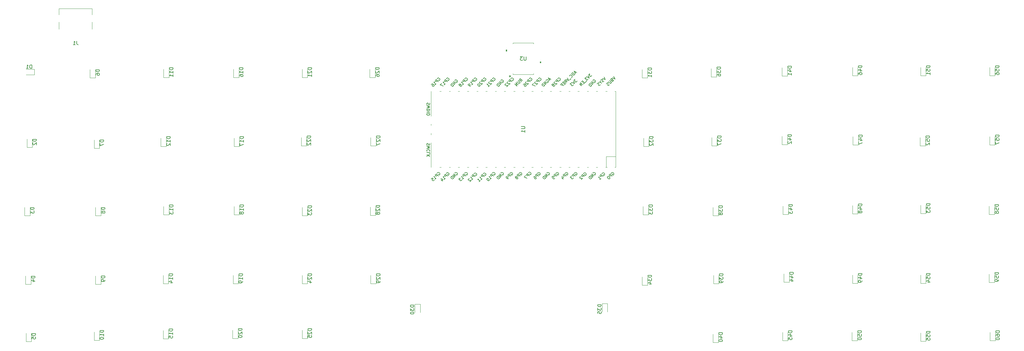
<source format=gbo>
G04 #@! TF.GenerationSoftware,KiCad,Pcbnew,(5.1.12)-1*
G04 #@! TF.CreationDate,2022-06-19T17:55:35+02:00*
G04 #@! TF.ProjectId,Moledupy,4d6f6c65-6475-4707-992e-6b696361645f,rev?*
G04 #@! TF.SameCoordinates,Original*
G04 #@! TF.FileFunction,Legend,Bot*
G04 #@! TF.FilePolarity,Positive*
%FSLAX46Y46*%
G04 Gerber Fmt 4.6, Leading zero omitted, Abs format (unit mm)*
G04 Created by KiCad (PCBNEW (5.1.12)-1) date 2022-06-19 17:55:35*
%MOMM*%
%LPD*%
G01*
G04 APERTURE LIST*
%ADD10C,0.100000*%
%ADD11C,0.120000*%
%ADD12C,0.150000*%
%ADD13C,4.700000*%
%ADD14C,2.000000*%
%ADD15O,1.350000X1.350000*%
%ADD16R,1.350000X1.350000*%
%ADD17O,1.600000X1.600000*%
%ADD18C,1.600000*%
%ADD19C,3.050000*%
%ADD20C,4.000000*%
%ADD21C,1.700000*%
%ADD22C,2.200000*%
%ADD23R,1.700000X1.700000*%
%ADD24R,1.752600X0.431800*%
%ADD25R,0.300000X1.150000*%
%ADD26C,0.650000*%
%ADD27O,1.000000X1.600000*%
%ADD28O,1.000000X2.100000*%
%ADD29R,2.000000X2.000000*%
%ADD30R,2.000000X3.200000*%
%ADD31O,1.700000X1.700000*%
%ADD32R,3.500000X1.700000*%
%ADD33O,1.500000X1.500000*%
%ADD34O,1.800000X1.800000*%
%ADD35R,1.700000X3.500000*%
G04 APERTURE END LIST*
D10*
G36*
X147434300Y-13738499D02*
G01*
X147434300Y-13357499D01*
X147180300Y-13357499D01*
X147180300Y-13738499D01*
X147434300Y-13738499D01*
G37*
X147434300Y-13738499D02*
X147434300Y-13357499D01*
X147180300Y-13357499D01*
X147180300Y-13738499D01*
X147434300Y-13738499D01*
G36*
X137807700Y-10488501D02*
G01*
X137807700Y-10107501D01*
X138061700Y-10107501D01*
X138061700Y-10488501D01*
X137807700Y-10488501D01*
G37*
X137807700Y-10488501D02*
X137807700Y-10107501D01*
X138061700Y-10107501D01*
X138061700Y-10488501D01*
X137807700Y-10488501D01*
D11*
X145453100Y-16696639D02*
X145453100Y-16903700D01*
X139788900Y-8449361D02*
X139788900Y-8242300D01*
X139788900Y-16903700D02*
X139788900Y-16696639D01*
X145453100Y-16903700D02*
X139788900Y-16903700D01*
X145453100Y-8242300D02*
X145453100Y-8449361D01*
X139788900Y-8242300D02*
X145453100Y-8242300D01*
X14470000Y-4390000D02*
X14470000Y-2470000D01*
X23630000Y-2470000D02*
X23630000Y-4390000D01*
X23630000Y-460000D02*
X23630000Y1245000D01*
X14470000Y1245000D02*
X14470000Y-460000D01*
X23630000Y1245000D02*
X14470000Y1245000D01*
X272896000Y-88227000D02*
X272896000Y-90512000D01*
X272896000Y-90512000D02*
X271426000Y-90512000D01*
X271426000Y-90512000D02*
X271426000Y-88227000D01*
X272642000Y-72098000D02*
X272642000Y-74383000D01*
X272642000Y-74383000D02*
X271172000Y-74383000D01*
X271172000Y-74383000D02*
X271172000Y-72098000D01*
X272642000Y-53302000D02*
X272642000Y-55587000D01*
X272642000Y-55587000D02*
X271172000Y-55587000D01*
X271172000Y-55587000D02*
X271172000Y-53302000D01*
X272769000Y-34125000D02*
X272769000Y-36410000D01*
X272769000Y-36410000D02*
X271299000Y-36410000D01*
X271299000Y-36410000D02*
X271299000Y-34125000D01*
X272769000Y-14948000D02*
X272769000Y-17233000D01*
X272769000Y-17233000D02*
X271299000Y-17233000D01*
X271299000Y-17233000D02*
X271299000Y-14948000D01*
X253719000Y-88354000D02*
X253719000Y-90639000D01*
X253719000Y-90639000D02*
X252249000Y-90639000D01*
X252249000Y-90639000D02*
X252249000Y-88354000D01*
X253719000Y-72352000D02*
X253719000Y-74637000D01*
X253719000Y-74637000D02*
X252249000Y-74637000D01*
X252249000Y-74637000D02*
X252249000Y-72352000D01*
X253719000Y-53048000D02*
X253719000Y-55333000D01*
X253719000Y-55333000D02*
X252249000Y-55333000D01*
X252249000Y-55333000D02*
X252249000Y-53048000D01*
X253592000Y-34379000D02*
X253592000Y-36664000D01*
X253592000Y-36664000D02*
X252122000Y-36664000D01*
X252122000Y-36664000D02*
X252122000Y-34379000D01*
X253719000Y-14948000D02*
X253719000Y-17233000D01*
X253719000Y-17233000D02*
X252249000Y-17233000D01*
X252249000Y-17233000D02*
X252249000Y-14948000D01*
X234796000Y-88227000D02*
X234796000Y-90512000D01*
X234796000Y-90512000D02*
X233326000Y-90512000D01*
X233326000Y-90512000D02*
X233326000Y-88227000D01*
X234923000Y-72352000D02*
X234923000Y-74637000D01*
X234923000Y-74637000D02*
X233453000Y-74637000D01*
X233453000Y-74637000D02*
X233453000Y-72352000D01*
X234923000Y-53175000D02*
X234923000Y-55460000D01*
X234923000Y-55460000D02*
X233453000Y-55460000D01*
X233453000Y-55460000D02*
X233453000Y-53175000D01*
X235050000Y-34125000D02*
X235050000Y-36410000D01*
X235050000Y-36410000D02*
X233580000Y-36410000D01*
X233580000Y-36410000D02*
X233580000Y-34125000D01*
X234923000Y-14948000D02*
X234923000Y-17233000D01*
X234923000Y-17233000D02*
X233453000Y-17233000D01*
X233453000Y-17233000D02*
X233453000Y-14948000D01*
X215619000Y-88227000D02*
X215619000Y-90512000D01*
X215619000Y-90512000D02*
X214149000Y-90512000D01*
X214149000Y-90512000D02*
X214149000Y-88227000D01*
X216000000Y-72072500D02*
X216000000Y-74357500D01*
X216000000Y-74357500D02*
X214530000Y-74357500D01*
X214530000Y-74357500D02*
X214530000Y-72072500D01*
X215746000Y-53302000D02*
X215746000Y-55587000D01*
X215746000Y-55587000D02*
X214276000Y-55587000D01*
X214276000Y-55587000D02*
X214276000Y-53302000D01*
X215492000Y-33998000D02*
X215492000Y-36283000D01*
X215492000Y-36283000D02*
X214022000Y-36283000D01*
X214022000Y-36283000D02*
X214022000Y-33998000D01*
X215492000Y-15075000D02*
X215492000Y-17360000D01*
X215492000Y-17360000D02*
X214022000Y-17360000D01*
X214022000Y-17360000D02*
X214022000Y-15075000D01*
X196442000Y-88735000D02*
X196442000Y-91020000D01*
X196442000Y-91020000D02*
X194972000Y-91020000D01*
X194972000Y-91020000D02*
X194972000Y-88735000D01*
X196569000Y-72479000D02*
X196569000Y-74764000D01*
X196569000Y-74764000D02*
X195099000Y-74764000D01*
X195099000Y-74764000D02*
X195099000Y-72479000D01*
X196442000Y-53683000D02*
X196442000Y-55968000D01*
X196442000Y-55968000D02*
X194972000Y-55968000D01*
X194972000Y-55968000D02*
X194972000Y-53683000D01*
X196061000Y-34379000D02*
X196061000Y-36664000D01*
X196061000Y-36664000D02*
X194591000Y-36664000D01*
X194591000Y-36664000D02*
X194591000Y-34379000D01*
X195934000Y-15329000D02*
X195934000Y-17614000D01*
X195934000Y-17614000D02*
X194464000Y-17614000D01*
X194464000Y-17614000D02*
X194464000Y-15329000D01*
X164365000Y-82588000D02*
X164365000Y-80303000D01*
X164365000Y-80303000D02*
X165835000Y-80303000D01*
X165835000Y-80303000D02*
X165835000Y-82588000D01*
X176884000Y-72860000D02*
X176884000Y-75145000D01*
X176884000Y-75145000D02*
X175414000Y-75145000D01*
X175414000Y-75145000D02*
X175414000Y-72860000D01*
X177138000Y-53454500D02*
X177138000Y-55739500D01*
X177138000Y-55739500D02*
X175668000Y-55739500D01*
X175668000Y-55739500D02*
X175668000Y-53454500D01*
X177265000Y-34531500D02*
X177265000Y-36816500D01*
X177265000Y-36816500D02*
X175795000Y-36816500D01*
X175795000Y-36816500D02*
X175795000Y-34531500D01*
X176884000Y-15583000D02*
X176884000Y-17868000D01*
X176884000Y-17868000D02*
X175414000Y-17868000D01*
X175414000Y-17868000D02*
X175414000Y-15583000D01*
X112676000Y-82715000D02*
X112676000Y-80430000D01*
X112676000Y-80430000D02*
X114146000Y-80430000D01*
X114146000Y-80430000D02*
X114146000Y-82715000D01*
X101954000Y-72479000D02*
X101954000Y-74764000D01*
X101954000Y-74764000D02*
X100484000Y-74764000D01*
X100484000Y-74764000D02*
X100484000Y-72479000D01*
X101827000Y-53556000D02*
X101827000Y-55841000D01*
X101827000Y-55841000D02*
X100357000Y-55841000D01*
X100357000Y-55841000D02*
X100357000Y-53556000D01*
X101954000Y-34379000D02*
X101954000Y-36664000D01*
X101954000Y-36664000D02*
X100484000Y-36664000D01*
X100484000Y-36664000D02*
X100484000Y-34379000D01*
X101700000Y-15456000D02*
X101700000Y-17741000D01*
X101700000Y-17741000D02*
X100230000Y-17741000D01*
X100230000Y-17741000D02*
X100230000Y-15456000D01*
X83031000Y-87617500D02*
X83031000Y-89902500D01*
X83031000Y-89902500D02*
X81561000Y-89902500D01*
X81561000Y-89902500D02*
X81561000Y-87617500D01*
X83031000Y-72479000D02*
X83031000Y-74764000D01*
X83031000Y-74764000D02*
X81561000Y-74764000D01*
X81561000Y-74764000D02*
X81561000Y-72479000D01*
X83031000Y-53708500D02*
X83031000Y-55993500D01*
X83031000Y-55993500D02*
X81561000Y-55993500D01*
X81561000Y-55993500D02*
X81561000Y-53708500D01*
X82777000Y-34404500D02*
X82777000Y-36689500D01*
X82777000Y-36689500D02*
X81307000Y-36689500D01*
X81307000Y-36689500D02*
X81307000Y-34404500D01*
X83031000Y-15481500D02*
X83031000Y-17766500D01*
X83031000Y-17766500D02*
X81561000Y-17766500D01*
X81561000Y-17766500D02*
X81561000Y-15481500D01*
X63854000Y-87592000D02*
X63854000Y-89877000D01*
X63854000Y-89877000D02*
X62384000Y-89877000D01*
X62384000Y-89877000D02*
X62384000Y-87592000D01*
X63981000Y-72504500D02*
X63981000Y-74789500D01*
X63981000Y-74789500D02*
X62511000Y-74789500D01*
X62511000Y-74789500D02*
X62511000Y-72504500D01*
X64235000Y-53454500D02*
X64235000Y-55739500D01*
X64235000Y-55739500D02*
X62765000Y-55739500D01*
X62765000Y-55739500D02*
X62765000Y-53454500D01*
X64235000Y-34531500D02*
X64235000Y-36816500D01*
X64235000Y-36816500D02*
X62765000Y-36816500D01*
X62765000Y-36816500D02*
X62765000Y-34531500D01*
X64108000Y-15481500D02*
X64108000Y-17766500D01*
X64108000Y-17766500D02*
X62638000Y-17766500D01*
X62638000Y-17766500D02*
X62638000Y-15481500D01*
X44677000Y-87744500D02*
X44677000Y-90029500D01*
X44677000Y-90029500D02*
X43207000Y-90029500D01*
X43207000Y-90029500D02*
X43207000Y-87744500D01*
X44677000Y-72504500D02*
X44677000Y-74789500D01*
X44677000Y-74789500D02*
X43207000Y-74789500D01*
X43207000Y-74789500D02*
X43207000Y-72504500D01*
X44804000Y-53454500D02*
X44804000Y-55739500D01*
X44804000Y-55739500D02*
X43334000Y-55739500D01*
X43334000Y-55739500D02*
X43334000Y-53454500D01*
X44042000Y-34531500D02*
X44042000Y-36816500D01*
X44042000Y-36816500D02*
X42572000Y-36816500D01*
X42572000Y-36816500D02*
X42572000Y-34531500D01*
X44804000Y-15481500D02*
X44804000Y-17766500D01*
X44804000Y-17766500D02*
X43334000Y-17766500D01*
X43334000Y-17766500D02*
X43334000Y-15481500D01*
X25627000Y-88100000D02*
X25627000Y-90385000D01*
X25627000Y-90385000D02*
X24157000Y-90385000D01*
X24157000Y-90385000D02*
X24157000Y-88100000D01*
X26008000Y-72606000D02*
X26008000Y-74891000D01*
X26008000Y-74891000D02*
X24538000Y-74891000D01*
X24538000Y-74891000D02*
X24538000Y-72606000D01*
X26008000Y-53683000D02*
X26008000Y-55968000D01*
X26008000Y-55968000D02*
X24538000Y-55968000D01*
X24538000Y-55968000D02*
X24538000Y-53683000D01*
X25627000Y-35014000D02*
X25627000Y-37299000D01*
X25627000Y-37299000D02*
X24157000Y-37299000D01*
X24157000Y-37299000D02*
X24157000Y-35014000D01*
X24484000Y-15583000D02*
X24484000Y-17868000D01*
X24484000Y-17868000D02*
X23014000Y-17868000D01*
X23014000Y-17868000D02*
X23014000Y-15583000D01*
X6831000Y-88506500D02*
X6831000Y-90791500D01*
X6831000Y-90791500D02*
X5361000Y-90791500D01*
X5361000Y-90791500D02*
X5361000Y-88506500D01*
X6704000Y-72631500D02*
X6704000Y-74916500D01*
X6704000Y-74916500D02*
X5234000Y-74916500D01*
X5234000Y-74916500D02*
X5234000Y-72631500D01*
X6450000Y-53683000D02*
X6450000Y-55968000D01*
X6450000Y-55968000D02*
X4980000Y-55968000D01*
X4980000Y-55968000D02*
X4980000Y-53683000D01*
X7085000Y-34785500D02*
X7085000Y-37070500D01*
X7085000Y-37070500D02*
X5615000Y-37070500D01*
X5615000Y-37070500D02*
X5615000Y-34785500D01*
X5423000Y-15521000D02*
X7708000Y-15521000D01*
X7708000Y-15521000D02*
X7708000Y-16991000D01*
X7708000Y-16991000D02*
X5423000Y-16991000D01*
X117121000Y-31031000D02*
X117121000Y-30631000D01*
X117121000Y-33631000D02*
X117121000Y-33231000D01*
X117121000Y-21631000D02*
X117121000Y-28431000D01*
X127521000Y-21631000D02*
X127121000Y-21631000D01*
X135221000Y-21631000D02*
X134821000Y-21631000D01*
X160621000Y-21631000D02*
X160221000Y-21631000D01*
X168121000Y-21631000D02*
X167821000Y-21631000D01*
X145321000Y-21631000D02*
X144921000Y-21631000D01*
X130121000Y-21631000D02*
X129721000Y-21631000D01*
X150421000Y-21631000D02*
X150021000Y-21631000D01*
X155521000Y-21631000D02*
X155121000Y-21631000D01*
X142821000Y-21631000D02*
X142421000Y-21631000D01*
X137721000Y-21631000D02*
X137321000Y-21631000D01*
X122521000Y-21631000D02*
X122121000Y-21631000D01*
X119921000Y-21631000D02*
X119521000Y-21631000D01*
X125021000Y-21631000D02*
X124621000Y-21631000D01*
X158021000Y-21631000D02*
X157621000Y-21631000D01*
X165721000Y-21631000D02*
X165321000Y-21631000D01*
X163121000Y-21631000D02*
X162721000Y-21631000D01*
X132621000Y-21631000D02*
X132221000Y-21631000D01*
X140321000Y-21631000D02*
X139921000Y-21631000D01*
X147921000Y-21631000D02*
X147521000Y-21631000D01*
X153021000Y-21631000D02*
X152621000Y-21631000D01*
X119921000Y-42631000D02*
X119521000Y-42631000D01*
X122521000Y-42631000D02*
X122121000Y-42631000D01*
X125021000Y-42631000D02*
X124621000Y-42631000D01*
X127521000Y-42631000D02*
X127121000Y-42631000D01*
X130121000Y-42631000D02*
X129721000Y-42631000D01*
X132621000Y-42631000D02*
X132221000Y-42631000D01*
X135221000Y-42631000D02*
X134821000Y-42631000D01*
X137721000Y-42631000D02*
X137321000Y-42631000D01*
X140321000Y-42631000D02*
X139921000Y-42631000D01*
X142821000Y-42631000D02*
X142421000Y-42631000D01*
X145321000Y-42631000D02*
X144921000Y-42631000D01*
X147921000Y-42631000D02*
X147521000Y-42631000D01*
X150421000Y-42631000D02*
X150021000Y-42631000D01*
X153021000Y-42631000D02*
X152621000Y-42631000D01*
X155521000Y-42631000D02*
X155121000Y-42631000D01*
X158021000Y-42631000D02*
X157621000Y-42631000D01*
X160621000Y-42631000D02*
X160221000Y-42631000D01*
X163121000Y-42631000D02*
X162721000Y-42631000D01*
X165721000Y-42631000D02*
X165321000Y-42631000D01*
X168121000Y-42631000D02*
X167821000Y-42631000D01*
X165454000Y-39624000D02*
X168121000Y-39624000D01*
X165454000Y-42631000D02*
X165454000Y-39624000D01*
X117121000Y-35831000D02*
X117121000Y-42631000D01*
X168121000Y-42631000D02*
X168121000Y-21631000D01*
D12*
X143382904Y-12025380D02*
X143382904Y-12834904D01*
X143335285Y-12930142D01*
X143287666Y-12977761D01*
X143192428Y-13025380D01*
X143001952Y-13025380D01*
X142906714Y-12977761D01*
X142859095Y-12930142D01*
X142811476Y-12834904D01*
X142811476Y-12025380D01*
X142430523Y-12025380D02*
X141811476Y-12025380D01*
X142144809Y-12406333D01*
X142001952Y-12406333D01*
X141906714Y-12453952D01*
X141859095Y-12501571D01*
X141811476Y-12596809D01*
X141811476Y-12834904D01*
X141859095Y-12930142D01*
X141906714Y-12977761D01*
X142001952Y-13025380D01*
X142287666Y-13025380D01*
X142382904Y-12977761D01*
X142430523Y-12930142D01*
X138938000Y-17175180D02*
X138938000Y-17413276D01*
X139176095Y-17318038D02*
X138938000Y-17413276D01*
X138699904Y-17318038D01*
X139080857Y-17603752D02*
X138938000Y-17413276D01*
X138795142Y-17603752D01*
X138938000Y-17175180D02*
X138938000Y-17413276D01*
X139176095Y-17318038D02*
X138938000Y-17413276D01*
X138699904Y-17318038D01*
X139080857Y-17603752D02*
X138938000Y-17413276D01*
X138795142Y-17603752D01*
X19383333Y-7707380D02*
X19383333Y-8421666D01*
X19430952Y-8564523D01*
X19526190Y-8659761D01*
X19669047Y-8707380D01*
X19764285Y-8707380D01*
X18383333Y-8707380D02*
X18954761Y-8707380D01*
X18669047Y-8707380D02*
X18669047Y-7707380D01*
X18764285Y-7850238D01*
X18859523Y-7945476D01*
X18954761Y-7993095D01*
X274043380Y-87812714D02*
X273043380Y-87812714D01*
X273043380Y-88050809D01*
X273091000Y-88193666D01*
X273186238Y-88288904D01*
X273281476Y-88336523D01*
X273471952Y-88384142D01*
X273614809Y-88384142D01*
X273805285Y-88336523D01*
X273900523Y-88288904D01*
X273995761Y-88193666D01*
X274043380Y-88050809D01*
X274043380Y-87812714D01*
X273043380Y-89241285D02*
X273043380Y-89050809D01*
X273091000Y-88955571D01*
X273138619Y-88907952D01*
X273281476Y-88812714D01*
X273471952Y-88765095D01*
X273852904Y-88765095D01*
X273948142Y-88812714D01*
X273995761Y-88860333D01*
X274043380Y-88955571D01*
X274043380Y-89146047D01*
X273995761Y-89241285D01*
X273948142Y-89288904D01*
X273852904Y-89336523D01*
X273614809Y-89336523D01*
X273519571Y-89288904D01*
X273471952Y-89241285D01*
X273424333Y-89146047D01*
X273424333Y-88955571D01*
X273471952Y-88860333D01*
X273519571Y-88812714D01*
X273614809Y-88765095D01*
X273043380Y-89955571D02*
X273043380Y-90050809D01*
X273091000Y-90146047D01*
X273138619Y-90193666D01*
X273233857Y-90241285D01*
X273424333Y-90288904D01*
X273662428Y-90288904D01*
X273852904Y-90241285D01*
X273948142Y-90193666D01*
X273995761Y-90146047D01*
X274043380Y-90050809D01*
X274043380Y-89955571D01*
X273995761Y-89860333D01*
X273948142Y-89812714D01*
X273852904Y-89765095D01*
X273662428Y-89717476D01*
X273424333Y-89717476D01*
X273233857Y-89765095D01*
X273138619Y-89812714D01*
X273091000Y-89860333D01*
X273043380Y-89955571D01*
X273789380Y-71683714D02*
X272789380Y-71683714D01*
X272789380Y-71921809D01*
X272837000Y-72064666D01*
X272932238Y-72159904D01*
X273027476Y-72207523D01*
X273217952Y-72255142D01*
X273360809Y-72255142D01*
X273551285Y-72207523D01*
X273646523Y-72159904D01*
X273741761Y-72064666D01*
X273789380Y-71921809D01*
X273789380Y-71683714D01*
X272789380Y-73159904D02*
X272789380Y-72683714D01*
X273265571Y-72636095D01*
X273217952Y-72683714D01*
X273170333Y-72778952D01*
X273170333Y-73017047D01*
X273217952Y-73112285D01*
X273265571Y-73159904D01*
X273360809Y-73207523D01*
X273598904Y-73207523D01*
X273694142Y-73159904D01*
X273741761Y-73112285D01*
X273789380Y-73017047D01*
X273789380Y-72778952D01*
X273741761Y-72683714D01*
X273694142Y-72636095D01*
X273789380Y-73683714D02*
X273789380Y-73874190D01*
X273741761Y-73969428D01*
X273694142Y-74017047D01*
X273551285Y-74112285D01*
X273360809Y-74159904D01*
X272979857Y-74159904D01*
X272884619Y-74112285D01*
X272837000Y-74064666D01*
X272789380Y-73969428D01*
X272789380Y-73778952D01*
X272837000Y-73683714D01*
X272884619Y-73636095D01*
X272979857Y-73588476D01*
X273217952Y-73588476D01*
X273313190Y-73636095D01*
X273360809Y-73683714D01*
X273408428Y-73778952D01*
X273408428Y-73969428D01*
X273360809Y-74064666D01*
X273313190Y-74112285D01*
X273217952Y-74159904D01*
X273789380Y-52887714D02*
X272789380Y-52887714D01*
X272789380Y-53125809D01*
X272837000Y-53268666D01*
X272932238Y-53363904D01*
X273027476Y-53411523D01*
X273217952Y-53459142D01*
X273360809Y-53459142D01*
X273551285Y-53411523D01*
X273646523Y-53363904D01*
X273741761Y-53268666D01*
X273789380Y-53125809D01*
X273789380Y-52887714D01*
X272789380Y-54363904D02*
X272789380Y-53887714D01*
X273265571Y-53840095D01*
X273217952Y-53887714D01*
X273170333Y-53982952D01*
X273170333Y-54221047D01*
X273217952Y-54316285D01*
X273265571Y-54363904D01*
X273360809Y-54411523D01*
X273598904Y-54411523D01*
X273694142Y-54363904D01*
X273741761Y-54316285D01*
X273789380Y-54221047D01*
X273789380Y-53982952D01*
X273741761Y-53887714D01*
X273694142Y-53840095D01*
X273217952Y-54982952D02*
X273170333Y-54887714D01*
X273122714Y-54840095D01*
X273027476Y-54792476D01*
X272979857Y-54792476D01*
X272884619Y-54840095D01*
X272837000Y-54887714D01*
X272789380Y-54982952D01*
X272789380Y-55173428D01*
X272837000Y-55268666D01*
X272884619Y-55316285D01*
X272979857Y-55363904D01*
X273027476Y-55363904D01*
X273122714Y-55316285D01*
X273170333Y-55268666D01*
X273217952Y-55173428D01*
X273217952Y-54982952D01*
X273265571Y-54887714D01*
X273313190Y-54840095D01*
X273408428Y-54792476D01*
X273598904Y-54792476D01*
X273694142Y-54840095D01*
X273741761Y-54887714D01*
X273789380Y-54982952D01*
X273789380Y-55173428D01*
X273741761Y-55268666D01*
X273694142Y-55316285D01*
X273598904Y-55363904D01*
X273408428Y-55363904D01*
X273313190Y-55316285D01*
X273265571Y-55268666D01*
X273217952Y-55173428D01*
X273916380Y-33710714D02*
X272916380Y-33710714D01*
X272916380Y-33948809D01*
X272964000Y-34091666D01*
X273059238Y-34186904D01*
X273154476Y-34234523D01*
X273344952Y-34282142D01*
X273487809Y-34282142D01*
X273678285Y-34234523D01*
X273773523Y-34186904D01*
X273868761Y-34091666D01*
X273916380Y-33948809D01*
X273916380Y-33710714D01*
X272916380Y-35186904D02*
X272916380Y-34710714D01*
X273392571Y-34663095D01*
X273344952Y-34710714D01*
X273297333Y-34805952D01*
X273297333Y-35044047D01*
X273344952Y-35139285D01*
X273392571Y-35186904D01*
X273487809Y-35234523D01*
X273725904Y-35234523D01*
X273821142Y-35186904D01*
X273868761Y-35139285D01*
X273916380Y-35044047D01*
X273916380Y-34805952D01*
X273868761Y-34710714D01*
X273821142Y-34663095D01*
X272916380Y-35567857D02*
X272916380Y-36234523D01*
X273916380Y-35805952D01*
X273916380Y-14533714D02*
X272916380Y-14533714D01*
X272916380Y-14771809D01*
X272964000Y-14914666D01*
X273059238Y-15009904D01*
X273154476Y-15057523D01*
X273344952Y-15105142D01*
X273487809Y-15105142D01*
X273678285Y-15057523D01*
X273773523Y-15009904D01*
X273868761Y-14914666D01*
X273916380Y-14771809D01*
X273916380Y-14533714D01*
X272916380Y-16009904D02*
X272916380Y-15533714D01*
X273392571Y-15486095D01*
X273344952Y-15533714D01*
X273297333Y-15628952D01*
X273297333Y-15867047D01*
X273344952Y-15962285D01*
X273392571Y-16009904D01*
X273487809Y-16057523D01*
X273725904Y-16057523D01*
X273821142Y-16009904D01*
X273868761Y-15962285D01*
X273916380Y-15867047D01*
X273916380Y-15628952D01*
X273868761Y-15533714D01*
X273821142Y-15486095D01*
X272916380Y-16914666D02*
X272916380Y-16724190D01*
X272964000Y-16628952D01*
X273011619Y-16581333D01*
X273154476Y-16486095D01*
X273344952Y-16438476D01*
X273725904Y-16438476D01*
X273821142Y-16486095D01*
X273868761Y-16533714D01*
X273916380Y-16628952D01*
X273916380Y-16819428D01*
X273868761Y-16914666D01*
X273821142Y-16962285D01*
X273725904Y-17009904D01*
X273487809Y-17009904D01*
X273392571Y-16962285D01*
X273344952Y-16914666D01*
X273297333Y-16819428D01*
X273297333Y-16628952D01*
X273344952Y-16533714D01*
X273392571Y-16486095D01*
X273487809Y-16438476D01*
X254866380Y-87939714D02*
X253866380Y-87939714D01*
X253866380Y-88177809D01*
X253914000Y-88320666D01*
X254009238Y-88415904D01*
X254104476Y-88463523D01*
X254294952Y-88511142D01*
X254437809Y-88511142D01*
X254628285Y-88463523D01*
X254723523Y-88415904D01*
X254818761Y-88320666D01*
X254866380Y-88177809D01*
X254866380Y-87939714D01*
X253866380Y-89415904D02*
X253866380Y-88939714D01*
X254342571Y-88892095D01*
X254294952Y-88939714D01*
X254247333Y-89034952D01*
X254247333Y-89273047D01*
X254294952Y-89368285D01*
X254342571Y-89415904D01*
X254437809Y-89463523D01*
X254675904Y-89463523D01*
X254771142Y-89415904D01*
X254818761Y-89368285D01*
X254866380Y-89273047D01*
X254866380Y-89034952D01*
X254818761Y-88939714D01*
X254771142Y-88892095D01*
X253866380Y-90368285D02*
X253866380Y-89892095D01*
X254342571Y-89844476D01*
X254294952Y-89892095D01*
X254247333Y-89987333D01*
X254247333Y-90225428D01*
X254294952Y-90320666D01*
X254342571Y-90368285D01*
X254437809Y-90415904D01*
X254675904Y-90415904D01*
X254771142Y-90368285D01*
X254818761Y-90320666D01*
X254866380Y-90225428D01*
X254866380Y-89987333D01*
X254818761Y-89892095D01*
X254771142Y-89844476D01*
X254866380Y-71937714D02*
X253866380Y-71937714D01*
X253866380Y-72175809D01*
X253914000Y-72318666D01*
X254009238Y-72413904D01*
X254104476Y-72461523D01*
X254294952Y-72509142D01*
X254437809Y-72509142D01*
X254628285Y-72461523D01*
X254723523Y-72413904D01*
X254818761Y-72318666D01*
X254866380Y-72175809D01*
X254866380Y-71937714D01*
X253866380Y-73413904D02*
X253866380Y-72937714D01*
X254342571Y-72890095D01*
X254294952Y-72937714D01*
X254247333Y-73032952D01*
X254247333Y-73271047D01*
X254294952Y-73366285D01*
X254342571Y-73413904D01*
X254437809Y-73461523D01*
X254675904Y-73461523D01*
X254771142Y-73413904D01*
X254818761Y-73366285D01*
X254866380Y-73271047D01*
X254866380Y-73032952D01*
X254818761Y-72937714D01*
X254771142Y-72890095D01*
X254199714Y-74318666D02*
X254866380Y-74318666D01*
X253818761Y-74080571D02*
X254533047Y-73842476D01*
X254533047Y-74461523D01*
X254866380Y-52633714D02*
X253866380Y-52633714D01*
X253866380Y-52871809D01*
X253914000Y-53014666D01*
X254009238Y-53109904D01*
X254104476Y-53157523D01*
X254294952Y-53205142D01*
X254437809Y-53205142D01*
X254628285Y-53157523D01*
X254723523Y-53109904D01*
X254818761Y-53014666D01*
X254866380Y-52871809D01*
X254866380Y-52633714D01*
X253866380Y-54109904D02*
X253866380Y-53633714D01*
X254342571Y-53586095D01*
X254294952Y-53633714D01*
X254247333Y-53728952D01*
X254247333Y-53967047D01*
X254294952Y-54062285D01*
X254342571Y-54109904D01*
X254437809Y-54157523D01*
X254675904Y-54157523D01*
X254771142Y-54109904D01*
X254818761Y-54062285D01*
X254866380Y-53967047D01*
X254866380Y-53728952D01*
X254818761Y-53633714D01*
X254771142Y-53586095D01*
X253866380Y-54490857D02*
X253866380Y-55109904D01*
X254247333Y-54776571D01*
X254247333Y-54919428D01*
X254294952Y-55014666D01*
X254342571Y-55062285D01*
X254437809Y-55109904D01*
X254675904Y-55109904D01*
X254771142Y-55062285D01*
X254818761Y-55014666D01*
X254866380Y-54919428D01*
X254866380Y-54633714D01*
X254818761Y-54538476D01*
X254771142Y-54490857D01*
X254739380Y-33964714D02*
X253739380Y-33964714D01*
X253739380Y-34202809D01*
X253787000Y-34345666D01*
X253882238Y-34440904D01*
X253977476Y-34488523D01*
X254167952Y-34536142D01*
X254310809Y-34536142D01*
X254501285Y-34488523D01*
X254596523Y-34440904D01*
X254691761Y-34345666D01*
X254739380Y-34202809D01*
X254739380Y-33964714D01*
X253739380Y-35440904D02*
X253739380Y-34964714D01*
X254215571Y-34917095D01*
X254167952Y-34964714D01*
X254120333Y-35059952D01*
X254120333Y-35298047D01*
X254167952Y-35393285D01*
X254215571Y-35440904D01*
X254310809Y-35488523D01*
X254548904Y-35488523D01*
X254644142Y-35440904D01*
X254691761Y-35393285D01*
X254739380Y-35298047D01*
X254739380Y-35059952D01*
X254691761Y-34964714D01*
X254644142Y-34917095D01*
X253834619Y-35869476D02*
X253787000Y-35917095D01*
X253739380Y-36012333D01*
X253739380Y-36250428D01*
X253787000Y-36345666D01*
X253834619Y-36393285D01*
X253929857Y-36440904D01*
X254025095Y-36440904D01*
X254167952Y-36393285D01*
X254739380Y-35821857D01*
X254739380Y-36440904D01*
X254866380Y-14533714D02*
X253866380Y-14533714D01*
X253866380Y-14771809D01*
X253914000Y-14914666D01*
X254009238Y-15009904D01*
X254104476Y-15057523D01*
X254294952Y-15105142D01*
X254437809Y-15105142D01*
X254628285Y-15057523D01*
X254723523Y-15009904D01*
X254818761Y-14914666D01*
X254866380Y-14771809D01*
X254866380Y-14533714D01*
X253866380Y-16009904D02*
X253866380Y-15533714D01*
X254342571Y-15486095D01*
X254294952Y-15533714D01*
X254247333Y-15628952D01*
X254247333Y-15867047D01*
X254294952Y-15962285D01*
X254342571Y-16009904D01*
X254437809Y-16057523D01*
X254675904Y-16057523D01*
X254771142Y-16009904D01*
X254818761Y-15962285D01*
X254866380Y-15867047D01*
X254866380Y-15628952D01*
X254818761Y-15533714D01*
X254771142Y-15486095D01*
X254866380Y-17009904D02*
X254866380Y-16438476D01*
X254866380Y-16724190D02*
X253866380Y-16724190D01*
X254009238Y-16628952D01*
X254104476Y-16533714D01*
X254152095Y-16438476D01*
X235943380Y-87812714D02*
X234943380Y-87812714D01*
X234943380Y-88050809D01*
X234991000Y-88193666D01*
X235086238Y-88288904D01*
X235181476Y-88336523D01*
X235371952Y-88384142D01*
X235514809Y-88384142D01*
X235705285Y-88336523D01*
X235800523Y-88288904D01*
X235895761Y-88193666D01*
X235943380Y-88050809D01*
X235943380Y-87812714D01*
X234943380Y-89288904D02*
X234943380Y-88812714D01*
X235419571Y-88765095D01*
X235371952Y-88812714D01*
X235324333Y-88907952D01*
X235324333Y-89146047D01*
X235371952Y-89241285D01*
X235419571Y-89288904D01*
X235514809Y-89336523D01*
X235752904Y-89336523D01*
X235848142Y-89288904D01*
X235895761Y-89241285D01*
X235943380Y-89146047D01*
X235943380Y-88907952D01*
X235895761Y-88812714D01*
X235848142Y-88765095D01*
X234943380Y-89955571D02*
X234943380Y-90050809D01*
X234991000Y-90146047D01*
X235038619Y-90193666D01*
X235133857Y-90241285D01*
X235324333Y-90288904D01*
X235562428Y-90288904D01*
X235752904Y-90241285D01*
X235848142Y-90193666D01*
X235895761Y-90146047D01*
X235943380Y-90050809D01*
X235943380Y-89955571D01*
X235895761Y-89860333D01*
X235848142Y-89812714D01*
X235752904Y-89765095D01*
X235562428Y-89717476D01*
X235324333Y-89717476D01*
X235133857Y-89765095D01*
X235038619Y-89812714D01*
X234991000Y-89860333D01*
X234943380Y-89955571D01*
X236070380Y-71937714D02*
X235070380Y-71937714D01*
X235070380Y-72175809D01*
X235118000Y-72318666D01*
X235213238Y-72413904D01*
X235308476Y-72461523D01*
X235498952Y-72509142D01*
X235641809Y-72509142D01*
X235832285Y-72461523D01*
X235927523Y-72413904D01*
X236022761Y-72318666D01*
X236070380Y-72175809D01*
X236070380Y-71937714D01*
X235403714Y-73366285D02*
X236070380Y-73366285D01*
X235022761Y-73128190D02*
X235737047Y-72890095D01*
X235737047Y-73509142D01*
X236070380Y-73937714D02*
X236070380Y-74128190D01*
X236022761Y-74223428D01*
X235975142Y-74271047D01*
X235832285Y-74366285D01*
X235641809Y-74413904D01*
X235260857Y-74413904D01*
X235165619Y-74366285D01*
X235118000Y-74318666D01*
X235070380Y-74223428D01*
X235070380Y-74032952D01*
X235118000Y-73937714D01*
X235165619Y-73890095D01*
X235260857Y-73842476D01*
X235498952Y-73842476D01*
X235594190Y-73890095D01*
X235641809Y-73937714D01*
X235689428Y-74032952D01*
X235689428Y-74223428D01*
X235641809Y-74318666D01*
X235594190Y-74366285D01*
X235498952Y-74413904D01*
X236070380Y-52760714D02*
X235070380Y-52760714D01*
X235070380Y-52998809D01*
X235118000Y-53141666D01*
X235213238Y-53236904D01*
X235308476Y-53284523D01*
X235498952Y-53332142D01*
X235641809Y-53332142D01*
X235832285Y-53284523D01*
X235927523Y-53236904D01*
X236022761Y-53141666D01*
X236070380Y-52998809D01*
X236070380Y-52760714D01*
X235403714Y-54189285D02*
X236070380Y-54189285D01*
X235022761Y-53951190D02*
X235737047Y-53713095D01*
X235737047Y-54332142D01*
X235498952Y-54855952D02*
X235451333Y-54760714D01*
X235403714Y-54713095D01*
X235308476Y-54665476D01*
X235260857Y-54665476D01*
X235165619Y-54713095D01*
X235118000Y-54760714D01*
X235070380Y-54855952D01*
X235070380Y-55046428D01*
X235118000Y-55141666D01*
X235165619Y-55189285D01*
X235260857Y-55236904D01*
X235308476Y-55236904D01*
X235403714Y-55189285D01*
X235451333Y-55141666D01*
X235498952Y-55046428D01*
X235498952Y-54855952D01*
X235546571Y-54760714D01*
X235594190Y-54713095D01*
X235689428Y-54665476D01*
X235879904Y-54665476D01*
X235975142Y-54713095D01*
X236022761Y-54760714D01*
X236070380Y-54855952D01*
X236070380Y-55046428D01*
X236022761Y-55141666D01*
X235975142Y-55189285D01*
X235879904Y-55236904D01*
X235689428Y-55236904D01*
X235594190Y-55189285D01*
X235546571Y-55141666D01*
X235498952Y-55046428D01*
X236197380Y-33710714D02*
X235197380Y-33710714D01*
X235197380Y-33948809D01*
X235245000Y-34091666D01*
X235340238Y-34186904D01*
X235435476Y-34234523D01*
X235625952Y-34282142D01*
X235768809Y-34282142D01*
X235959285Y-34234523D01*
X236054523Y-34186904D01*
X236149761Y-34091666D01*
X236197380Y-33948809D01*
X236197380Y-33710714D01*
X235530714Y-35139285D02*
X236197380Y-35139285D01*
X235149761Y-34901190D02*
X235864047Y-34663095D01*
X235864047Y-35282142D01*
X235197380Y-35567857D02*
X235197380Y-36234523D01*
X236197380Y-35805952D01*
X236070380Y-14533714D02*
X235070380Y-14533714D01*
X235070380Y-14771809D01*
X235118000Y-14914666D01*
X235213238Y-15009904D01*
X235308476Y-15057523D01*
X235498952Y-15105142D01*
X235641809Y-15105142D01*
X235832285Y-15057523D01*
X235927523Y-15009904D01*
X236022761Y-14914666D01*
X236070380Y-14771809D01*
X236070380Y-14533714D01*
X235403714Y-15962285D02*
X236070380Y-15962285D01*
X235022761Y-15724190D02*
X235737047Y-15486095D01*
X235737047Y-16105142D01*
X235070380Y-16914666D02*
X235070380Y-16724190D01*
X235118000Y-16628952D01*
X235165619Y-16581333D01*
X235308476Y-16486095D01*
X235498952Y-16438476D01*
X235879904Y-16438476D01*
X235975142Y-16486095D01*
X236022761Y-16533714D01*
X236070380Y-16628952D01*
X236070380Y-16819428D01*
X236022761Y-16914666D01*
X235975142Y-16962285D01*
X235879904Y-17009904D01*
X235641809Y-17009904D01*
X235546571Y-16962285D01*
X235498952Y-16914666D01*
X235451333Y-16819428D01*
X235451333Y-16628952D01*
X235498952Y-16533714D01*
X235546571Y-16486095D01*
X235641809Y-16438476D01*
X216766380Y-87812714D02*
X215766380Y-87812714D01*
X215766380Y-88050809D01*
X215814000Y-88193666D01*
X215909238Y-88288904D01*
X216004476Y-88336523D01*
X216194952Y-88384142D01*
X216337809Y-88384142D01*
X216528285Y-88336523D01*
X216623523Y-88288904D01*
X216718761Y-88193666D01*
X216766380Y-88050809D01*
X216766380Y-87812714D01*
X216099714Y-89241285D02*
X216766380Y-89241285D01*
X215718761Y-89003190D02*
X216433047Y-88765095D01*
X216433047Y-89384142D01*
X215766380Y-90241285D02*
X215766380Y-89765095D01*
X216242571Y-89717476D01*
X216194952Y-89765095D01*
X216147333Y-89860333D01*
X216147333Y-90098428D01*
X216194952Y-90193666D01*
X216242571Y-90241285D01*
X216337809Y-90288904D01*
X216575904Y-90288904D01*
X216671142Y-90241285D01*
X216718761Y-90193666D01*
X216766380Y-90098428D01*
X216766380Y-89860333D01*
X216718761Y-89765095D01*
X216671142Y-89717476D01*
X217147380Y-71658214D02*
X216147380Y-71658214D01*
X216147380Y-71896309D01*
X216195000Y-72039166D01*
X216290238Y-72134404D01*
X216385476Y-72182023D01*
X216575952Y-72229642D01*
X216718809Y-72229642D01*
X216909285Y-72182023D01*
X217004523Y-72134404D01*
X217099761Y-72039166D01*
X217147380Y-71896309D01*
X217147380Y-71658214D01*
X216480714Y-73086785D02*
X217147380Y-73086785D01*
X216099761Y-72848690D02*
X216814047Y-72610595D01*
X216814047Y-73229642D01*
X216480714Y-74039166D02*
X217147380Y-74039166D01*
X216099761Y-73801071D02*
X216814047Y-73562976D01*
X216814047Y-74182023D01*
X216893380Y-52887714D02*
X215893380Y-52887714D01*
X215893380Y-53125809D01*
X215941000Y-53268666D01*
X216036238Y-53363904D01*
X216131476Y-53411523D01*
X216321952Y-53459142D01*
X216464809Y-53459142D01*
X216655285Y-53411523D01*
X216750523Y-53363904D01*
X216845761Y-53268666D01*
X216893380Y-53125809D01*
X216893380Y-52887714D01*
X216226714Y-54316285D02*
X216893380Y-54316285D01*
X215845761Y-54078190D02*
X216560047Y-53840095D01*
X216560047Y-54459142D01*
X215893380Y-54744857D02*
X215893380Y-55363904D01*
X216274333Y-55030571D01*
X216274333Y-55173428D01*
X216321952Y-55268666D01*
X216369571Y-55316285D01*
X216464809Y-55363904D01*
X216702904Y-55363904D01*
X216798142Y-55316285D01*
X216845761Y-55268666D01*
X216893380Y-55173428D01*
X216893380Y-54887714D01*
X216845761Y-54792476D01*
X216798142Y-54744857D01*
X216639380Y-33583714D02*
X215639380Y-33583714D01*
X215639380Y-33821809D01*
X215687000Y-33964666D01*
X215782238Y-34059904D01*
X215877476Y-34107523D01*
X216067952Y-34155142D01*
X216210809Y-34155142D01*
X216401285Y-34107523D01*
X216496523Y-34059904D01*
X216591761Y-33964666D01*
X216639380Y-33821809D01*
X216639380Y-33583714D01*
X215972714Y-35012285D02*
X216639380Y-35012285D01*
X215591761Y-34774190D02*
X216306047Y-34536095D01*
X216306047Y-35155142D01*
X215734619Y-35488476D02*
X215687000Y-35536095D01*
X215639380Y-35631333D01*
X215639380Y-35869428D01*
X215687000Y-35964666D01*
X215734619Y-36012285D01*
X215829857Y-36059904D01*
X215925095Y-36059904D01*
X216067952Y-36012285D01*
X216639380Y-35440857D01*
X216639380Y-36059904D01*
X216639380Y-14660714D02*
X215639380Y-14660714D01*
X215639380Y-14898809D01*
X215687000Y-15041666D01*
X215782238Y-15136904D01*
X215877476Y-15184523D01*
X216067952Y-15232142D01*
X216210809Y-15232142D01*
X216401285Y-15184523D01*
X216496523Y-15136904D01*
X216591761Y-15041666D01*
X216639380Y-14898809D01*
X216639380Y-14660714D01*
X215972714Y-16089285D02*
X216639380Y-16089285D01*
X215591761Y-15851190D02*
X216306047Y-15613095D01*
X216306047Y-16232142D01*
X216639380Y-17136904D02*
X216639380Y-16565476D01*
X216639380Y-16851190D02*
X215639380Y-16851190D01*
X215782238Y-16755952D01*
X215877476Y-16660714D01*
X215925095Y-16565476D01*
X197589380Y-88320714D02*
X196589380Y-88320714D01*
X196589380Y-88558809D01*
X196637000Y-88701666D01*
X196732238Y-88796904D01*
X196827476Y-88844523D01*
X197017952Y-88892142D01*
X197160809Y-88892142D01*
X197351285Y-88844523D01*
X197446523Y-88796904D01*
X197541761Y-88701666D01*
X197589380Y-88558809D01*
X197589380Y-88320714D01*
X196922714Y-89749285D02*
X197589380Y-89749285D01*
X196541761Y-89511190D02*
X197256047Y-89273095D01*
X197256047Y-89892142D01*
X196589380Y-90463571D02*
X196589380Y-90558809D01*
X196637000Y-90654047D01*
X196684619Y-90701666D01*
X196779857Y-90749285D01*
X196970333Y-90796904D01*
X197208428Y-90796904D01*
X197398904Y-90749285D01*
X197494142Y-90701666D01*
X197541761Y-90654047D01*
X197589380Y-90558809D01*
X197589380Y-90463571D01*
X197541761Y-90368333D01*
X197494142Y-90320714D01*
X197398904Y-90273095D01*
X197208428Y-90225476D01*
X196970333Y-90225476D01*
X196779857Y-90273095D01*
X196684619Y-90320714D01*
X196637000Y-90368333D01*
X196589380Y-90463571D01*
X197716380Y-72064714D02*
X196716380Y-72064714D01*
X196716380Y-72302809D01*
X196764000Y-72445666D01*
X196859238Y-72540904D01*
X196954476Y-72588523D01*
X197144952Y-72636142D01*
X197287809Y-72636142D01*
X197478285Y-72588523D01*
X197573523Y-72540904D01*
X197668761Y-72445666D01*
X197716380Y-72302809D01*
X197716380Y-72064714D01*
X196716380Y-72969476D02*
X196716380Y-73588523D01*
X197097333Y-73255190D01*
X197097333Y-73398047D01*
X197144952Y-73493285D01*
X197192571Y-73540904D01*
X197287809Y-73588523D01*
X197525904Y-73588523D01*
X197621142Y-73540904D01*
X197668761Y-73493285D01*
X197716380Y-73398047D01*
X197716380Y-73112333D01*
X197668761Y-73017095D01*
X197621142Y-72969476D01*
X197716380Y-74064714D02*
X197716380Y-74255190D01*
X197668761Y-74350428D01*
X197621142Y-74398047D01*
X197478285Y-74493285D01*
X197287809Y-74540904D01*
X196906857Y-74540904D01*
X196811619Y-74493285D01*
X196764000Y-74445666D01*
X196716380Y-74350428D01*
X196716380Y-74159952D01*
X196764000Y-74064714D01*
X196811619Y-74017095D01*
X196906857Y-73969476D01*
X197144952Y-73969476D01*
X197240190Y-74017095D01*
X197287809Y-74064714D01*
X197335428Y-74159952D01*
X197335428Y-74350428D01*
X197287809Y-74445666D01*
X197240190Y-74493285D01*
X197144952Y-74540904D01*
X197589380Y-53268714D02*
X196589380Y-53268714D01*
X196589380Y-53506809D01*
X196637000Y-53649666D01*
X196732238Y-53744904D01*
X196827476Y-53792523D01*
X197017952Y-53840142D01*
X197160809Y-53840142D01*
X197351285Y-53792523D01*
X197446523Y-53744904D01*
X197541761Y-53649666D01*
X197589380Y-53506809D01*
X197589380Y-53268714D01*
X196589380Y-54173476D02*
X196589380Y-54792523D01*
X196970333Y-54459190D01*
X196970333Y-54602047D01*
X197017952Y-54697285D01*
X197065571Y-54744904D01*
X197160809Y-54792523D01*
X197398904Y-54792523D01*
X197494142Y-54744904D01*
X197541761Y-54697285D01*
X197589380Y-54602047D01*
X197589380Y-54316333D01*
X197541761Y-54221095D01*
X197494142Y-54173476D01*
X197017952Y-55363952D02*
X196970333Y-55268714D01*
X196922714Y-55221095D01*
X196827476Y-55173476D01*
X196779857Y-55173476D01*
X196684619Y-55221095D01*
X196637000Y-55268714D01*
X196589380Y-55363952D01*
X196589380Y-55554428D01*
X196637000Y-55649666D01*
X196684619Y-55697285D01*
X196779857Y-55744904D01*
X196827476Y-55744904D01*
X196922714Y-55697285D01*
X196970333Y-55649666D01*
X197017952Y-55554428D01*
X197017952Y-55363952D01*
X197065571Y-55268714D01*
X197113190Y-55221095D01*
X197208428Y-55173476D01*
X197398904Y-55173476D01*
X197494142Y-55221095D01*
X197541761Y-55268714D01*
X197589380Y-55363952D01*
X197589380Y-55554428D01*
X197541761Y-55649666D01*
X197494142Y-55697285D01*
X197398904Y-55744904D01*
X197208428Y-55744904D01*
X197113190Y-55697285D01*
X197065571Y-55649666D01*
X197017952Y-55554428D01*
X197208380Y-33964714D02*
X196208380Y-33964714D01*
X196208380Y-34202809D01*
X196256000Y-34345666D01*
X196351238Y-34440904D01*
X196446476Y-34488523D01*
X196636952Y-34536142D01*
X196779809Y-34536142D01*
X196970285Y-34488523D01*
X197065523Y-34440904D01*
X197160761Y-34345666D01*
X197208380Y-34202809D01*
X197208380Y-33964714D01*
X196208380Y-34869476D02*
X196208380Y-35488523D01*
X196589333Y-35155190D01*
X196589333Y-35298047D01*
X196636952Y-35393285D01*
X196684571Y-35440904D01*
X196779809Y-35488523D01*
X197017904Y-35488523D01*
X197113142Y-35440904D01*
X197160761Y-35393285D01*
X197208380Y-35298047D01*
X197208380Y-35012333D01*
X197160761Y-34917095D01*
X197113142Y-34869476D01*
X196208380Y-35821857D02*
X196208380Y-36488523D01*
X197208380Y-36059952D01*
X197081380Y-14914714D02*
X196081380Y-14914714D01*
X196081380Y-15152809D01*
X196129000Y-15295666D01*
X196224238Y-15390904D01*
X196319476Y-15438523D01*
X196509952Y-15486142D01*
X196652809Y-15486142D01*
X196843285Y-15438523D01*
X196938523Y-15390904D01*
X197033761Y-15295666D01*
X197081380Y-15152809D01*
X197081380Y-14914714D01*
X196081380Y-15819476D02*
X196081380Y-16438523D01*
X196462333Y-16105190D01*
X196462333Y-16248047D01*
X196509952Y-16343285D01*
X196557571Y-16390904D01*
X196652809Y-16438523D01*
X196890904Y-16438523D01*
X196986142Y-16390904D01*
X197033761Y-16343285D01*
X197081380Y-16248047D01*
X197081380Y-15962333D01*
X197033761Y-15867095D01*
X196986142Y-15819476D01*
X196081380Y-17295666D02*
X196081380Y-17105190D01*
X196129000Y-17009952D01*
X196176619Y-16962333D01*
X196319476Y-16867095D01*
X196509952Y-16819476D01*
X196890904Y-16819476D01*
X196986142Y-16867095D01*
X197033761Y-16914714D01*
X197081380Y-17009952D01*
X197081380Y-17200428D01*
X197033761Y-17295666D01*
X196986142Y-17343285D01*
X196890904Y-17390904D01*
X196652809Y-17390904D01*
X196557571Y-17343285D01*
X196509952Y-17295666D01*
X196462333Y-17200428D01*
X196462333Y-17009952D01*
X196509952Y-16914714D01*
X196557571Y-16867095D01*
X196652809Y-16819476D01*
X164122380Y-80573714D02*
X163122380Y-80573714D01*
X163122380Y-80811809D01*
X163170000Y-80954666D01*
X163265238Y-81049904D01*
X163360476Y-81097523D01*
X163550952Y-81145142D01*
X163693809Y-81145142D01*
X163884285Y-81097523D01*
X163979523Y-81049904D01*
X164074761Y-80954666D01*
X164122380Y-80811809D01*
X164122380Y-80573714D01*
X163122380Y-81478476D02*
X163122380Y-82097523D01*
X163503333Y-81764190D01*
X163503333Y-81907047D01*
X163550952Y-82002285D01*
X163598571Y-82049904D01*
X163693809Y-82097523D01*
X163931904Y-82097523D01*
X164027142Y-82049904D01*
X164074761Y-82002285D01*
X164122380Y-81907047D01*
X164122380Y-81621333D01*
X164074761Y-81526095D01*
X164027142Y-81478476D01*
X163122380Y-83002285D02*
X163122380Y-82526095D01*
X163598571Y-82478476D01*
X163550952Y-82526095D01*
X163503333Y-82621333D01*
X163503333Y-82859428D01*
X163550952Y-82954666D01*
X163598571Y-83002285D01*
X163693809Y-83049904D01*
X163931904Y-83049904D01*
X164027142Y-83002285D01*
X164074761Y-82954666D01*
X164122380Y-82859428D01*
X164122380Y-82621333D01*
X164074761Y-82526095D01*
X164027142Y-82478476D01*
X178031380Y-72445714D02*
X177031380Y-72445714D01*
X177031380Y-72683809D01*
X177079000Y-72826666D01*
X177174238Y-72921904D01*
X177269476Y-72969523D01*
X177459952Y-73017142D01*
X177602809Y-73017142D01*
X177793285Y-72969523D01*
X177888523Y-72921904D01*
X177983761Y-72826666D01*
X178031380Y-72683809D01*
X178031380Y-72445714D01*
X177031380Y-73350476D02*
X177031380Y-73969523D01*
X177412333Y-73636190D01*
X177412333Y-73779047D01*
X177459952Y-73874285D01*
X177507571Y-73921904D01*
X177602809Y-73969523D01*
X177840904Y-73969523D01*
X177936142Y-73921904D01*
X177983761Y-73874285D01*
X178031380Y-73779047D01*
X178031380Y-73493333D01*
X177983761Y-73398095D01*
X177936142Y-73350476D01*
X177364714Y-74826666D02*
X178031380Y-74826666D01*
X176983761Y-74588571D02*
X177698047Y-74350476D01*
X177698047Y-74969523D01*
X178285380Y-53040214D02*
X177285380Y-53040214D01*
X177285380Y-53278309D01*
X177333000Y-53421166D01*
X177428238Y-53516404D01*
X177523476Y-53564023D01*
X177713952Y-53611642D01*
X177856809Y-53611642D01*
X178047285Y-53564023D01*
X178142523Y-53516404D01*
X178237761Y-53421166D01*
X178285380Y-53278309D01*
X178285380Y-53040214D01*
X177285380Y-53944976D02*
X177285380Y-54564023D01*
X177666333Y-54230690D01*
X177666333Y-54373547D01*
X177713952Y-54468785D01*
X177761571Y-54516404D01*
X177856809Y-54564023D01*
X178094904Y-54564023D01*
X178190142Y-54516404D01*
X178237761Y-54468785D01*
X178285380Y-54373547D01*
X178285380Y-54087833D01*
X178237761Y-53992595D01*
X178190142Y-53944976D01*
X177285380Y-54897357D02*
X177285380Y-55516404D01*
X177666333Y-55183071D01*
X177666333Y-55325928D01*
X177713952Y-55421166D01*
X177761571Y-55468785D01*
X177856809Y-55516404D01*
X178094904Y-55516404D01*
X178190142Y-55468785D01*
X178237761Y-55421166D01*
X178285380Y-55325928D01*
X178285380Y-55040214D01*
X178237761Y-54944976D01*
X178190142Y-54897357D01*
X178412380Y-34117214D02*
X177412380Y-34117214D01*
X177412380Y-34355309D01*
X177460000Y-34498166D01*
X177555238Y-34593404D01*
X177650476Y-34641023D01*
X177840952Y-34688642D01*
X177983809Y-34688642D01*
X178174285Y-34641023D01*
X178269523Y-34593404D01*
X178364761Y-34498166D01*
X178412380Y-34355309D01*
X178412380Y-34117214D01*
X177412380Y-35021976D02*
X177412380Y-35641023D01*
X177793333Y-35307690D01*
X177793333Y-35450547D01*
X177840952Y-35545785D01*
X177888571Y-35593404D01*
X177983809Y-35641023D01*
X178221904Y-35641023D01*
X178317142Y-35593404D01*
X178364761Y-35545785D01*
X178412380Y-35450547D01*
X178412380Y-35164833D01*
X178364761Y-35069595D01*
X178317142Y-35021976D01*
X177507619Y-36021976D02*
X177460000Y-36069595D01*
X177412380Y-36164833D01*
X177412380Y-36402928D01*
X177460000Y-36498166D01*
X177507619Y-36545785D01*
X177602857Y-36593404D01*
X177698095Y-36593404D01*
X177840952Y-36545785D01*
X178412380Y-35974357D01*
X178412380Y-36593404D01*
X178031380Y-15168714D02*
X177031380Y-15168714D01*
X177031380Y-15406809D01*
X177079000Y-15549666D01*
X177174238Y-15644904D01*
X177269476Y-15692523D01*
X177459952Y-15740142D01*
X177602809Y-15740142D01*
X177793285Y-15692523D01*
X177888523Y-15644904D01*
X177983761Y-15549666D01*
X178031380Y-15406809D01*
X178031380Y-15168714D01*
X177031380Y-16073476D02*
X177031380Y-16692523D01*
X177412333Y-16359190D01*
X177412333Y-16502047D01*
X177459952Y-16597285D01*
X177507571Y-16644904D01*
X177602809Y-16692523D01*
X177840904Y-16692523D01*
X177936142Y-16644904D01*
X177983761Y-16597285D01*
X178031380Y-16502047D01*
X178031380Y-16216333D01*
X177983761Y-16121095D01*
X177936142Y-16073476D01*
X178031380Y-17644904D02*
X178031380Y-17073476D01*
X178031380Y-17359190D02*
X177031380Y-17359190D01*
X177174238Y-17263952D01*
X177269476Y-17168714D01*
X177317095Y-17073476D01*
X112433380Y-80700714D02*
X111433380Y-80700714D01*
X111433380Y-80938809D01*
X111481000Y-81081666D01*
X111576238Y-81176904D01*
X111671476Y-81224523D01*
X111861952Y-81272142D01*
X112004809Y-81272142D01*
X112195285Y-81224523D01*
X112290523Y-81176904D01*
X112385761Y-81081666D01*
X112433380Y-80938809D01*
X112433380Y-80700714D01*
X111433380Y-81605476D02*
X111433380Y-82224523D01*
X111814333Y-81891190D01*
X111814333Y-82034047D01*
X111861952Y-82129285D01*
X111909571Y-82176904D01*
X112004809Y-82224523D01*
X112242904Y-82224523D01*
X112338142Y-82176904D01*
X112385761Y-82129285D01*
X112433380Y-82034047D01*
X112433380Y-81748333D01*
X112385761Y-81653095D01*
X112338142Y-81605476D01*
X111433380Y-82843571D02*
X111433380Y-82938809D01*
X111481000Y-83034047D01*
X111528619Y-83081666D01*
X111623857Y-83129285D01*
X111814333Y-83176904D01*
X112052428Y-83176904D01*
X112242904Y-83129285D01*
X112338142Y-83081666D01*
X112385761Y-83034047D01*
X112433380Y-82938809D01*
X112433380Y-82843571D01*
X112385761Y-82748333D01*
X112338142Y-82700714D01*
X112242904Y-82653095D01*
X112052428Y-82605476D01*
X111814333Y-82605476D01*
X111623857Y-82653095D01*
X111528619Y-82700714D01*
X111481000Y-82748333D01*
X111433380Y-82843571D01*
X103101380Y-72064714D02*
X102101380Y-72064714D01*
X102101380Y-72302809D01*
X102149000Y-72445666D01*
X102244238Y-72540904D01*
X102339476Y-72588523D01*
X102529952Y-72636142D01*
X102672809Y-72636142D01*
X102863285Y-72588523D01*
X102958523Y-72540904D01*
X103053761Y-72445666D01*
X103101380Y-72302809D01*
X103101380Y-72064714D01*
X102196619Y-73017095D02*
X102149000Y-73064714D01*
X102101380Y-73159952D01*
X102101380Y-73398047D01*
X102149000Y-73493285D01*
X102196619Y-73540904D01*
X102291857Y-73588523D01*
X102387095Y-73588523D01*
X102529952Y-73540904D01*
X103101380Y-72969476D01*
X103101380Y-73588523D01*
X103101380Y-74064714D02*
X103101380Y-74255190D01*
X103053761Y-74350428D01*
X103006142Y-74398047D01*
X102863285Y-74493285D01*
X102672809Y-74540904D01*
X102291857Y-74540904D01*
X102196619Y-74493285D01*
X102149000Y-74445666D01*
X102101380Y-74350428D01*
X102101380Y-74159952D01*
X102149000Y-74064714D01*
X102196619Y-74017095D01*
X102291857Y-73969476D01*
X102529952Y-73969476D01*
X102625190Y-74017095D01*
X102672809Y-74064714D01*
X102720428Y-74159952D01*
X102720428Y-74350428D01*
X102672809Y-74445666D01*
X102625190Y-74493285D01*
X102529952Y-74540904D01*
X102974380Y-53141714D02*
X101974380Y-53141714D01*
X101974380Y-53379809D01*
X102022000Y-53522666D01*
X102117238Y-53617904D01*
X102212476Y-53665523D01*
X102402952Y-53713142D01*
X102545809Y-53713142D01*
X102736285Y-53665523D01*
X102831523Y-53617904D01*
X102926761Y-53522666D01*
X102974380Y-53379809D01*
X102974380Y-53141714D01*
X102069619Y-54094095D02*
X102022000Y-54141714D01*
X101974380Y-54236952D01*
X101974380Y-54475047D01*
X102022000Y-54570285D01*
X102069619Y-54617904D01*
X102164857Y-54665523D01*
X102260095Y-54665523D01*
X102402952Y-54617904D01*
X102974380Y-54046476D01*
X102974380Y-54665523D01*
X102402952Y-55236952D02*
X102355333Y-55141714D01*
X102307714Y-55094095D01*
X102212476Y-55046476D01*
X102164857Y-55046476D01*
X102069619Y-55094095D01*
X102022000Y-55141714D01*
X101974380Y-55236952D01*
X101974380Y-55427428D01*
X102022000Y-55522666D01*
X102069619Y-55570285D01*
X102164857Y-55617904D01*
X102212476Y-55617904D01*
X102307714Y-55570285D01*
X102355333Y-55522666D01*
X102402952Y-55427428D01*
X102402952Y-55236952D01*
X102450571Y-55141714D01*
X102498190Y-55094095D01*
X102593428Y-55046476D01*
X102783904Y-55046476D01*
X102879142Y-55094095D01*
X102926761Y-55141714D01*
X102974380Y-55236952D01*
X102974380Y-55427428D01*
X102926761Y-55522666D01*
X102879142Y-55570285D01*
X102783904Y-55617904D01*
X102593428Y-55617904D01*
X102498190Y-55570285D01*
X102450571Y-55522666D01*
X102402952Y-55427428D01*
X103101380Y-33964714D02*
X102101380Y-33964714D01*
X102101380Y-34202809D01*
X102149000Y-34345666D01*
X102244238Y-34440904D01*
X102339476Y-34488523D01*
X102529952Y-34536142D01*
X102672809Y-34536142D01*
X102863285Y-34488523D01*
X102958523Y-34440904D01*
X103053761Y-34345666D01*
X103101380Y-34202809D01*
X103101380Y-33964714D01*
X102196619Y-34917095D02*
X102149000Y-34964714D01*
X102101380Y-35059952D01*
X102101380Y-35298047D01*
X102149000Y-35393285D01*
X102196619Y-35440904D01*
X102291857Y-35488523D01*
X102387095Y-35488523D01*
X102529952Y-35440904D01*
X103101380Y-34869476D01*
X103101380Y-35488523D01*
X102101380Y-35821857D02*
X102101380Y-36488523D01*
X103101380Y-36059952D01*
X102847380Y-15041714D02*
X101847380Y-15041714D01*
X101847380Y-15279809D01*
X101895000Y-15422666D01*
X101990238Y-15517904D01*
X102085476Y-15565523D01*
X102275952Y-15613142D01*
X102418809Y-15613142D01*
X102609285Y-15565523D01*
X102704523Y-15517904D01*
X102799761Y-15422666D01*
X102847380Y-15279809D01*
X102847380Y-15041714D01*
X101942619Y-15994095D02*
X101895000Y-16041714D01*
X101847380Y-16136952D01*
X101847380Y-16375047D01*
X101895000Y-16470285D01*
X101942619Y-16517904D01*
X102037857Y-16565523D01*
X102133095Y-16565523D01*
X102275952Y-16517904D01*
X102847380Y-15946476D01*
X102847380Y-16565523D01*
X101847380Y-17422666D02*
X101847380Y-17232190D01*
X101895000Y-17136952D01*
X101942619Y-17089333D01*
X102085476Y-16994095D01*
X102275952Y-16946476D01*
X102656904Y-16946476D01*
X102752142Y-16994095D01*
X102799761Y-17041714D01*
X102847380Y-17136952D01*
X102847380Y-17327428D01*
X102799761Y-17422666D01*
X102752142Y-17470285D01*
X102656904Y-17517904D01*
X102418809Y-17517904D01*
X102323571Y-17470285D01*
X102275952Y-17422666D01*
X102228333Y-17327428D01*
X102228333Y-17136952D01*
X102275952Y-17041714D01*
X102323571Y-16994095D01*
X102418809Y-16946476D01*
X84178380Y-87203214D02*
X83178380Y-87203214D01*
X83178380Y-87441309D01*
X83226000Y-87584166D01*
X83321238Y-87679404D01*
X83416476Y-87727023D01*
X83606952Y-87774642D01*
X83749809Y-87774642D01*
X83940285Y-87727023D01*
X84035523Y-87679404D01*
X84130761Y-87584166D01*
X84178380Y-87441309D01*
X84178380Y-87203214D01*
X83273619Y-88155595D02*
X83226000Y-88203214D01*
X83178380Y-88298452D01*
X83178380Y-88536547D01*
X83226000Y-88631785D01*
X83273619Y-88679404D01*
X83368857Y-88727023D01*
X83464095Y-88727023D01*
X83606952Y-88679404D01*
X84178380Y-88107976D01*
X84178380Y-88727023D01*
X83178380Y-89631785D02*
X83178380Y-89155595D01*
X83654571Y-89107976D01*
X83606952Y-89155595D01*
X83559333Y-89250833D01*
X83559333Y-89488928D01*
X83606952Y-89584166D01*
X83654571Y-89631785D01*
X83749809Y-89679404D01*
X83987904Y-89679404D01*
X84083142Y-89631785D01*
X84130761Y-89584166D01*
X84178380Y-89488928D01*
X84178380Y-89250833D01*
X84130761Y-89155595D01*
X84083142Y-89107976D01*
X84178380Y-72064714D02*
X83178380Y-72064714D01*
X83178380Y-72302809D01*
X83226000Y-72445666D01*
X83321238Y-72540904D01*
X83416476Y-72588523D01*
X83606952Y-72636142D01*
X83749809Y-72636142D01*
X83940285Y-72588523D01*
X84035523Y-72540904D01*
X84130761Y-72445666D01*
X84178380Y-72302809D01*
X84178380Y-72064714D01*
X83273619Y-73017095D02*
X83226000Y-73064714D01*
X83178380Y-73159952D01*
X83178380Y-73398047D01*
X83226000Y-73493285D01*
X83273619Y-73540904D01*
X83368857Y-73588523D01*
X83464095Y-73588523D01*
X83606952Y-73540904D01*
X84178380Y-72969476D01*
X84178380Y-73588523D01*
X83511714Y-74445666D02*
X84178380Y-74445666D01*
X83130761Y-74207571D02*
X83845047Y-73969476D01*
X83845047Y-74588523D01*
X84178380Y-53294214D02*
X83178380Y-53294214D01*
X83178380Y-53532309D01*
X83226000Y-53675166D01*
X83321238Y-53770404D01*
X83416476Y-53818023D01*
X83606952Y-53865642D01*
X83749809Y-53865642D01*
X83940285Y-53818023D01*
X84035523Y-53770404D01*
X84130761Y-53675166D01*
X84178380Y-53532309D01*
X84178380Y-53294214D01*
X83273619Y-54246595D02*
X83226000Y-54294214D01*
X83178380Y-54389452D01*
X83178380Y-54627547D01*
X83226000Y-54722785D01*
X83273619Y-54770404D01*
X83368857Y-54818023D01*
X83464095Y-54818023D01*
X83606952Y-54770404D01*
X84178380Y-54198976D01*
X84178380Y-54818023D01*
X83178380Y-55151357D02*
X83178380Y-55770404D01*
X83559333Y-55437071D01*
X83559333Y-55579928D01*
X83606952Y-55675166D01*
X83654571Y-55722785D01*
X83749809Y-55770404D01*
X83987904Y-55770404D01*
X84083142Y-55722785D01*
X84130761Y-55675166D01*
X84178380Y-55579928D01*
X84178380Y-55294214D01*
X84130761Y-55198976D01*
X84083142Y-55151357D01*
X83924380Y-33990214D02*
X82924380Y-33990214D01*
X82924380Y-34228309D01*
X82972000Y-34371166D01*
X83067238Y-34466404D01*
X83162476Y-34514023D01*
X83352952Y-34561642D01*
X83495809Y-34561642D01*
X83686285Y-34514023D01*
X83781523Y-34466404D01*
X83876761Y-34371166D01*
X83924380Y-34228309D01*
X83924380Y-33990214D01*
X83019619Y-34942595D02*
X82972000Y-34990214D01*
X82924380Y-35085452D01*
X82924380Y-35323547D01*
X82972000Y-35418785D01*
X83019619Y-35466404D01*
X83114857Y-35514023D01*
X83210095Y-35514023D01*
X83352952Y-35466404D01*
X83924380Y-34894976D01*
X83924380Y-35514023D01*
X83019619Y-35894976D02*
X82972000Y-35942595D01*
X82924380Y-36037833D01*
X82924380Y-36275928D01*
X82972000Y-36371166D01*
X83019619Y-36418785D01*
X83114857Y-36466404D01*
X83210095Y-36466404D01*
X83352952Y-36418785D01*
X83924380Y-35847357D01*
X83924380Y-36466404D01*
X84178380Y-15067214D02*
X83178380Y-15067214D01*
X83178380Y-15305309D01*
X83226000Y-15448166D01*
X83321238Y-15543404D01*
X83416476Y-15591023D01*
X83606952Y-15638642D01*
X83749809Y-15638642D01*
X83940285Y-15591023D01*
X84035523Y-15543404D01*
X84130761Y-15448166D01*
X84178380Y-15305309D01*
X84178380Y-15067214D01*
X83273619Y-16019595D02*
X83226000Y-16067214D01*
X83178380Y-16162452D01*
X83178380Y-16400547D01*
X83226000Y-16495785D01*
X83273619Y-16543404D01*
X83368857Y-16591023D01*
X83464095Y-16591023D01*
X83606952Y-16543404D01*
X84178380Y-15971976D01*
X84178380Y-16591023D01*
X84178380Y-17543404D02*
X84178380Y-16971976D01*
X84178380Y-17257690D02*
X83178380Y-17257690D01*
X83321238Y-17162452D01*
X83416476Y-17067214D01*
X83464095Y-16971976D01*
X65001380Y-87177714D02*
X64001380Y-87177714D01*
X64001380Y-87415809D01*
X64049000Y-87558666D01*
X64144238Y-87653904D01*
X64239476Y-87701523D01*
X64429952Y-87749142D01*
X64572809Y-87749142D01*
X64763285Y-87701523D01*
X64858523Y-87653904D01*
X64953761Y-87558666D01*
X65001380Y-87415809D01*
X65001380Y-87177714D01*
X64096619Y-88130095D02*
X64049000Y-88177714D01*
X64001380Y-88272952D01*
X64001380Y-88511047D01*
X64049000Y-88606285D01*
X64096619Y-88653904D01*
X64191857Y-88701523D01*
X64287095Y-88701523D01*
X64429952Y-88653904D01*
X65001380Y-88082476D01*
X65001380Y-88701523D01*
X64001380Y-89320571D02*
X64001380Y-89415809D01*
X64049000Y-89511047D01*
X64096619Y-89558666D01*
X64191857Y-89606285D01*
X64382333Y-89653904D01*
X64620428Y-89653904D01*
X64810904Y-89606285D01*
X64906142Y-89558666D01*
X64953761Y-89511047D01*
X65001380Y-89415809D01*
X65001380Y-89320571D01*
X64953761Y-89225333D01*
X64906142Y-89177714D01*
X64810904Y-89130095D01*
X64620428Y-89082476D01*
X64382333Y-89082476D01*
X64191857Y-89130095D01*
X64096619Y-89177714D01*
X64049000Y-89225333D01*
X64001380Y-89320571D01*
X65128380Y-72090214D02*
X64128380Y-72090214D01*
X64128380Y-72328309D01*
X64176000Y-72471166D01*
X64271238Y-72566404D01*
X64366476Y-72614023D01*
X64556952Y-72661642D01*
X64699809Y-72661642D01*
X64890285Y-72614023D01*
X64985523Y-72566404D01*
X65080761Y-72471166D01*
X65128380Y-72328309D01*
X65128380Y-72090214D01*
X65128380Y-73614023D02*
X65128380Y-73042595D01*
X65128380Y-73328309D02*
X64128380Y-73328309D01*
X64271238Y-73233071D01*
X64366476Y-73137833D01*
X64414095Y-73042595D01*
X65128380Y-74090214D02*
X65128380Y-74280690D01*
X65080761Y-74375928D01*
X65033142Y-74423547D01*
X64890285Y-74518785D01*
X64699809Y-74566404D01*
X64318857Y-74566404D01*
X64223619Y-74518785D01*
X64176000Y-74471166D01*
X64128380Y-74375928D01*
X64128380Y-74185452D01*
X64176000Y-74090214D01*
X64223619Y-74042595D01*
X64318857Y-73994976D01*
X64556952Y-73994976D01*
X64652190Y-74042595D01*
X64699809Y-74090214D01*
X64747428Y-74185452D01*
X64747428Y-74375928D01*
X64699809Y-74471166D01*
X64652190Y-74518785D01*
X64556952Y-74566404D01*
X65382380Y-53040214D02*
X64382380Y-53040214D01*
X64382380Y-53278309D01*
X64430000Y-53421166D01*
X64525238Y-53516404D01*
X64620476Y-53564023D01*
X64810952Y-53611642D01*
X64953809Y-53611642D01*
X65144285Y-53564023D01*
X65239523Y-53516404D01*
X65334761Y-53421166D01*
X65382380Y-53278309D01*
X65382380Y-53040214D01*
X65382380Y-54564023D02*
X65382380Y-53992595D01*
X65382380Y-54278309D02*
X64382380Y-54278309D01*
X64525238Y-54183071D01*
X64620476Y-54087833D01*
X64668095Y-53992595D01*
X64810952Y-55135452D02*
X64763333Y-55040214D01*
X64715714Y-54992595D01*
X64620476Y-54944976D01*
X64572857Y-54944976D01*
X64477619Y-54992595D01*
X64430000Y-55040214D01*
X64382380Y-55135452D01*
X64382380Y-55325928D01*
X64430000Y-55421166D01*
X64477619Y-55468785D01*
X64572857Y-55516404D01*
X64620476Y-55516404D01*
X64715714Y-55468785D01*
X64763333Y-55421166D01*
X64810952Y-55325928D01*
X64810952Y-55135452D01*
X64858571Y-55040214D01*
X64906190Y-54992595D01*
X65001428Y-54944976D01*
X65191904Y-54944976D01*
X65287142Y-54992595D01*
X65334761Y-55040214D01*
X65382380Y-55135452D01*
X65382380Y-55325928D01*
X65334761Y-55421166D01*
X65287142Y-55468785D01*
X65191904Y-55516404D01*
X65001428Y-55516404D01*
X64906190Y-55468785D01*
X64858571Y-55421166D01*
X64810952Y-55325928D01*
X65382380Y-34117214D02*
X64382380Y-34117214D01*
X64382380Y-34355309D01*
X64430000Y-34498166D01*
X64525238Y-34593404D01*
X64620476Y-34641023D01*
X64810952Y-34688642D01*
X64953809Y-34688642D01*
X65144285Y-34641023D01*
X65239523Y-34593404D01*
X65334761Y-34498166D01*
X65382380Y-34355309D01*
X65382380Y-34117214D01*
X65382380Y-35641023D02*
X65382380Y-35069595D01*
X65382380Y-35355309D02*
X64382380Y-35355309D01*
X64525238Y-35260071D01*
X64620476Y-35164833D01*
X64668095Y-35069595D01*
X64382380Y-35974357D02*
X64382380Y-36641023D01*
X65382380Y-36212452D01*
X65255380Y-15067214D02*
X64255380Y-15067214D01*
X64255380Y-15305309D01*
X64303000Y-15448166D01*
X64398238Y-15543404D01*
X64493476Y-15591023D01*
X64683952Y-15638642D01*
X64826809Y-15638642D01*
X65017285Y-15591023D01*
X65112523Y-15543404D01*
X65207761Y-15448166D01*
X65255380Y-15305309D01*
X65255380Y-15067214D01*
X65255380Y-16591023D02*
X65255380Y-16019595D01*
X65255380Y-16305309D02*
X64255380Y-16305309D01*
X64398238Y-16210071D01*
X64493476Y-16114833D01*
X64541095Y-16019595D01*
X64255380Y-17448166D02*
X64255380Y-17257690D01*
X64303000Y-17162452D01*
X64350619Y-17114833D01*
X64493476Y-17019595D01*
X64683952Y-16971976D01*
X65064904Y-16971976D01*
X65160142Y-17019595D01*
X65207761Y-17067214D01*
X65255380Y-17162452D01*
X65255380Y-17352928D01*
X65207761Y-17448166D01*
X65160142Y-17495785D01*
X65064904Y-17543404D01*
X64826809Y-17543404D01*
X64731571Y-17495785D01*
X64683952Y-17448166D01*
X64636333Y-17352928D01*
X64636333Y-17162452D01*
X64683952Y-17067214D01*
X64731571Y-17019595D01*
X64826809Y-16971976D01*
X45824380Y-87330214D02*
X44824380Y-87330214D01*
X44824380Y-87568309D01*
X44872000Y-87711166D01*
X44967238Y-87806404D01*
X45062476Y-87854023D01*
X45252952Y-87901642D01*
X45395809Y-87901642D01*
X45586285Y-87854023D01*
X45681523Y-87806404D01*
X45776761Y-87711166D01*
X45824380Y-87568309D01*
X45824380Y-87330214D01*
X45824380Y-88854023D02*
X45824380Y-88282595D01*
X45824380Y-88568309D02*
X44824380Y-88568309D01*
X44967238Y-88473071D01*
X45062476Y-88377833D01*
X45110095Y-88282595D01*
X44824380Y-89758785D02*
X44824380Y-89282595D01*
X45300571Y-89234976D01*
X45252952Y-89282595D01*
X45205333Y-89377833D01*
X45205333Y-89615928D01*
X45252952Y-89711166D01*
X45300571Y-89758785D01*
X45395809Y-89806404D01*
X45633904Y-89806404D01*
X45729142Y-89758785D01*
X45776761Y-89711166D01*
X45824380Y-89615928D01*
X45824380Y-89377833D01*
X45776761Y-89282595D01*
X45729142Y-89234976D01*
X45824380Y-72090214D02*
X44824380Y-72090214D01*
X44824380Y-72328309D01*
X44872000Y-72471166D01*
X44967238Y-72566404D01*
X45062476Y-72614023D01*
X45252952Y-72661642D01*
X45395809Y-72661642D01*
X45586285Y-72614023D01*
X45681523Y-72566404D01*
X45776761Y-72471166D01*
X45824380Y-72328309D01*
X45824380Y-72090214D01*
X45824380Y-73614023D02*
X45824380Y-73042595D01*
X45824380Y-73328309D02*
X44824380Y-73328309D01*
X44967238Y-73233071D01*
X45062476Y-73137833D01*
X45110095Y-73042595D01*
X45157714Y-74471166D02*
X45824380Y-74471166D01*
X44776761Y-74233071D02*
X45491047Y-73994976D01*
X45491047Y-74614023D01*
X45951380Y-53040214D02*
X44951380Y-53040214D01*
X44951380Y-53278309D01*
X44999000Y-53421166D01*
X45094238Y-53516404D01*
X45189476Y-53564023D01*
X45379952Y-53611642D01*
X45522809Y-53611642D01*
X45713285Y-53564023D01*
X45808523Y-53516404D01*
X45903761Y-53421166D01*
X45951380Y-53278309D01*
X45951380Y-53040214D01*
X45951380Y-54564023D02*
X45951380Y-53992595D01*
X45951380Y-54278309D02*
X44951380Y-54278309D01*
X45094238Y-54183071D01*
X45189476Y-54087833D01*
X45237095Y-53992595D01*
X44951380Y-54897357D02*
X44951380Y-55516404D01*
X45332333Y-55183071D01*
X45332333Y-55325928D01*
X45379952Y-55421166D01*
X45427571Y-55468785D01*
X45522809Y-55516404D01*
X45760904Y-55516404D01*
X45856142Y-55468785D01*
X45903761Y-55421166D01*
X45951380Y-55325928D01*
X45951380Y-55040214D01*
X45903761Y-54944976D01*
X45856142Y-54897357D01*
X45189380Y-34117214D02*
X44189380Y-34117214D01*
X44189380Y-34355309D01*
X44237000Y-34498166D01*
X44332238Y-34593404D01*
X44427476Y-34641023D01*
X44617952Y-34688642D01*
X44760809Y-34688642D01*
X44951285Y-34641023D01*
X45046523Y-34593404D01*
X45141761Y-34498166D01*
X45189380Y-34355309D01*
X45189380Y-34117214D01*
X45189380Y-35641023D02*
X45189380Y-35069595D01*
X45189380Y-35355309D02*
X44189380Y-35355309D01*
X44332238Y-35260071D01*
X44427476Y-35164833D01*
X44475095Y-35069595D01*
X44284619Y-36021976D02*
X44237000Y-36069595D01*
X44189380Y-36164833D01*
X44189380Y-36402928D01*
X44237000Y-36498166D01*
X44284619Y-36545785D01*
X44379857Y-36593404D01*
X44475095Y-36593404D01*
X44617952Y-36545785D01*
X45189380Y-35974357D01*
X45189380Y-36593404D01*
X45951380Y-15067214D02*
X44951380Y-15067214D01*
X44951380Y-15305309D01*
X44999000Y-15448166D01*
X45094238Y-15543404D01*
X45189476Y-15591023D01*
X45379952Y-15638642D01*
X45522809Y-15638642D01*
X45713285Y-15591023D01*
X45808523Y-15543404D01*
X45903761Y-15448166D01*
X45951380Y-15305309D01*
X45951380Y-15067214D01*
X45951380Y-16591023D02*
X45951380Y-16019595D01*
X45951380Y-16305309D02*
X44951380Y-16305309D01*
X45094238Y-16210071D01*
X45189476Y-16114833D01*
X45237095Y-16019595D01*
X45951380Y-17543404D02*
X45951380Y-16971976D01*
X45951380Y-17257690D02*
X44951380Y-17257690D01*
X45094238Y-17162452D01*
X45189476Y-17067214D01*
X45237095Y-16971976D01*
X26774380Y-87685714D02*
X25774380Y-87685714D01*
X25774380Y-87923809D01*
X25822000Y-88066666D01*
X25917238Y-88161904D01*
X26012476Y-88209523D01*
X26202952Y-88257142D01*
X26345809Y-88257142D01*
X26536285Y-88209523D01*
X26631523Y-88161904D01*
X26726761Y-88066666D01*
X26774380Y-87923809D01*
X26774380Y-87685714D01*
X26774380Y-89209523D02*
X26774380Y-88638095D01*
X26774380Y-88923809D02*
X25774380Y-88923809D01*
X25917238Y-88828571D01*
X26012476Y-88733333D01*
X26060095Y-88638095D01*
X25774380Y-89828571D02*
X25774380Y-89923809D01*
X25822000Y-90019047D01*
X25869619Y-90066666D01*
X25964857Y-90114285D01*
X26155333Y-90161904D01*
X26393428Y-90161904D01*
X26583904Y-90114285D01*
X26679142Y-90066666D01*
X26726761Y-90019047D01*
X26774380Y-89923809D01*
X26774380Y-89828571D01*
X26726761Y-89733333D01*
X26679142Y-89685714D01*
X26583904Y-89638095D01*
X26393428Y-89590476D01*
X26155333Y-89590476D01*
X25964857Y-89638095D01*
X25869619Y-89685714D01*
X25822000Y-89733333D01*
X25774380Y-89828571D01*
X27155380Y-72667904D02*
X26155380Y-72667904D01*
X26155380Y-72906000D01*
X26203000Y-73048857D01*
X26298238Y-73144095D01*
X26393476Y-73191714D01*
X26583952Y-73239333D01*
X26726809Y-73239333D01*
X26917285Y-73191714D01*
X27012523Y-73144095D01*
X27107761Y-73048857D01*
X27155380Y-72906000D01*
X27155380Y-72667904D01*
X27155380Y-73715523D02*
X27155380Y-73906000D01*
X27107761Y-74001238D01*
X27060142Y-74048857D01*
X26917285Y-74144095D01*
X26726809Y-74191714D01*
X26345857Y-74191714D01*
X26250619Y-74144095D01*
X26203000Y-74096476D01*
X26155380Y-74001238D01*
X26155380Y-73810761D01*
X26203000Y-73715523D01*
X26250619Y-73667904D01*
X26345857Y-73620285D01*
X26583952Y-73620285D01*
X26679190Y-73667904D01*
X26726809Y-73715523D01*
X26774428Y-73810761D01*
X26774428Y-74001238D01*
X26726809Y-74096476D01*
X26679190Y-74144095D01*
X26583952Y-74191714D01*
X27155380Y-53744904D02*
X26155380Y-53744904D01*
X26155380Y-53983000D01*
X26203000Y-54125857D01*
X26298238Y-54221095D01*
X26393476Y-54268714D01*
X26583952Y-54316333D01*
X26726809Y-54316333D01*
X26917285Y-54268714D01*
X27012523Y-54221095D01*
X27107761Y-54125857D01*
X27155380Y-53983000D01*
X27155380Y-53744904D01*
X26583952Y-54887761D02*
X26536333Y-54792523D01*
X26488714Y-54744904D01*
X26393476Y-54697285D01*
X26345857Y-54697285D01*
X26250619Y-54744904D01*
X26203000Y-54792523D01*
X26155380Y-54887761D01*
X26155380Y-55078238D01*
X26203000Y-55173476D01*
X26250619Y-55221095D01*
X26345857Y-55268714D01*
X26393476Y-55268714D01*
X26488714Y-55221095D01*
X26536333Y-55173476D01*
X26583952Y-55078238D01*
X26583952Y-54887761D01*
X26631571Y-54792523D01*
X26679190Y-54744904D01*
X26774428Y-54697285D01*
X26964904Y-54697285D01*
X27060142Y-54744904D01*
X27107761Y-54792523D01*
X27155380Y-54887761D01*
X27155380Y-55078238D01*
X27107761Y-55173476D01*
X27060142Y-55221095D01*
X26964904Y-55268714D01*
X26774428Y-55268714D01*
X26679190Y-55221095D01*
X26631571Y-55173476D01*
X26583952Y-55078238D01*
X26774380Y-35075904D02*
X25774380Y-35075904D01*
X25774380Y-35314000D01*
X25822000Y-35456857D01*
X25917238Y-35552095D01*
X26012476Y-35599714D01*
X26202952Y-35647333D01*
X26345809Y-35647333D01*
X26536285Y-35599714D01*
X26631523Y-35552095D01*
X26726761Y-35456857D01*
X26774380Y-35314000D01*
X26774380Y-35075904D01*
X25774380Y-35980666D02*
X25774380Y-36647333D01*
X26774380Y-36218761D01*
X25631380Y-15644904D02*
X24631380Y-15644904D01*
X24631380Y-15883000D01*
X24679000Y-16025857D01*
X24774238Y-16121095D01*
X24869476Y-16168714D01*
X25059952Y-16216333D01*
X25202809Y-16216333D01*
X25393285Y-16168714D01*
X25488523Y-16121095D01*
X25583761Y-16025857D01*
X25631380Y-15883000D01*
X25631380Y-15644904D01*
X24631380Y-17073476D02*
X24631380Y-16883000D01*
X24679000Y-16787761D01*
X24726619Y-16740142D01*
X24869476Y-16644904D01*
X25059952Y-16597285D01*
X25440904Y-16597285D01*
X25536142Y-16644904D01*
X25583761Y-16692523D01*
X25631380Y-16787761D01*
X25631380Y-16978238D01*
X25583761Y-17073476D01*
X25536142Y-17121095D01*
X25440904Y-17168714D01*
X25202809Y-17168714D01*
X25107571Y-17121095D01*
X25059952Y-17073476D01*
X25012333Y-16978238D01*
X25012333Y-16787761D01*
X25059952Y-16692523D01*
X25107571Y-16644904D01*
X25202809Y-16597285D01*
X7978380Y-88568404D02*
X6978380Y-88568404D01*
X6978380Y-88806500D01*
X7026000Y-88949357D01*
X7121238Y-89044595D01*
X7216476Y-89092214D01*
X7406952Y-89139833D01*
X7549809Y-89139833D01*
X7740285Y-89092214D01*
X7835523Y-89044595D01*
X7930761Y-88949357D01*
X7978380Y-88806500D01*
X7978380Y-88568404D01*
X6978380Y-90044595D02*
X6978380Y-89568404D01*
X7454571Y-89520785D01*
X7406952Y-89568404D01*
X7359333Y-89663642D01*
X7359333Y-89901738D01*
X7406952Y-89996976D01*
X7454571Y-90044595D01*
X7549809Y-90092214D01*
X7787904Y-90092214D01*
X7883142Y-90044595D01*
X7930761Y-89996976D01*
X7978380Y-89901738D01*
X7978380Y-89663642D01*
X7930761Y-89568404D01*
X7883142Y-89520785D01*
X7851380Y-72693404D02*
X6851380Y-72693404D01*
X6851380Y-72931500D01*
X6899000Y-73074357D01*
X6994238Y-73169595D01*
X7089476Y-73217214D01*
X7279952Y-73264833D01*
X7422809Y-73264833D01*
X7613285Y-73217214D01*
X7708523Y-73169595D01*
X7803761Y-73074357D01*
X7851380Y-72931500D01*
X7851380Y-72693404D01*
X7184714Y-74121976D02*
X7851380Y-74121976D01*
X6803761Y-73883880D02*
X7518047Y-73645785D01*
X7518047Y-74264833D01*
X7597380Y-53744904D02*
X6597380Y-53744904D01*
X6597380Y-53983000D01*
X6645000Y-54125857D01*
X6740238Y-54221095D01*
X6835476Y-54268714D01*
X7025952Y-54316333D01*
X7168809Y-54316333D01*
X7359285Y-54268714D01*
X7454523Y-54221095D01*
X7549761Y-54125857D01*
X7597380Y-53983000D01*
X7597380Y-53744904D01*
X6597380Y-54649666D02*
X6597380Y-55268714D01*
X6978333Y-54935380D01*
X6978333Y-55078238D01*
X7025952Y-55173476D01*
X7073571Y-55221095D01*
X7168809Y-55268714D01*
X7406904Y-55268714D01*
X7502142Y-55221095D01*
X7549761Y-55173476D01*
X7597380Y-55078238D01*
X7597380Y-54792523D01*
X7549761Y-54697285D01*
X7502142Y-54649666D01*
X8232380Y-34847404D02*
X7232380Y-34847404D01*
X7232380Y-35085500D01*
X7280000Y-35228357D01*
X7375238Y-35323595D01*
X7470476Y-35371214D01*
X7660952Y-35418833D01*
X7803809Y-35418833D01*
X7994285Y-35371214D01*
X8089523Y-35323595D01*
X8184761Y-35228357D01*
X8232380Y-35085500D01*
X8232380Y-34847404D01*
X7327619Y-35799785D02*
X7280000Y-35847404D01*
X7232380Y-35942642D01*
X7232380Y-36180738D01*
X7280000Y-36275976D01*
X7327619Y-36323595D01*
X7422857Y-36371214D01*
X7518095Y-36371214D01*
X7660952Y-36323595D01*
X8232380Y-35752166D01*
X8232380Y-36371214D01*
X6961095Y-15278380D02*
X6961095Y-14278380D01*
X6723000Y-14278380D01*
X6580142Y-14326000D01*
X6484904Y-14421238D01*
X6437285Y-14516476D01*
X6389666Y-14706952D01*
X6389666Y-14849809D01*
X6437285Y-15040285D01*
X6484904Y-15135523D01*
X6580142Y-15230761D01*
X6723000Y-15278380D01*
X6961095Y-15278380D01*
X5437285Y-15278380D02*
X6008714Y-15278380D01*
X5723000Y-15278380D02*
X5723000Y-14278380D01*
X5818238Y-14421238D01*
X5913476Y-14516476D01*
X6008714Y-14564095D01*
X142073380Y-31369095D02*
X142882904Y-31369095D01*
X142978142Y-31416714D01*
X143025761Y-31464333D01*
X143073380Y-31559571D01*
X143073380Y-31750047D01*
X143025761Y-31845285D01*
X142978142Y-31892904D01*
X142882904Y-31940523D01*
X142073380Y-31940523D01*
X143073380Y-32940523D02*
X143073380Y-32369095D01*
X143073380Y-32654809D02*
X142073380Y-32654809D01*
X142216238Y-32559571D01*
X142311476Y-32464333D01*
X142359095Y-32369095D01*
X116744809Y-24835761D02*
X116782904Y-24950047D01*
X116782904Y-25140523D01*
X116744809Y-25216714D01*
X116706714Y-25254809D01*
X116630523Y-25292904D01*
X116554333Y-25292904D01*
X116478142Y-25254809D01*
X116440047Y-25216714D01*
X116401952Y-25140523D01*
X116363857Y-24988142D01*
X116325761Y-24911952D01*
X116287666Y-24873857D01*
X116211476Y-24835761D01*
X116135285Y-24835761D01*
X116059095Y-24873857D01*
X116021000Y-24911952D01*
X115982904Y-24988142D01*
X115982904Y-25178619D01*
X116021000Y-25292904D01*
X115982904Y-25559571D02*
X116782904Y-25750047D01*
X116211476Y-25902428D01*
X116782904Y-26054809D01*
X115982904Y-26245285D01*
X116782904Y-26550047D02*
X115982904Y-26550047D01*
X115982904Y-26740523D01*
X116021000Y-26854809D01*
X116097190Y-26931000D01*
X116173380Y-26969095D01*
X116325761Y-27007190D01*
X116440047Y-27007190D01*
X116592428Y-26969095D01*
X116668619Y-26931000D01*
X116744809Y-26854809D01*
X116782904Y-26740523D01*
X116782904Y-26550047D01*
X116782904Y-27350047D02*
X115982904Y-27350047D01*
X115982904Y-27883380D02*
X115982904Y-28035761D01*
X116021000Y-28111952D01*
X116097190Y-28188142D01*
X116249571Y-28226238D01*
X116516238Y-28226238D01*
X116668619Y-28188142D01*
X116744809Y-28111952D01*
X116782904Y-28035761D01*
X116782904Y-27883380D01*
X116744809Y-27807190D01*
X116668619Y-27731000D01*
X116516238Y-27692904D01*
X116249571Y-27692904D01*
X116097190Y-27731000D01*
X116021000Y-27807190D01*
X115982904Y-27883380D01*
X116744809Y-36021476D02*
X116782904Y-36135761D01*
X116782904Y-36326238D01*
X116744809Y-36402428D01*
X116706714Y-36440523D01*
X116630523Y-36478619D01*
X116554333Y-36478619D01*
X116478142Y-36440523D01*
X116440047Y-36402428D01*
X116401952Y-36326238D01*
X116363857Y-36173857D01*
X116325761Y-36097666D01*
X116287666Y-36059571D01*
X116211476Y-36021476D01*
X116135285Y-36021476D01*
X116059095Y-36059571D01*
X116021000Y-36097666D01*
X115982904Y-36173857D01*
X115982904Y-36364333D01*
X116021000Y-36478619D01*
X115982904Y-36745285D02*
X116782904Y-36935761D01*
X116211476Y-37088142D01*
X116782904Y-37240523D01*
X115982904Y-37431000D01*
X116706714Y-38192904D02*
X116744809Y-38154809D01*
X116782904Y-38040523D01*
X116782904Y-37964333D01*
X116744809Y-37850047D01*
X116668619Y-37773857D01*
X116592428Y-37735761D01*
X116440047Y-37697666D01*
X116325761Y-37697666D01*
X116173380Y-37735761D01*
X116097190Y-37773857D01*
X116021000Y-37850047D01*
X115982904Y-37964333D01*
X115982904Y-38040523D01*
X116021000Y-38154809D01*
X116059095Y-38192904D01*
X116782904Y-38916714D02*
X116782904Y-38535761D01*
X115982904Y-38535761D01*
X116782904Y-39183380D02*
X115982904Y-39183380D01*
X116782904Y-39640523D02*
X116325761Y-39297666D01*
X115982904Y-39640523D02*
X116440047Y-39183380D01*
X150061964Y-18174597D02*
X149792590Y-18443971D01*
X150277463Y-18282346D02*
X149523216Y-17905223D01*
X149900340Y-18659470D01*
X148876719Y-18605595D02*
X148903656Y-18524783D01*
X148984468Y-18443971D01*
X149092218Y-18390096D01*
X149199967Y-18390096D01*
X149280780Y-18417033D01*
X149415467Y-18497845D01*
X149496279Y-18578658D01*
X149577091Y-18713345D01*
X149604028Y-18794157D01*
X149604028Y-18901906D01*
X149550154Y-19009656D01*
X149496279Y-19063531D01*
X149388529Y-19117406D01*
X149334654Y-19117406D01*
X149146093Y-18928844D01*
X149253842Y-18821094D01*
X149146093Y-19413717D02*
X148580407Y-18848032D01*
X148822844Y-19736966D01*
X148257158Y-19171280D01*
X148553470Y-20006340D02*
X147987784Y-19440654D01*
X147853097Y-19575341D01*
X147799223Y-19683091D01*
X147799223Y-19790841D01*
X147826160Y-19871653D01*
X147906972Y-20006340D01*
X147987784Y-20087152D01*
X148122471Y-20167964D01*
X148203284Y-20194902D01*
X148311033Y-20194902D01*
X148418783Y-20141027D01*
X148553470Y-20006340D01*
X161819155Y-18617158D02*
X161846093Y-18536346D01*
X161926905Y-18455534D01*
X162034654Y-18401659D01*
X162142404Y-18401659D01*
X162223216Y-18428597D01*
X162357903Y-18509409D01*
X162438715Y-18590221D01*
X162519528Y-18724908D01*
X162546465Y-18805720D01*
X162546465Y-18913470D01*
X162492590Y-19021219D01*
X162438715Y-19075094D01*
X162330966Y-19128969D01*
X162277091Y-19128969D01*
X162088529Y-18940407D01*
X162196279Y-18832658D01*
X162088529Y-19425280D02*
X161522844Y-18859595D01*
X161765280Y-19748529D01*
X161199595Y-19182844D01*
X161495906Y-20017903D02*
X160930221Y-19452218D01*
X160795534Y-19586905D01*
X160741659Y-19694654D01*
X160741659Y-19802404D01*
X160768597Y-19883216D01*
X160849409Y-20017903D01*
X160930221Y-20098715D01*
X161064908Y-20179528D01*
X161145720Y-20206465D01*
X161253470Y-20206465D01*
X161361219Y-20152590D01*
X161495906Y-20017903D01*
X136419155Y-18617158D02*
X136446093Y-18536346D01*
X136526905Y-18455534D01*
X136634654Y-18401659D01*
X136742404Y-18401659D01*
X136823216Y-18428597D01*
X136957903Y-18509409D01*
X137038715Y-18590221D01*
X137119528Y-18724908D01*
X137146465Y-18805720D01*
X137146465Y-18913470D01*
X137092590Y-19021219D01*
X137038715Y-19075094D01*
X136930966Y-19128969D01*
X136877091Y-19128969D01*
X136688529Y-18940407D01*
X136796279Y-18832658D01*
X136688529Y-19425280D02*
X136122844Y-18859595D01*
X136365280Y-19748529D01*
X135799595Y-19182844D01*
X136095906Y-20017903D02*
X135530221Y-19452218D01*
X135395534Y-19586905D01*
X135341659Y-19694654D01*
X135341659Y-19802404D01*
X135368597Y-19883216D01*
X135449409Y-20017903D01*
X135530221Y-20098715D01*
X135664908Y-20179528D01*
X135745720Y-20206465D01*
X135853470Y-20206465D01*
X135961219Y-20152590D01*
X136095906Y-20017903D01*
X123719155Y-18617158D02*
X123746093Y-18536346D01*
X123826905Y-18455534D01*
X123934654Y-18401659D01*
X124042404Y-18401659D01*
X124123216Y-18428597D01*
X124257903Y-18509409D01*
X124338715Y-18590221D01*
X124419528Y-18724908D01*
X124446465Y-18805720D01*
X124446465Y-18913470D01*
X124392590Y-19021219D01*
X124338715Y-19075094D01*
X124230966Y-19128969D01*
X124177091Y-19128969D01*
X123988529Y-18940407D01*
X124096279Y-18832658D01*
X123988529Y-19425280D02*
X123422844Y-18859595D01*
X123665280Y-19748529D01*
X123099595Y-19182844D01*
X123395906Y-20017903D02*
X122830221Y-19452218D01*
X122695534Y-19586905D01*
X122641659Y-19694654D01*
X122641659Y-19802404D01*
X122668597Y-19883216D01*
X122749409Y-20017903D01*
X122830221Y-20098715D01*
X122964908Y-20179528D01*
X123045720Y-20206465D01*
X123153470Y-20206465D01*
X123261219Y-20152590D01*
X123395906Y-20017903D01*
X123719155Y-44217158D02*
X123746093Y-44136346D01*
X123826905Y-44055534D01*
X123934654Y-44001659D01*
X124042404Y-44001659D01*
X124123216Y-44028597D01*
X124257903Y-44109409D01*
X124338715Y-44190221D01*
X124419528Y-44324908D01*
X124446465Y-44405720D01*
X124446465Y-44513470D01*
X124392590Y-44621219D01*
X124338715Y-44675094D01*
X124230966Y-44728969D01*
X124177091Y-44728969D01*
X123988529Y-44540407D01*
X124096279Y-44432658D01*
X123988529Y-45025280D02*
X123422844Y-44459595D01*
X123665280Y-45348529D01*
X123099595Y-44782844D01*
X123395906Y-45617903D02*
X122830221Y-45052218D01*
X122695534Y-45186905D01*
X122641659Y-45294654D01*
X122641659Y-45402404D01*
X122668597Y-45483216D01*
X122749409Y-45617903D01*
X122830221Y-45698715D01*
X122964908Y-45779528D01*
X123045720Y-45806465D01*
X123153470Y-45806465D01*
X123261219Y-45752590D01*
X123395906Y-45617903D01*
X136419155Y-44217158D02*
X136446093Y-44136346D01*
X136526905Y-44055534D01*
X136634654Y-44001659D01*
X136742404Y-44001659D01*
X136823216Y-44028597D01*
X136957903Y-44109409D01*
X137038715Y-44190221D01*
X137119528Y-44324908D01*
X137146465Y-44405720D01*
X137146465Y-44513470D01*
X137092590Y-44621219D01*
X137038715Y-44675094D01*
X136930966Y-44728969D01*
X136877091Y-44728969D01*
X136688529Y-44540407D01*
X136796279Y-44432658D01*
X136688529Y-45025280D02*
X136122844Y-44459595D01*
X136365280Y-45348529D01*
X135799595Y-44782844D01*
X136095906Y-45617903D02*
X135530221Y-45052218D01*
X135395534Y-45186905D01*
X135341659Y-45294654D01*
X135341659Y-45402404D01*
X135368597Y-45483216D01*
X135449409Y-45617903D01*
X135530221Y-45698715D01*
X135664908Y-45779528D01*
X135745720Y-45806465D01*
X135853470Y-45806465D01*
X135961219Y-45752590D01*
X136095906Y-45617903D01*
X149119155Y-44217158D02*
X149146093Y-44136346D01*
X149226905Y-44055534D01*
X149334654Y-44001659D01*
X149442404Y-44001659D01*
X149523216Y-44028597D01*
X149657903Y-44109409D01*
X149738715Y-44190221D01*
X149819528Y-44324908D01*
X149846465Y-44405720D01*
X149846465Y-44513470D01*
X149792590Y-44621219D01*
X149738715Y-44675094D01*
X149630966Y-44728969D01*
X149577091Y-44728969D01*
X149388529Y-44540407D01*
X149496279Y-44432658D01*
X149388529Y-45025280D02*
X148822844Y-44459595D01*
X149065280Y-45348529D01*
X148499595Y-44782844D01*
X148795906Y-45617903D02*
X148230221Y-45052218D01*
X148095534Y-45186905D01*
X148041659Y-45294654D01*
X148041659Y-45402404D01*
X148068597Y-45483216D01*
X148149409Y-45617903D01*
X148230221Y-45698715D01*
X148364908Y-45779528D01*
X148445720Y-45806465D01*
X148553470Y-45806465D01*
X148661219Y-45752590D01*
X148795906Y-45617903D01*
X161819155Y-44217158D02*
X161846093Y-44136346D01*
X161926905Y-44055534D01*
X162034654Y-44001659D01*
X162142404Y-44001659D01*
X162223216Y-44028597D01*
X162357903Y-44109409D01*
X162438715Y-44190221D01*
X162519528Y-44324908D01*
X162546465Y-44405720D01*
X162546465Y-44513470D01*
X162492590Y-44621219D01*
X162438715Y-44675094D01*
X162330966Y-44728969D01*
X162277091Y-44728969D01*
X162088529Y-44540407D01*
X162196279Y-44432658D01*
X162088529Y-45025280D02*
X161522844Y-44459595D01*
X161765280Y-45348529D01*
X161199595Y-44782844D01*
X161495906Y-45617903D02*
X160930221Y-45052218D01*
X160795534Y-45186905D01*
X160741659Y-45294654D01*
X160741659Y-45402404D01*
X160768597Y-45483216D01*
X160849409Y-45617903D01*
X160930221Y-45698715D01*
X161064908Y-45779528D01*
X161145720Y-45806465D01*
X161253470Y-45806465D01*
X161361219Y-45752590D01*
X161495906Y-45617903D01*
X167548309Y-17484129D02*
X167925433Y-18238377D01*
X167171186Y-17861253D01*
X167063436Y-18507751D02*
X167009561Y-18615500D01*
X167009561Y-18669375D01*
X167036499Y-18750187D01*
X167117311Y-18830999D01*
X167198123Y-18857937D01*
X167251998Y-18857937D01*
X167332810Y-18830999D01*
X167548309Y-18615500D01*
X166982624Y-18049815D01*
X166794062Y-18238377D01*
X166767125Y-18319189D01*
X166767125Y-18373064D01*
X166794062Y-18453876D01*
X166847937Y-18507751D01*
X166928749Y-18534688D01*
X166982624Y-18534688D01*
X167063436Y-18507751D01*
X167251998Y-18319189D01*
X166416938Y-18615500D02*
X166874874Y-19073436D01*
X166901812Y-19154248D01*
X166901812Y-19208123D01*
X166874874Y-19288935D01*
X166767125Y-19396685D01*
X166686312Y-19423622D01*
X166632438Y-19423622D01*
X166551625Y-19396685D01*
X166093690Y-18938749D01*
X166390001Y-19719934D02*
X166336126Y-19827683D01*
X166201439Y-19962370D01*
X166120627Y-19989308D01*
X166066752Y-19989308D01*
X165985940Y-19962370D01*
X165932065Y-19908496D01*
X165905128Y-19827683D01*
X165905128Y-19773809D01*
X165932065Y-19692996D01*
X166012877Y-19558309D01*
X166039815Y-19477497D01*
X166039815Y-19423622D01*
X166012877Y-19342810D01*
X165959003Y-19288935D01*
X165878190Y-19261998D01*
X165824316Y-19261998D01*
X165743503Y-19288935D01*
X165608816Y-19423622D01*
X165554942Y-19531372D01*
X164870966Y-17651473D02*
X165248089Y-18405720D01*
X164493842Y-18028597D01*
X164870966Y-18728969D02*
X164817091Y-18836719D01*
X164682404Y-18971406D01*
X164601592Y-18998343D01*
X164547717Y-18998343D01*
X164466905Y-18971406D01*
X164413030Y-18917531D01*
X164386093Y-18836719D01*
X164386093Y-18782844D01*
X164413030Y-18702032D01*
X164493842Y-18567345D01*
X164520780Y-18486532D01*
X164520780Y-18432658D01*
X164493842Y-18351845D01*
X164439967Y-18297971D01*
X164359155Y-18271033D01*
X164305280Y-18271033D01*
X164224468Y-18297971D01*
X164089781Y-18432658D01*
X164035906Y-18540407D01*
X163955094Y-19159967D02*
X164224468Y-19429341D01*
X163847345Y-18675094D02*
X163955094Y-19159967D01*
X163470221Y-19052218D01*
X163847345Y-19752590D02*
X163793470Y-19860340D01*
X163658783Y-19995027D01*
X163577971Y-20021964D01*
X163524096Y-20021964D01*
X163443284Y-19995027D01*
X163389409Y-19941152D01*
X163362471Y-19860340D01*
X163362471Y-19806465D01*
X163389409Y-19725653D01*
X163470221Y-19590966D01*
X163497158Y-19510154D01*
X163497158Y-19456279D01*
X163470221Y-19375467D01*
X163416346Y-19321592D01*
X163335534Y-19294654D01*
X163281659Y-19294654D01*
X163200847Y-19321592D01*
X163066160Y-19456279D01*
X163012285Y-19564028D01*
X160979308Y-16653131D02*
X160629122Y-17003317D01*
X161033183Y-17030255D01*
X160952370Y-17111067D01*
X160925433Y-17191879D01*
X160925433Y-17245754D01*
X160952370Y-17326566D01*
X161087057Y-17461253D01*
X161167870Y-17488190D01*
X161221744Y-17488190D01*
X161302557Y-17461253D01*
X161464181Y-17299629D01*
X161491118Y-17218816D01*
X161491118Y-17164942D01*
X160467497Y-17164942D02*
X160844621Y-17919189D01*
X160090374Y-17542065D01*
X159955687Y-17676752D02*
X159605500Y-18026938D01*
X160009561Y-18053876D01*
X159928749Y-18134688D01*
X159901812Y-18215500D01*
X159901812Y-18269375D01*
X159928749Y-18350187D01*
X160063436Y-18484874D01*
X160144248Y-18511812D01*
X160198123Y-18511812D01*
X160278935Y-18484874D01*
X160440560Y-18323250D01*
X160467497Y-18242438D01*
X160467497Y-18188563D01*
X160117311Y-18754248D02*
X159686312Y-19185247D01*
X159201439Y-18969748D02*
X159012877Y-19158309D01*
X159228377Y-19535433D02*
X159497751Y-19266059D01*
X158932065Y-18700374D01*
X158662691Y-18969748D01*
X158985940Y-19777870D02*
X158420255Y-19212184D01*
X158662691Y-20101118D01*
X158097006Y-19535433D01*
X156911592Y-18220847D02*
X156561406Y-18571033D01*
X156965467Y-18597971D01*
X156884654Y-18678783D01*
X156857717Y-18759595D01*
X156857717Y-18813470D01*
X156884654Y-18894282D01*
X157019341Y-19028969D01*
X157100154Y-19055906D01*
X157154028Y-19055906D01*
X157234841Y-19028969D01*
X157396465Y-18867345D01*
X157423402Y-18786532D01*
X157423402Y-18732658D01*
X156399781Y-18732658D02*
X156776905Y-19486905D01*
X156022658Y-19109781D01*
X155887971Y-19244468D02*
X155537784Y-19594654D01*
X155941845Y-19621592D01*
X155861033Y-19702404D01*
X155834096Y-19783216D01*
X155834096Y-19837091D01*
X155861033Y-19917903D01*
X155995720Y-20052590D01*
X156076532Y-20079528D01*
X156130407Y-20079528D01*
X156211219Y-20052590D01*
X156372844Y-19890966D01*
X156399781Y-19810154D01*
X156399781Y-19756279D01*
X157154773Y-16285788D02*
X156885399Y-16555162D01*
X157370272Y-16393537D02*
X156616025Y-16016414D01*
X156993149Y-16770661D01*
X156804587Y-16959223D02*
X156238902Y-16393537D01*
X156104215Y-16528224D01*
X156050340Y-16635974D01*
X156050340Y-16743723D01*
X156077277Y-16824536D01*
X156158089Y-16959223D01*
X156238902Y-17040035D01*
X156373589Y-17120847D01*
X156454401Y-17147784D01*
X156562150Y-17147784D01*
X156669900Y-17093910D01*
X156804587Y-16959223D01*
X155861778Y-17794282D02*
X155915653Y-17794282D01*
X156023402Y-17740407D01*
X156077277Y-17686532D01*
X156131152Y-17578783D01*
X156131152Y-17471033D01*
X156104215Y-17390221D01*
X156023402Y-17255534D01*
X155942590Y-17174722D01*
X155807903Y-17093910D01*
X155727091Y-17066972D01*
X155619341Y-17066972D01*
X155511592Y-17120847D01*
X155457717Y-17174722D01*
X155403842Y-17282471D01*
X155403842Y-17336346D01*
X155861778Y-18009781D02*
X155430780Y-18440780D01*
X154757345Y-17875094D02*
X155134468Y-18629341D01*
X154380221Y-18252218D01*
X154434096Y-19329714D02*
X154353284Y-18871778D01*
X154757345Y-19006465D02*
X154191659Y-18440780D01*
X153976160Y-18656279D01*
X153949223Y-18737091D01*
X153949223Y-18790966D01*
X153976160Y-18871778D01*
X154056972Y-18952590D01*
X154137784Y-18979528D01*
X154191659Y-18979528D01*
X154272471Y-18952590D01*
X154487971Y-18737091D01*
X153895348Y-19275839D02*
X153706786Y-19464401D01*
X153922285Y-19841524D02*
X154191659Y-19572150D01*
X153625974Y-19006465D01*
X153356600Y-19275839D01*
X153194975Y-19976211D02*
X153383537Y-19787650D01*
X153679849Y-20083961D02*
X153114163Y-19518276D01*
X152844789Y-19787650D01*
X152155592Y-18120722D02*
X152182529Y-18039910D01*
X152263341Y-17959097D01*
X152371091Y-17905223D01*
X152478841Y-17905223D01*
X152559653Y-17932160D01*
X152694340Y-18012972D01*
X152775152Y-18093784D01*
X152855964Y-18228471D01*
X152882902Y-18309284D01*
X152882902Y-18417033D01*
X152829027Y-18524783D01*
X152775152Y-18578658D01*
X152667402Y-18632532D01*
X152613528Y-18632532D01*
X152424966Y-18443971D01*
X152532715Y-18336221D01*
X152424966Y-18928844D02*
X151859280Y-18363158D01*
X151643781Y-18578658D01*
X151616844Y-18659470D01*
X151616844Y-18713345D01*
X151643781Y-18794157D01*
X151724593Y-18874969D01*
X151805406Y-18901906D01*
X151859280Y-18901906D01*
X151940093Y-18874969D01*
X152155592Y-18659470D01*
X151374407Y-18955781D02*
X151320532Y-18955781D01*
X151239720Y-18982719D01*
X151105033Y-19117406D01*
X151078096Y-19198218D01*
X151078096Y-19252093D01*
X151105033Y-19332905D01*
X151158908Y-19386780D01*
X151266658Y-19440654D01*
X151913155Y-19440654D01*
X151562969Y-19790841D01*
X150916471Y-19790841D02*
X150943409Y-19710028D01*
X150943409Y-19656154D01*
X150916471Y-19575341D01*
X150889534Y-19548404D01*
X150808722Y-19521467D01*
X150754847Y-19521467D01*
X150674035Y-19548404D01*
X150566285Y-19656154D01*
X150539348Y-19736966D01*
X150539348Y-19790841D01*
X150566285Y-19871653D01*
X150593223Y-19898590D01*
X150674035Y-19925528D01*
X150727910Y-19925528D01*
X150808722Y-19898590D01*
X150916471Y-19790841D01*
X150997284Y-19763903D01*
X151051158Y-19763903D01*
X151131971Y-19790841D01*
X151239720Y-19898590D01*
X151266658Y-19979402D01*
X151266658Y-20033277D01*
X151239720Y-20114089D01*
X151131971Y-20221839D01*
X151051158Y-20248776D01*
X150997284Y-20248776D01*
X150916471Y-20221839D01*
X150808722Y-20114089D01*
X150781784Y-20033277D01*
X150781784Y-19979402D01*
X150808722Y-19898590D01*
X146811592Y-18120722D02*
X146838529Y-18039910D01*
X146919341Y-17959097D01*
X147027091Y-17905223D01*
X147134841Y-17905223D01*
X147215653Y-17932160D01*
X147350340Y-18012972D01*
X147431152Y-18093784D01*
X147511964Y-18228471D01*
X147538902Y-18309284D01*
X147538902Y-18417033D01*
X147485027Y-18524783D01*
X147431152Y-18578658D01*
X147323402Y-18632532D01*
X147269528Y-18632532D01*
X147080966Y-18443971D01*
X147188715Y-18336221D01*
X147080966Y-18928844D02*
X146515280Y-18363158D01*
X146299781Y-18578658D01*
X146272844Y-18659470D01*
X146272844Y-18713345D01*
X146299781Y-18794157D01*
X146380593Y-18874969D01*
X146461406Y-18901906D01*
X146515280Y-18901906D01*
X146596093Y-18874969D01*
X146811592Y-18659470D01*
X146030407Y-18955781D02*
X145976532Y-18955781D01*
X145895720Y-18982719D01*
X145761033Y-19117406D01*
X145734096Y-19198218D01*
X145734096Y-19252093D01*
X145761033Y-19332905D01*
X145814908Y-19386780D01*
X145922658Y-19440654D01*
X146569155Y-19440654D01*
X146218969Y-19790841D01*
X145464722Y-19413717D02*
X145087598Y-19790841D01*
X145895720Y-20114089D01*
X144281592Y-18120722D02*
X144308529Y-18039910D01*
X144389341Y-17959097D01*
X144497091Y-17905223D01*
X144604841Y-17905223D01*
X144685653Y-17932160D01*
X144820340Y-18012972D01*
X144901152Y-18093784D01*
X144981964Y-18228471D01*
X145008902Y-18309284D01*
X145008902Y-18417033D01*
X144955027Y-18524783D01*
X144901152Y-18578658D01*
X144793402Y-18632532D01*
X144739528Y-18632532D01*
X144550966Y-18443971D01*
X144658715Y-18336221D01*
X144550966Y-18928844D02*
X143985280Y-18363158D01*
X143769781Y-18578658D01*
X143742844Y-18659470D01*
X143742844Y-18713345D01*
X143769781Y-18794157D01*
X143850593Y-18874969D01*
X143931406Y-18901906D01*
X143985280Y-18901906D01*
X144066093Y-18874969D01*
X144281592Y-18659470D01*
X143500407Y-18955781D02*
X143446532Y-18955781D01*
X143365720Y-18982719D01*
X143231033Y-19117406D01*
X143204096Y-19198218D01*
X143204096Y-19252093D01*
X143231033Y-19332905D01*
X143284908Y-19386780D01*
X143392658Y-19440654D01*
X144039155Y-19440654D01*
X143688969Y-19790841D01*
X142638410Y-19710028D02*
X142746160Y-19602279D01*
X142826972Y-19575341D01*
X142880847Y-19575341D01*
X143015534Y-19602279D01*
X143150221Y-19683091D01*
X143365720Y-19898590D01*
X143392658Y-19979402D01*
X143392658Y-20033277D01*
X143365720Y-20114089D01*
X143257971Y-20221839D01*
X143177158Y-20248776D01*
X143123284Y-20248776D01*
X143042471Y-20221839D01*
X142907784Y-20087152D01*
X142880847Y-20006340D01*
X142880847Y-19952465D01*
X142907784Y-19871653D01*
X143015534Y-19763903D01*
X143096346Y-19736966D01*
X143150221Y-19736966D01*
X143231033Y-19763903D01*
X142024435Y-18969375D02*
X141943622Y-18511439D01*
X142347683Y-18646126D02*
X141781998Y-18080441D01*
X141566499Y-18295940D01*
X141539561Y-18376752D01*
X141539561Y-18430627D01*
X141566499Y-18511439D01*
X141647311Y-18592251D01*
X141728123Y-18619189D01*
X141781998Y-18619189D01*
X141862810Y-18592251D01*
X142078309Y-18376752D01*
X141216312Y-18646126D02*
X141674248Y-19104062D01*
X141701186Y-19184874D01*
X141701186Y-19238749D01*
X141674248Y-19319561D01*
X141566499Y-19427311D01*
X141485687Y-19454248D01*
X141431812Y-19454248D01*
X141351000Y-19427311D01*
X140893064Y-18969375D01*
X141189375Y-19804435D02*
X140623690Y-19238749D01*
X140866126Y-20127683D01*
X140300441Y-19561998D01*
X139201592Y-18120722D02*
X139228529Y-18039910D01*
X139309341Y-17959097D01*
X139417091Y-17905223D01*
X139524841Y-17905223D01*
X139605653Y-17932160D01*
X139740340Y-18012972D01*
X139821152Y-18093784D01*
X139901964Y-18228471D01*
X139928902Y-18309284D01*
X139928902Y-18417033D01*
X139875027Y-18524783D01*
X139821152Y-18578658D01*
X139713402Y-18632532D01*
X139659528Y-18632532D01*
X139470966Y-18443971D01*
X139578715Y-18336221D01*
X139470966Y-18928844D02*
X138905280Y-18363158D01*
X138689781Y-18578658D01*
X138662844Y-18659470D01*
X138662844Y-18713345D01*
X138689781Y-18794157D01*
X138770593Y-18874969D01*
X138851406Y-18901906D01*
X138905280Y-18901906D01*
X138986093Y-18874969D01*
X139201592Y-18659470D01*
X138420407Y-18955781D02*
X138366532Y-18955781D01*
X138285720Y-18982719D01*
X138151033Y-19117406D01*
X138124096Y-19198218D01*
X138124096Y-19252093D01*
X138151033Y-19332905D01*
X138204908Y-19386780D01*
X138312658Y-19440654D01*
X138959155Y-19440654D01*
X138608969Y-19790841D01*
X137881659Y-19494529D02*
X137827784Y-19494529D01*
X137746972Y-19521467D01*
X137612285Y-19656154D01*
X137585348Y-19736966D01*
X137585348Y-19790841D01*
X137612285Y-19871653D01*
X137666160Y-19925528D01*
X137773910Y-19979402D01*
X138420407Y-19979402D01*
X138070221Y-20329589D01*
X134111592Y-18120722D02*
X134138529Y-18039910D01*
X134219341Y-17959097D01*
X134327091Y-17905223D01*
X134434841Y-17905223D01*
X134515653Y-17932160D01*
X134650340Y-18012972D01*
X134731152Y-18093784D01*
X134811964Y-18228471D01*
X134838902Y-18309284D01*
X134838902Y-18417033D01*
X134785027Y-18524783D01*
X134731152Y-18578658D01*
X134623402Y-18632532D01*
X134569528Y-18632532D01*
X134380966Y-18443971D01*
X134488715Y-18336221D01*
X134380966Y-18928844D02*
X133815280Y-18363158D01*
X133599781Y-18578658D01*
X133572844Y-18659470D01*
X133572844Y-18713345D01*
X133599781Y-18794157D01*
X133680593Y-18874969D01*
X133761406Y-18901906D01*
X133815280Y-18901906D01*
X133896093Y-18874969D01*
X134111592Y-18659470D01*
X133330407Y-18955781D02*
X133276532Y-18955781D01*
X133195720Y-18982719D01*
X133061033Y-19117406D01*
X133034096Y-19198218D01*
X133034096Y-19252093D01*
X133061033Y-19332905D01*
X133114908Y-19386780D01*
X133222658Y-19440654D01*
X133869155Y-19440654D01*
X133518969Y-19790841D01*
X132980221Y-20329589D02*
X133303470Y-20006340D01*
X133141845Y-20167964D02*
X132576160Y-19602279D01*
X132710847Y-19629216D01*
X132818597Y-19629216D01*
X132899409Y-19602279D01*
X131581592Y-18120722D02*
X131608529Y-18039910D01*
X131689341Y-17959097D01*
X131797091Y-17905223D01*
X131904841Y-17905223D01*
X131985653Y-17932160D01*
X132120340Y-18012972D01*
X132201152Y-18093784D01*
X132281964Y-18228471D01*
X132308902Y-18309284D01*
X132308902Y-18417033D01*
X132255027Y-18524783D01*
X132201152Y-18578658D01*
X132093402Y-18632532D01*
X132039528Y-18632532D01*
X131850966Y-18443971D01*
X131958715Y-18336221D01*
X131850966Y-18928844D02*
X131285280Y-18363158D01*
X131069781Y-18578658D01*
X131042844Y-18659470D01*
X131042844Y-18713345D01*
X131069781Y-18794157D01*
X131150593Y-18874969D01*
X131231406Y-18901906D01*
X131285280Y-18901906D01*
X131366093Y-18874969D01*
X131581592Y-18659470D01*
X130800407Y-18955781D02*
X130746532Y-18955781D01*
X130665720Y-18982719D01*
X130531033Y-19117406D01*
X130504096Y-19198218D01*
X130504096Y-19252093D01*
X130531033Y-19332905D01*
X130584908Y-19386780D01*
X130692658Y-19440654D01*
X131339155Y-19440654D01*
X130988969Y-19790841D01*
X130073097Y-19575341D02*
X130019223Y-19629216D01*
X129992285Y-19710028D01*
X129992285Y-19763903D01*
X130019223Y-19844715D01*
X130100035Y-19979402D01*
X130234722Y-20114089D01*
X130369409Y-20194902D01*
X130450221Y-20221839D01*
X130504096Y-20221839D01*
X130584908Y-20194902D01*
X130638783Y-20141027D01*
X130665720Y-20060215D01*
X130665720Y-20006340D01*
X130638783Y-19925528D01*
X130557971Y-19790841D01*
X130423284Y-19656154D01*
X130288597Y-19575341D01*
X130207784Y-19548404D01*
X130153910Y-19548404D01*
X130073097Y-19575341D01*
X129041592Y-18120722D02*
X129068529Y-18039910D01*
X129149341Y-17959097D01*
X129257091Y-17905223D01*
X129364841Y-17905223D01*
X129445653Y-17932160D01*
X129580340Y-18012972D01*
X129661152Y-18093784D01*
X129741964Y-18228471D01*
X129768902Y-18309284D01*
X129768902Y-18417033D01*
X129715027Y-18524783D01*
X129661152Y-18578658D01*
X129553402Y-18632532D01*
X129499528Y-18632532D01*
X129310966Y-18443971D01*
X129418715Y-18336221D01*
X129310966Y-18928844D02*
X128745280Y-18363158D01*
X128529781Y-18578658D01*
X128502844Y-18659470D01*
X128502844Y-18713345D01*
X128529781Y-18794157D01*
X128610593Y-18874969D01*
X128691406Y-18901906D01*
X128745280Y-18901906D01*
X128826093Y-18874969D01*
X129041592Y-18659470D01*
X128448969Y-19790841D02*
X128772218Y-19467592D01*
X128610593Y-19629216D02*
X128044908Y-19063531D01*
X128179595Y-19090468D01*
X128287345Y-19090468D01*
X128368157Y-19063531D01*
X128179595Y-20060215D02*
X128071845Y-20167964D01*
X127991033Y-20194902D01*
X127937158Y-20194902D01*
X127802471Y-20167964D01*
X127667784Y-20087152D01*
X127452285Y-19871653D01*
X127425348Y-19790841D01*
X127425348Y-19736966D01*
X127452285Y-19656154D01*
X127560035Y-19548404D01*
X127640847Y-19521467D01*
X127694722Y-19521467D01*
X127775534Y-19548404D01*
X127910221Y-19683091D01*
X127937158Y-19763903D01*
X127937158Y-19817778D01*
X127910221Y-19898590D01*
X127802471Y-20006340D01*
X127721659Y-20033277D01*
X127667784Y-20033277D01*
X127586972Y-20006340D01*
X126501592Y-18120722D02*
X126528529Y-18039910D01*
X126609341Y-17959097D01*
X126717091Y-17905223D01*
X126824841Y-17905223D01*
X126905653Y-17932160D01*
X127040340Y-18012972D01*
X127121152Y-18093784D01*
X127201964Y-18228471D01*
X127228902Y-18309284D01*
X127228902Y-18417033D01*
X127175027Y-18524783D01*
X127121152Y-18578658D01*
X127013402Y-18632532D01*
X126959528Y-18632532D01*
X126770966Y-18443971D01*
X126878715Y-18336221D01*
X126770966Y-18928844D02*
X126205280Y-18363158D01*
X125989781Y-18578658D01*
X125962844Y-18659470D01*
X125962844Y-18713345D01*
X125989781Y-18794157D01*
X126070593Y-18874969D01*
X126151406Y-18901906D01*
X126205280Y-18901906D01*
X126286093Y-18874969D01*
X126501592Y-18659470D01*
X125908969Y-19790841D02*
X126232218Y-19467592D01*
X126070593Y-19629216D02*
X125504908Y-19063531D01*
X125639595Y-19090468D01*
X125747345Y-19090468D01*
X125828157Y-19063531D01*
X125262471Y-19790841D02*
X125289409Y-19710028D01*
X125289409Y-19656154D01*
X125262471Y-19575341D01*
X125235534Y-19548404D01*
X125154722Y-19521467D01*
X125100847Y-19521467D01*
X125020035Y-19548404D01*
X124912285Y-19656154D01*
X124885348Y-19736966D01*
X124885348Y-19790841D01*
X124912285Y-19871653D01*
X124939223Y-19898590D01*
X125020035Y-19925528D01*
X125073910Y-19925528D01*
X125154722Y-19898590D01*
X125262471Y-19790841D01*
X125343284Y-19763903D01*
X125397158Y-19763903D01*
X125477971Y-19790841D01*
X125585720Y-19898590D01*
X125612658Y-19979402D01*
X125612658Y-20033277D01*
X125585720Y-20114089D01*
X125477971Y-20221839D01*
X125397158Y-20248776D01*
X125343284Y-20248776D01*
X125262471Y-20221839D01*
X125154722Y-20114089D01*
X125127784Y-20033277D01*
X125127784Y-19979402D01*
X125154722Y-19898590D01*
X121421592Y-18120722D02*
X121448529Y-18039910D01*
X121529341Y-17959097D01*
X121637091Y-17905223D01*
X121744841Y-17905223D01*
X121825653Y-17932160D01*
X121960340Y-18012972D01*
X122041152Y-18093784D01*
X122121964Y-18228471D01*
X122148902Y-18309284D01*
X122148902Y-18417033D01*
X122095027Y-18524783D01*
X122041152Y-18578658D01*
X121933402Y-18632532D01*
X121879528Y-18632532D01*
X121690966Y-18443971D01*
X121798715Y-18336221D01*
X121690966Y-18928844D02*
X121125280Y-18363158D01*
X120909781Y-18578658D01*
X120882844Y-18659470D01*
X120882844Y-18713345D01*
X120909781Y-18794157D01*
X120990593Y-18874969D01*
X121071406Y-18901906D01*
X121125280Y-18901906D01*
X121206093Y-18874969D01*
X121421592Y-18659470D01*
X120828969Y-19790841D02*
X121152218Y-19467592D01*
X120990593Y-19629216D02*
X120424908Y-19063531D01*
X120559595Y-19090468D01*
X120667345Y-19090468D01*
X120748157Y-19063531D01*
X120074722Y-19413717D02*
X119697598Y-19790841D01*
X120505720Y-20114089D01*
X118881592Y-18120722D02*
X118908529Y-18039910D01*
X118989341Y-17959097D01*
X119097091Y-17905223D01*
X119204841Y-17905223D01*
X119285653Y-17932160D01*
X119420340Y-18012972D01*
X119501152Y-18093784D01*
X119581964Y-18228471D01*
X119608902Y-18309284D01*
X119608902Y-18417033D01*
X119555027Y-18524783D01*
X119501152Y-18578658D01*
X119393402Y-18632532D01*
X119339528Y-18632532D01*
X119150966Y-18443971D01*
X119258715Y-18336221D01*
X119150966Y-18928844D02*
X118585280Y-18363158D01*
X118369781Y-18578658D01*
X118342844Y-18659470D01*
X118342844Y-18713345D01*
X118369781Y-18794157D01*
X118450593Y-18874969D01*
X118531406Y-18901906D01*
X118585280Y-18901906D01*
X118666093Y-18874969D01*
X118881592Y-18659470D01*
X118288969Y-19790841D02*
X118612218Y-19467592D01*
X118450593Y-19629216D02*
X117884908Y-19063531D01*
X118019595Y-19090468D01*
X118127345Y-19090468D01*
X118208157Y-19063531D01*
X117238410Y-19710028D02*
X117346160Y-19602279D01*
X117426972Y-19575341D01*
X117480847Y-19575341D01*
X117615534Y-19602279D01*
X117750221Y-19683091D01*
X117965720Y-19898590D01*
X117992658Y-19979402D01*
X117992658Y-20033277D01*
X117965720Y-20114089D01*
X117857971Y-20221839D01*
X117777158Y-20248776D01*
X117723284Y-20248776D01*
X117642471Y-20221839D01*
X117507784Y-20087152D01*
X117480847Y-20006340D01*
X117480847Y-19952465D01*
X117507784Y-19871653D01*
X117615534Y-19763903D01*
X117696346Y-19736966D01*
X117750221Y-19736966D01*
X117831033Y-19763903D01*
X118881592Y-44228722D02*
X118908529Y-44147910D01*
X118989341Y-44067097D01*
X119097091Y-44013223D01*
X119204841Y-44013223D01*
X119285653Y-44040160D01*
X119420340Y-44120972D01*
X119501152Y-44201784D01*
X119581964Y-44336471D01*
X119608902Y-44417284D01*
X119608902Y-44525033D01*
X119555027Y-44632783D01*
X119501152Y-44686658D01*
X119393402Y-44740532D01*
X119339528Y-44740532D01*
X119150966Y-44551971D01*
X119258715Y-44444221D01*
X119150966Y-45036844D02*
X118585280Y-44471158D01*
X118369781Y-44686658D01*
X118342844Y-44767470D01*
X118342844Y-44821345D01*
X118369781Y-44902157D01*
X118450593Y-44982969D01*
X118531406Y-45009906D01*
X118585280Y-45009906D01*
X118666093Y-44982969D01*
X118881592Y-44767470D01*
X118288969Y-45898841D02*
X118612218Y-45575592D01*
X118450593Y-45737216D02*
X117884908Y-45171531D01*
X118019595Y-45198468D01*
X118127345Y-45198468D01*
X118208157Y-45171531D01*
X117211473Y-45844966D02*
X117480847Y-45575592D01*
X117777158Y-45818028D01*
X117723284Y-45818028D01*
X117642471Y-45844966D01*
X117507784Y-45979653D01*
X117480847Y-46060465D01*
X117480847Y-46114340D01*
X117507784Y-46195152D01*
X117642471Y-46329839D01*
X117723284Y-46356776D01*
X117777158Y-46356776D01*
X117857971Y-46329839D01*
X117992658Y-46195152D01*
X118019595Y-46114340D01*
X118019595Y-46060465D01*
X121421592Y-44274722D02*
X121448529Y-44193910D01*
X121529341Y-44113097D01*
X121637091Y-44059223D01*
X121744841Y-44059223D01*
X121825653Y-44086160D01*
X121960340Y-44166972D01*
X122041152Y-44247784D01*
X122121964Y-44382471D01*
X122148902Y-44463284D01*
X122148902Y-44571033D01*
X122095027Y-44678783D01*
X122041152Y-44732658D01*
X121933402Y-44786532D01*
X121879528Y-44786532D01*
X121690966Y-44597971D01*
X121798715Y-44490221D01*
X121690966Y-45082844D02*
X121125280Y-44517158D01*
X120909781Y-44732658D01*
X120882844Y-44813470D01*
X120882844Y-44867345D01*
X120909781Y-44948157D01*
X120990593Y-45028969D01*
X121071406Y-45055906D01*
X121125280Y-45055906D01*
X121206093Y-45028969D01*
X121421592Y-44813470D01*
X120828969Y-45944841D02*
X121152218Y-45621592D01*
X120990593Y-45783216D02*
X120424908Y-45217531D01*
X120559595Y-45244468D01*
X120667345Y-45244468D01*
X120748157Y-45217531D01*
X119966972Y-46052590D02*
X120344096Y-46429714D01*
X119886160Y-45702404D02*
X120424908Y-45971778D01*
X120074722Y-46321964D01*
X126501592Y-44228722D02*
X126528529Y-44147910D01*
X126609341Y-44067097D01*
X126717091Y-44013223D01*
X126824841Y-44013223D01*
X126905653Y-44040160D01*
X127040340Y-44120972D01*
X127121152Y-44201784D01*
X127201964Y-44336471D01*
X127228902Y-44417284D01*
X127228902Y-44525033D01*
X127175027Y-44632783D01*
X127121152Y-44686658D01*
X127013402Y-44740532D01*
X126959528Y-44740532D01*
X126770966Y-44551971D01*
X126878715Y-44444221D01*
X126770966Y-45036844D02*
X126205280Y-44471158D01*
X125989781Y-44686658D01*
X125962844Y-44767470D01*
X125962844Y-44821345D01*
X125989781Y-44902157D01*
X126070593Y-44982969D01*
X126151406Y-45009906D01*
X126205280Y-45009906D01*
X126286093Y-44982969D01*
X126501592Y-44767470D01*
X125908969Y-45898841D02*
X126232218Y-45575592D01*
X126070593Y-45737216D02*
X125504908Y-45171531D01*
X125639595Y-45198468D01*
X125747345Y-45198468D01*
X125828157Y-45171531D01*
X125154722Y-45521717D02*
X124804536Y-45871903D01*
X125208597Y-45898841D01*
X125127784Y-45979653D01*
X125100847Y-46060465D01*
X125100847Y-46114340D01*
X125127784Y-46195152D01*
X125262471Y-46329839D01*
X125343284Y-46356776D01*
X125397158Y-46356776D01*
X125477971Y-46329839D01*
X125639595Y-46168215D01*
X125666532Y-46087402D01*
X125666532Y-46033528D01*
X129041592Y-44374722D02*
X129068529Y-44293910D01*
X129149341Y-44213097D01*
X129257091Y-44159223D01*
X129364841Y-44159223D01*
X129445653Y-44186160D01*
X129580340Y-44266972D01*
X129661152Y-44347784D01*
X129741964Y-44482471D01*
X129768902Y-44563284D01*
X129768902Y-44671033D01*
X129715027Y-44778783D01*
X129661152Y-44832658D01*
X129553402Y-44886532D01*
X129499528Y-44886532D01*
X129310966Y-44697971D01*
X129418715Y-44590221D01*
X129310966Y-45182844D02*
X128745280Y-44617158D01*
X128529781Y-44832658D01*
X128502844Y-44913470D01*
X128502844Y-44967345D01*
X128529781Y-45048157D01*
X128610593Y-45128969D01*
X128691406Y-45155906D01*
X128745280Y-45155906D01*
X128826093Y-45128969D01*
X129041592Y-44913470D01*
X128448969Y-46044841D02*
X128772218Y-45721592D01*
X128610593Y-45883216D02*
X128044908Y-45317531D01*
X128179595Y-45344468D01*
X128287345Y-45344468D01*
X128368157Y-45317531D01*
X127721659Y-45748529D02*
X127667784Y-45748529D01*
X127586972Y-45775467D01*
X127452285Y-45910154D01*
X127425348Y-45990966D01*
X127425348Y-46044841D01*
X127452285Y-46125653D01*
X127506160Y-46179528D01*
X127613910Y-46233402D01*
X128260407Y-46233402D01*
X127910221Y-46583589D01*
X131581592Y-44374722D02*
X131608529Y-44293910D01*
X131689341Y-44213097D01*
X131797091Y-44159223D01*
X131904841Y-44159223D01*
X131985653Y-44186160D01*
X132120340Y-44266972D01*
X132201152Y-44347784D01*
X132281964Y-44482471D01*
X132308902Y-44563284D01*
X132308902Y-44671033D01*
X132255027Y-44778783D01*
X132201152Y-44832658D01*
X132093402Y-44886532D01*
X132039528Y-44886532D01*
X131850966Y-44697971D01*
X131958715Y-44590221D01*
X131850966Y-45182844D02*
X131285280Y-44617158D01*
X131069781Y-44832658D01*
X131042844Y-44913470D01*
X131042844Y-44967345D01*
X131069781Y-45048157D01*
X131150593Y-45128969D01*
X131231406Y-45155906D01*
X131285280Y-45155906D01*
X131366093Y-45128969D01*
X131581592Y-44913470D01*
X130988969Y-46044841D02*
X131312218Y-45721592D01*
X131150593Y-45883216D02*
X130584908Y-45317531D01*
X130719595Y-45344468D01*
X130827345Y-45344468D01*
X130908157Y-45317531D01*
X130450221Y-46583589D02*
X130773470Y-46260340D01*
X130611845Y-46421964D02*
X130046160Y-45856279D01*
X130180847Y-45883216D01*
X130288597Y-45883216D01*
X130369409Y-45856279D01*
X134121592Y-44228722D02*
X134148529Y-44147910D01*
X134229341Y-44067097D01*
X134337091Y-44013223D01*
X134444841Y-44013223D01*
X134525653Y-44040160D01*
X134660340Y-44120972D01*
X134741152Y-44201784D01*
X134821964Y-44336471D01*
X134848902Y-44417284D01*
X134848902Y-44525033D01*
X134795027Y-44632783D01*
X134741152Y-44686658D01*
X134633402Y-44740532D01*
X134579528Y-44740532D01*
X134390966Y-44551971D01*
X134498715Y-44444221D01*
X134390966Y-45036844D02*
X133825280Y-44471158D01*
X133609781Y-44686658D01*
X133582844Y-44767470D01*
X133582844Y-44821345D01*
X133609781Y-44902157D01*
X133690593Y-44982969D01*
X133771406Y-45009906D01*
X133825280Y-45009906D01*
X133906093Y-44982969D01*
X134121592Y-44767470D01*
X133528969Y-45898841D02*
X133852218Y-45575592D01*
X133690593Y-45737216D02*
X133124908Y-45171531D01*
X133259595Y-45198468D01*
X133367345Y-45198468D01*
X133448157Y-45171531D01*
X132613097Y-45683341D02*
X132559223Y-45737216D01*
X132532285Y-45818028D01*
X132532285Y-45871903D01*
X132559223Y-45952715D01*
X132640035Y-46087402D01*
X132774722Y-46222089D01*
X132909409Y-46302902D01*
X132990221Y-46329839D01*
X133044096Y-46329839D01*
X133124908Y-46302902D01*
X133178783Y-46249027D01*
X133205720Y-46168215D01*
X133205720Y-46114340D01*
X133178783Y-46033528D01*
X133097971Y-45898841D01*
X132963284Y-45764154D01*
X132828597Y-45683341D01*
X132747784Y-45656404D01*
X132693910Y-45656404D01*
X132613097Y-45683341D01*
X138932218Y-44244096D02*
X138959155Y-44163284D01*
X139039967Y-44082471D01*
X139147717Y-44028597D01*
X139255467Y-44028597D01*
X139336279Y-44055534D01*
X139470966Y-44136346D01*
X139551778Y-44217158D01*
X139632590Y-44351845D01*
X139659528Y-44432658D01*
X139659528Y-44540407D01*
X139605653Y-44648157D01*
X139551778Y-44702032D01*
X139444028Y-44755906D01*
X139390154Y-44755906D01*
X139201592Y-44567345D01*
X139309341Y-44459595D01*
X139201592Y-45052218D02*
X138635906Y-44486532D01*
X138420407Y-44702032D01*
X138393470Y-44782844D01*
X138393470Y-44836719D01*
X138420407Y-44917531D01*
X138501219Y-44998343D01*
X138582032Y-45025280D01*
X138635906Y-45025280D01*
X138716719Y-44998343D01*
X138932218Y-44782844D01*
X138608969Y-45644841D02*
X138501219Y-45752590D01*
X138420407Y-45779528D01*
X138366532Y-45779528D01*
X138231845Y-45752590D01*
X138097158Y-45671778D01*
X137881659Y-45456279D01*
X137854722Y-45375467D01*
X137854722Y-45321592D01*
X137881659Y-45240780D01*
X137989409Y-45133030D01*
X138070221Y-45106093D01*
X138124096Y-45106093D01*
X138204908Y-45133030D01*
X138339595Y-45267717D01*
X138366532Y-45348529D01*
X138366532Y-45402404D01*
X138339595Y-45483216D01*
X138231845Y-45590966D01*
X138151033Y-45617903D01*
X138097158Y-45617903D01*
X138016346Y-45590966D01*
X141472218Y-44244096D02*
X141499155Y-44163284D01*
X141579967Y-44082471D01*
X141687717Y-44028597D01*
X141795467Y-44028597D01*
X141876279Y-44055534D01*
X142010966Y-44136346D01*
X142091778Y-44217158D01*
X142172590Y-44351845D01*
X142199528Y-44432658D01*
X142199528Y-44540407D01*
X142145653Y-44648157D01*
X142091778Y-44702032D01*
X141984028Y-44755906D01*
X141930154Y-44755906D01*
X141741592Y-44567345D01*
X141849341Y-44459595D01*
X141741592Y-45052218D02*
X141175906Y-44486532D01*
X140960407Y-44702032D01*
X140933470Y-44782844D01*
X140933470Y-44836719D01*
X140960407Y-44917531D01*
X141041219Y-44998343D01*
X141122032Y-45025280D01*
X141175906Y-45025280D01*
X141256719Y-44998343D01*
X141472218Y-44782844D01*
X140771845Y-45375467D02*
X140798783Y-45294654D01*
X140798783Y-45240780D01*
X140771845Y-45159967D01*
X140744908Y-45133030D01*
X140664096Y-45106093D01*
X140610221Y-45106093D01*
X140529409Y-45133030D01*
X140421659Y-45240780D01*
X140394722Y-45321592D01*
X140394722Y-45375467D01*
X140421659Y-45456279D01*
X140448597Y-45483216D01*
X140529409Y-45510154D01*
X140583284Y-45510154D01*
X140664096Y-45483216D01*
X140771845Y-45375467D01*
X140852658Y-45348529D01*
X140906532Y-45348529D01*
X140987345Y-45375467D01*
X141095094Y-45483216D01*
X141122032Y-45564028D01*
X141122032Y-45617903D01*
X141095094Y-45698715D01*
X140987345Y-45806465D01*
X140906532Y-45833402D01*
X140852658Y-45833402D01*
X140771845Y-45806465D01*
X140664096Y-45698715D01*
X140637158Y-45617903D01*
X140637158Y-45564028D01*
X140664096Y-45483216D01*
X144042218Y-44144096D02*
X144069155Y-44063284D01*
X144149967Y-43982471D01*
X144257717Y-43928597D01*
X144365467Y-43928597D01*
X144446279Y-43955534D01*
X144580966Y-44036346D01*
X144661778Y-44117158D01*
X144742590Y-44251845D01*
X144769528Y-44332658D01*
X144769528Y-44440407D01*
X144715653Y-44548157D01*
X144661778Y-44602032D01*
X144554028Y-44655906D01*
X144500154Y-44655906D01*
X144311592Y-44467345D01*
X144419341Y-44359595D01*
X144311592Y-44952218D02*
X143745906Y-44386532D01*
X143530407Y-44602032D01*
X143503470Y-44682844D01*
X143503470Y-44736719D01*
X143530407Y-44817531D01*
X143611219Y-44898343D01*
X143692032Y-44925280D01*
X143745906Y-44925280D01*
X143826719Y-44898343D01*
X144042218Y-44682844D01*
X143234096Y-44898343D02*
X142856972Y-45275467D01*
X143665094Y-45598715D01*
X146552218Y-44244096D02*
X146579155Y-44163284D01*
X146659967Y-44082471D01*
X146767717Y-44028597D01*
X146875467Y-44028597D01*
X146956279Y-44055534D01*
X147090966Y-44136346D01*
X147171778Y-44217158D01*
X147252590Y-44351845D01*
X147279528Y-44432658D01*
X147279528Y-44540407D01*
X147225653Y-44648157D01*
X147171778Y-44702032D01*
X147064028Y-44755906D01*
X147010154Y-44755906D01*
X146821592Y-44567345D01*
X146929341Y-44459595D01*
X146821592Y-45052218D02*
X146255906Y-44486532D01*
X146040407Y-44702032D01*
X146013470Y-44782844D01*
X146013470Y-44836719D01*
X146040407Y-44917531D01*
X146121219Y-44998343D01*
X146202032Y-45025280D01*
X146255906Y-45025280D01*
X146336719Y-44998343D01*
X146552218Y-44782844D01*
X145447784Y-45294654D02*
X145555534Y-45186905D01*
X145636346Y-45159967D01*
X145690221Y-45159967D01*
X145824908Y-45186905D01*
X145959595Y-45267717D01*
X146175094Y-45483216D01*
X146202032Y-45564028D01*
X146202032Y-45617903D01*
X146175094Y-45698715D01*
X146067345Y-45806465D01*
X145986532Y-45833402D01*
X145932658Y-45833402D01*
X145851845Y-45806465D01*
X145717158Y-45671778D01*
X145690221Y-45590966D01*
X145690221Y-45537091D01*
X145717158Y-45456279D01*
X145824908Y-45348529D01*
X145905720Y-45321592D01*
X145959595Y-45321592D01*
X146040407Y-45348529D01*
X151632218Y-44244096D02*
X151659155Y-44163284D01*
X151739967Y-44082471D01*
X151847717Y-44028597D01*
X151955467Y-44028597D01*
X152036279Y-44055534D01*
X152170966Y-44136346D01*
X152251778Y-44217158D01*
X152332590Y-44351845D01*
X152359528Y-44432658D01*
X152359528Y-44540407D01*
X152305653Y-44648157D01*
X152251778Y-44702032D01*
X152144028Y-44755906D01*
X152090154Y-44755906D01*
X151901592Y-44567345D01*
X152009341Y-44459595D01*
X151901592Y-45052218D02*
X151335906Y-44486532D01*
X151120407Y-44702032D01*
X151093470Y-44782844D01*
X151093470Y-44836719D01*
X151120407Y-44917531D01*
X151201219Y-44998343D01*
X151282032Y-45025280D01*
X151335906Y-45025280D01*
X151416719Y-44998343D01*
X151632218Y-44782844D01*
X150500847Y-45321592D02*
X150770221Y-45052218D01*
X151066532Y-45294654D01*
X151012658Y-45294654D01*
X150931845Y-45321592D01*
X150797158Y-45456279D01*
X150770221Y-45537091D01*
X150770221Y-45590966D01*
X150797158Y-45671778D01*
X150931845Y-45806465D01*
X151012658Y-45833402D01*
X151066532Y-45833402D01*
X151147345Y-45806465D01*
X151282032Y-45671778D01*
X151308969Y-45590966D01*
X151308969Y-45537091D01*
X154172218Y-44244096D02*
X154199155Y-44163284D01*
X154279967Y-44082471D01*
X154387717Y-44028597D01*
X154495467Y-44028597D01*
X154576279Y-44055534D01*
X154710966Y-44136346D01*
X154791778Y-44217158D01*
X154872590Y-44351845D01*
X154899528Y-44432658D01*
X154899528Y-44540407D01*
X154845653Y-44648157D01*
X154791778Y-44702032D01*
X154684028Y-44755906D01*
X154630154Y-44755906D01*
X154441592Y-44567345D01*
X154549341Y-44459595D01*
X154441592Y-45052218D02*
X153875906Y-44486532D01*
X153660407Y-44702032D01*
X153633470Y-44782844D01*
X153633470Y-44836719D01*
X153660407Y-44917531D01*
X153741219Y-44998343D01*
X153822032Y-45025280D01*
X153875906Y-45025280D01*
X153956719Y-44998343D01*
X154172218Y-44782844D01*
X153256346Y-45483216D02*
X153633470Y-45860340D01*
X153175534Y-45133030D02*
X153714282Y-45402404D01*
X153364096Y-45752590D01*
X156712218Y-44244096D02*
X156739155Y-44163284D01*
X156819967Y-44082471D01*
X156927717Y-44028597D01*
X157035467Y-44028597D01*
X157116279Y-44055534D01*
X157250966Y-44136346D01*
X157331778Y-44217158D01*
X157412590Y-44351845D01*
X157439528Y-44432658D01*
X157439528Y-44540407D01*
X157385653Y-44648157D01*
X157331778Y-44702032D01*
X157224028Y-44755906D01*
X157170154Y-44755906D01*
X156981592Y-44567345D01*
X157089341Y-44459595D01*
X156981592Y-45052218D02*
X156415906Y-44486532D01*
X156200407Y-44702032D01*
X156173470Y-44782844D01*
X156173470Y-44836719D01*
X156200407Y-44917531D01*
X156281219Y-44998343D01*
X156362032Y-45025280D01*
X156415906Y-45025280D01*
X156496719Y-44998343D01*
X156712218Y-44782844D01*
X155904096Y-44998343D02*
X155553910Y-45348529D01*
X155957971Y-45375467D01*
X155877158Y-45456279D01*
X155850221Y-45537091D01*
X155850221Y-45590966D01*
X155877158Y-45671778D01*
X156011845Y-45806465D01*
X156092658Y-45833402D01*
X156146532Y-45833402D01*
X156227345Y-45806465D01*
X156388969Y-45644841D01*
X156415906Y-45564028D01*
X156415906Y-45510154D01*
X166872218Y-44244096D02*
X166899155Y-44163284D01*
X166979967Y-44082471D01*
X167087717Y-44028597D01*
X167195467Y-44028597D01*
X167276279Y-44055534D01*
X167410966Y-44136346D01*
X167491778Y-44217158D01*
X167572590Y-44351845D01*
X167599528Y-44432658D01*
X167599528Y-44540407D01*
X167545653Y-44648157D01*
X167491778Y-44702032D01*
X167384028Y-44755906D01*
X167330154Y-44755906D01*
X167141592Y-44567345D01*
X167249341Y-44459595D01*
X167141592Y-45052218D02*
X166575906Y-44486532D01*
X166360407Y-44702032D01*
X166333470Y-44782844D01*
X166333470Y-44836719D01*
X166360407Y-44917531D01*
X166441219Y-44998343D01*
X166522032Y-45025280D01*
X166575906Y-45025280D01*
X166656719Y-44998343D01*
X166872218Y-44782844D01*
X165902471Y-45159967D02*
X165848597Y-45213842D01*
X165821659Y-45294654D01*
X165821659Y-45348529D01*
X165848597Y-45429341D01*
X165929409Y-45564028D01*
X166064096Y-45698715D01*
X166198783Y-45779528D01*
X166279595Y-45806465D01*
X166333470Y-45806465D01*
X166414282Y-45779528D01*
X166468157Y-45725653D01*
X166495094Y-45644841D01*
X166495094Y-45590966D01*
X166468157Y-45510154D01*
X166387345Y-45375467D01*
X166252658Y-45240780D01*
X166117971Y-45159967D01*
X166037158Y-45133030D01*
X165983284Y-45133030D01*
X165902471Y-45159967D01*
X159252218Y-44344096D02*
X159279155Y-44263284D01*
X159359967Y-44182471D01*
X159467717Y-44128597D01*
X159575467Y-44128597D01*
X159656279Y-44155534D01*
X159790966Y-44236346D01*
X159871778Y-44317158D01*
X159952590Y-44451845D01*
X159979528Y-44532658D01*
X159979528Y-44640407D01*
X159925653Y-44748157D01*
X159871778Y-44802032D01*
X159764028Y-44855906D01*
X159710154Y-44855906D01*
X159521592Y-44667345D01*
X159629341Y-44559595D01*
X159521592Y-45152218D02*
X158955906Y-44586532D01*
X158740407Y-44802032D01*
X158713470Y-44882844D01*
X158713470Y-44936719D01*
X158740407Y-45017531D01*
X158821219Y-45098343D01*
X158902032Y-45125280D01*
X158955906Y-45125280D01*
X159036719Y-45098343D01*
X159252218Y-44882844D01*
X158471033Y-45179155D02*
X158417158Y-45179155D01*
X158336346Y-45206093D01*
X158201659Y-45340780D01*
X158174722Y-45421592D01*
X158174722Y-45475467D01*
X158201659Y-45556279D01*
X158255534Y-45610154D01*
X158363284Y-45664028D01*
X159009781Y-45664028D01*
X158659595Y-46014215D01*
X164342218Y-44344096D02*
X164369155Y-44263284D01*
X164449967Y-44182471D01*
X164557717Y-44128597D01*
X164665467Y-44128597D01*
X164746279Y-44155534D01*
X164880966Y-44236346D01*
X164961778Y-44317158D01*
X165042590Y-44451845D01*
X165069528Y-44532658D01*
X165069528Y-44640407D01*
X165015653Y-44748157D01*
X164961778Y-44802032D01*
X164854028Y-44855906D01*
X164800154Y-44855906D01*
X164611592Y-44667345D01*
X164719341Y-44559595D01*
X164611592Y-45152218D02*
X164045906Y-44586532D01*
X163830407Y-44802032D01*
X163803470Y-44882844D01*
X163803470Y-44936719D01*
X163830407Y-45017531D01*
X163911219Y-45098343D01*
X163992032Y-45125280D01*
X164045906Y-45125280D01*
X164126719Y-45098343D01*
X164342218Y-44882844D01*
X163749595Y-46014215D02*
X164072844Y-45690966D01*
X163911219Y-45852590D02*
X163345534Y-45286905D01*
X163480221Y-45313842D01*
X163587971Y-45313842D01*
X163668783Y-45286905D01*
%LPC*%
D13*
X187007500Y-79070200D03*
X98259900Y-78701900D03*
X246900700Y-41554400D03*
X38100000Y-41122600D03*
D14*
X145438000Y-47498000D03*
X145438000Y-51998000D03*
X138938000Y-47498000D03*
X138938000Y-51998000D03*
D15*
X127381000Y-34226000D03*
X127381000Y-32226000D03*
D16*
X127381000Y-30226000D03*
D17*
X147372000Y-70463000D03*
D18*
X137212000Y-70463000D03*
D17*
X147320000Y-65786000D03*
D18*
X137160000Y-65786000D03*
D19*
X156207360Y-92471000D03*
X180007360Y-92471000D03*
D20*
X180007360Y-77231000D03*
X156207360Y-77231000D03*
D21*
X163027360Y-85471000D03*
X173187360Y-85471000D03*
D20*
X168107360Y-85471000D03*
D22*
X171917360Y-88011000D03*
X165567360Y-90551000D03*
D19*
X104873960Y-92374480D03*
X128673960Y-92374480D03*
D20*
X128673960Y-77134480D03*
X104873960Y-77134480D03*
D21*
X111693960Y-85374480D03*
X121853960Y-85374480D03*
D20*
X116773960Y-85374480D03*
D22*
X120583960Y-87914480D03*
X114233960Y-90454480D03*
D21*
X151511000Y-5588000D03*
X148971000Y-5588000D03*
X146431000Y-5588000D03*
X143891000Y-5588000D03*
X141351000Y-5588000D03*
X138811000Y-5588000D03*
X136271000Y-5588000D03*
D23*
X133731000Y-5588000D03*
D24*
X139192000Y-16147999D03*
X139192000Y-15498000D03*
X139192000Y-14848002D03*
X139192000Y-14198001D03*
X139192000Y-13548002D03*
X139192000Y-12898001D03*
X139192000Y-12248002D03*
X139192000Y-11598001D03*
X139192000Y-10948002D03*
X139192000Y-10298001D03*
X139192000Y-9648002D03*
X139192000Y-8998001D03*
X146050000Y-8998001D03*
X146050000Y-9648000D03*
X146050000Y-10298001D03*
X146050000Y-10947999D03*
X146050000Y-11598001D03*
X146050000Y-12247999D03*
X146050000Y-12897998D03*
X146050000Y-13547999D03*
X146050000Y-14197998D03*
X146050000Y-14847999D03*
X146050000Y-15497998D03*
X146050000Y-16147999D03*
D21*
X280436320Y-85374480D03*
X270276320Y-85374480D03*
D20*
X275356320Y-85374480D03*
D22*
X271546320Y-82834480D03*
X277896320Y-80294480D03*
D21*
X280436320Y-66360040D03*
X270276320Y-66360040D03*
D20*
X275356320Y-66360040D03*
D22*
X271546320Y-63820040D03*
X277896320Y-61280040D03*
D21*
X280436320Y-47345600D03*
X270276320Y-47345600D03*
D20*
X275356320Y-47345600D03*
D22*
X271546320Y-44805600D03*
X277896320Y-42265600D03*
D21*
X280451560Y-28315920D03*
X270291560Y-28315920D03*
D20*
X275371560Y-28315920D03*
D22*
X271561560Y-25775920D03*
X277911560Y-23235920D03*
D21*
X280456640Y-9240520D03*
X270296640Y-9240520D03*
D20*
X275376640Y-9240520D03*
D22*
X271566640Y-6700520D03*
X277916640Y-4160520D03*
D21*
X261411720Y-85354160D03*
X251251720Y-85354160D03*
D20*
X256331720Y-85354160D03*
D22*
X252521720Y-82814160D03*
X258871720Y-80274160D03*
D21*
X261411720Y-66339720D03*
X251251720Y-66339720D03*
D20*
X256331720Y-66339720D03*
D22*
X252521720Y-63799720D03*
X258871720Y-61259720D03*
D21*
X261442200Y-47325280D03*
X251282200Y-47325280D03*
D20*
X256362200Y-47325280D03*
D22*
X252552200Y-44785280D03*
X258902200Y-42245280D03*
D21*
X261487920Y-28260040D03*
X251327920Y-28260040D03*
D20*
X256407920Y-28260040D03*
D22*
X252597920Y-25720040D03*
X258947920Y-23180040D03*
D21*
X261472680Y-9235440D03*
X251312680Y-9235440D03*
D20*
X256392680Y-9235440D03*
D22*
X252582680Y-6695440D03*
X258932680Y-4155440D03*
D21*
X242371880Y-85374480D03*
X232211880Y-85374480D03*
D20*
X237291880Y-85374480D03*
D22*
X233481880Y-82834480D03*
X239831880Y-80294480D03*
D21*
X242392200Y-66354960D03*
X232232200Y-66354960D03*
D20*
X237312200Y-66354960D03*
D22*
X233502200Y-63814960D03*
X239852200Y-61274960D03*
D21*
X242371880Y-47310040D03*
X232211880Y-47310040D03*
D20*
X237291880Y-47310040D03*
D22*
X233481880Y-44770040D03*
X239831880Y-42230040D03*
D21*
X242371880Y-28244800D03*
X232211880Y-28244800D03*
D20*
X237291880Y-28244800D03*
D22*
X233481880Y-25704800D03*
X239831880Y-23164800D03*
D21*
X242382040Y-9260840D03*
X232222040Y-9260840D03*
D20*
X237302040Y-9260840D03*
D22*
X233492040Y-6720840D03*
X239842040Y-4180840D03*
D21*
X223235520Y-85486240D03*
X213075520Y-85486240D03*
D20*
X218155520Y-85486240D03*
D22*
X214345520Y-82946240D03*
X220695520Y-80406240D03*
D21*
X223205040Y-66390520D03*
X213045040Y-66390520D03*
D20*
X218125040Y-66390520D03*
D22*
X214315040Y-63850520D03*
X220665040Y-61310520D03*
D21*
X223220280Y-47345600D03*
X213060280Y-47345600D03*
D20*
X218140280Y-47345600D03*
D22*
X214330280Y-44805600D03*
X220680280Y-42265600D03*
D21*
X223250760Y-28295600D03*
X213090760Y-28295600D03*
D20*
X218170760Y-28295600D03*
D22*
X214360760Y-25755600D03*
X220710760Y-23215600D03*
D21*
X223255840Y-9250680D03*
X213095840Y-9250680D03*
D20*
X218175840Y-9250680D03*
D22*
X214365840Y-6710680D03*
X220715840Y-4170680D03*
D21*
X204160120Y-85476080D03*
X194000120Y-85476080D03*
D20*
X199080120Y-85476080D03*
D22*
X195270120Y-82936080D03*
X201620120Y-80396080D03*
D21*
X204170280Y-66446400D03*
X194010280Y-66446400D03*
D20*
X199090280Y-66446400D03*
D22*
X195280280Y-63906400D03*
X201630280Y-61366400D03*
D21*
X204160120Y-47391320D03*
X194000120Y-47391320D03*
D20*
X199080120Y-47391320D03*
D22*
X195270120Y-44851320D03*
X201620120Y-42311320D03*
D21*
X204185520Y-28346400D03*
X194025520Y-28346400D03*
D20*
X199105520Y-28346400D03*
D22*
X195295520Y-25806400D03*
X201645520Y-23266400D03*
D21*
X204185520Y-9291320D03*
X194025520Y-9291320D03*
D20*
X199105520Y-9291320D03*
D22*
X195295520Y-6751320D03*
X201645520Y-4211320D03*
D21*
X185028840Y-66517520D03*
X174868840Y-66517520D03*
D20*
X179948840Y-66517520D03*
D22*
X176138840Y-63977520D03*
X182488840Y-61437520D03*
D21*
X185176160Y-47401480D03*
X175016160Y-47401480D03*
D20*
X180096160Y-47401480D03*
D22*
X176286160Y-44861480D03*
X182636160Y-42321480D03*
D21*
X185176160Y-28351480D03*
X175016160Y-28351480D03*
D20*
X180096160Y-28351480D03*
D22*
X176286160Y-25811480D03*
X182636160Y-23271480D03*
D21*
X185155840Y-9306560D03*
X174995840Y-9306560D03*
D20*
X180075840Y-9306560D03*
D22*
X176265840Y-6766560D03*
X182615840Y-4226560D03*
D21*
X109992160Y-66390520D03*
X99832160Y-66390520D03*
D20*
X104912160Y-66390520D03*
D22*
X101102160Y-63850520D03*
X107452160Y-61310520D03*
D21*
X109982000Y-47426880D03*
X99822000Y-47426880D03*
D20*
X104902000Y-47426880D03*
D22*
X101092000Y-44886880D03*
X107442000Y-42346880D03*
D21*
X109982000Y-28275280D03*
X99822000Y-28275280D03*
D20*
X104902000Y-28275280D03*
D22*
X101092000Y-25735280D03*
X107442000Y-23195280D03*
D21*
X109982000Y-9291320D03*
X99822000Y-9291320D03*
D20*
X104902000Y-9291320D03*
D22*
X101092000Y-6751320D03*
X107442000Y-4211320D03*
D21*
X90850720Y-85399880D03*
X80690720Y-85399880D03*
D20*
X85770720Y-85399880D03*
D22*
X81960720Y-82859880D03*
X88310720Y-80319880D03*
D21*
X90896440Y-66339720D03*
X80736440Y-66339720D03*
D20*
X85816440Y-66339720D03*
D22*
X82006440Y-63799720D03*
X88356440Y-61259720D03*
D21*
X90886280Y-47426880D03*
X80726280Y-47426880D03*
D20*
X85806280Y-47426880D03*
D22*
X81996280Y-44886880D03*
X88346280Y-42346880D03*
D21*
X90886280Y-28275280D03*
X80726280Y-28275280D03*
D20*
X85806280Y-28275280D03*
D22*
X81996280Y-25735280D03*
X88346280Y-23195280D03*
D21*
X90921840Y-9255760D03*
X80761840Y-9255760D03*
D20*
X85841840Y-9255760D03*
D22*
X82031840Y-6715760D03*
X88381840Y-4175760D03*
D21*
X71744840Y-85384640D03*
X61584840Y-85384640D03*
D20*
X66664840Y-85384640D03*
D22*
X62854840Y-82844640D03*
X69204840Y-80304640D03*
D21*
X71800720Y-66339720D03*
X61640720Y-66339720D03*
D20*
X66720720Y-66339720D03*
D22*
X62910720Y-63799720D03*
X69260720Y-61259720D03*
D21*
X71800720Y-47299880D03*
X61640720Y-47299880D03*
D20*
X66720720Y-47299880D03*
D22*
X62910720Y-44759880D03*
X69260720Y-42219880D03*
D21*
X71800720Y-28310840D03*
X61640720Y-28310840D03*
D20*
X66720720Y-28310840D03*
D22*
X62910720Y-25770840D03*
X69260720Y-23230840D03*
D21*
X71841360Y-9291320D03*
X61681360Y-9291320D03*
D20*
X66761360Y-9291320D03*
D22*
X62951360Y-6751320D03*
X69301360Y-4211320D03*
D21*
X52649120Y-85384640D03*
X42489120Y-85384640D03*
D20*
X47569120Y-85384640D03*
D22*
X43759120Y-82844640D03*
X50109120Y-80304640D03*
D21*
X52745640Y-66360040D03*
X42585640Y-66360040D03*
D20*
X47665640Y-66360040D03*
D22*
X43855640Y-63820040D03*
X50205640Y-61280040D03*
D21*
X52745640Y-47320200D03*
X42585640Y-47320200D03*
D20*
X47665640Y-47320200D03*
D22*
X43855640Y-44780200D03*
X50205640Y-42240200D03*
D21*
X52755800Y-28310840D03*
X42595800Y-28310840D03*
D20*
X47675800Y-28310840D03*
D22*
X43865800Y-25770840D03*
X50215800Y-23230840D03*
D21*
X52755800Y-9271000D03*
X42595800Y-9271000D03*
D20*
X47675800Y-9271000D03*
D22*
X43865800Y-6731000D03*
X50215800Y-4191000D03*
D21*
X33655000Y-85399880D03*
X23495000Y-85399880D03*
D20*
X28575000Y-85399880D03*
D22*
X24765000Y-82859880D03*
X31115000Y-80319880D03*
D21*
X33655000Y-66349880D03*
X23495000Y-66349880D03*
D20*
X28575000Y-66349880D03*
D22*
X24765000Y-63809880D03*
X31115000Y-61269880D03*
D21*
X33655000Y-47299880D03*
X23495000Y-47299880D03*
D20*
X28575000Y-47299880D03*
D22*
X24765000Y-44759880D03*
X31115000Y-42219880D03*
D21*
X33655000Y-28249880D03*
X23495000Y-28249880D03*
D20*
X28575000Y-28249880D03*
D22*
X24765000Y-25709880D03*
X31115000Y-23169880D03*
D21*
X23622000Y-9271000D03*
X33782000Y-9271000D03*
D20*
X28702000Y-9271000D03*
D22*
X32512000Y-11811000D03*
X26162000Y-14351000D03*
X12065000Y-80431640D03*
X5715000Y-82971640D03*
D20*
X9525000Y-85511640D03*
D21*
X4445000Y-85511640D03*
X14605000Y-85511640D03*
D22*
X12065000Y-61386720D03*
X5715000Y-63926720D03*
D20*
X9525000Y-66466720D03*
D21*
X4445000Y-66466720D03*
X14605000Y-66466720D03*
X14605000Y-47437040D03*
X4445000Y-47437040D03*
D20*
X9525000Y-47437040D03*
D22*
X5715000Y-44897040D03*
X12065000Y-42357040D03*
D21*
X14605000Y-28249880D03*
X4445000Y-28249880D03*
D20*
X9525000Y-28249880D03*
D22*
X5715000Y-25709880D03*
X12065000Y-23169880D03*
D21*
X14605000Y-9199880D03*
X4445000Y-9199880D03*
D20*
X9525000Y-9199880D03*
D22*
X5715000Y-6659880D03*
X12065000Y-4119880D03*
D17*
X147320000Y-55880000D03*
D18*
X137160000Y-55880000D03*
D17*
X147320000Y-60579000D03*
D18*
X137160000Y-60579000D03*
D25*
X22400000Y-6210000D03*
X21600000Y-6210000D03*
X16800000Y-6210000D03*
X16000000Y-6210000D03*
X15700000Y-6210000D03*
X16500000Y-6210000D03*
X17300000Y-6210000D03*
X17800000Y-6210000D03*
X18300000Y-6210000D03*
X18800000Y-6210000D03*
X19300000Y-6210000D03*
X19800000Y-6210000D03*
X20300000Y-6210000D03*
X20800000Y-6210000D03*
X21300000Y-6210000D03*
X22100000Y-6210000D03*
D26*
X16160000Y-5145000D03*
X21940000Y-5145000D03*
D27*
X23370000Y-1465000D03*
X14730000Y-1465000D03*
D28*
X23370000Y-5645000D03*
X14730000Y-5645000D03*
G36*
G01*
X272417250Y-88677000D02*
X271904750Y-88677000D01*
G75*
G02*
X271686000Y-88458250I0J218750D01*
G01*
X271686000Y-88020750D01*
G75*
G02*
X271904750Y-87802000I218750J0D01*
G01*
X272417250Y-87802000D01*
G75*
G02*
X272636000Y-88020750I0J-218750D01*
G01*
X272636000Y-88458250D01*
G75*
G02*
X272417250Y-88677000I-218750J0D01*
G01*
G37*
G36*
G01*
X272417250Y-90252000D02*
X271904750Y-90252000D01*
G75*
G02*
X271686000Y-90033250I0J218750D01*
G01*
X271686000Y-89595750D01*
G75*
G02*
X271904750Y-89377000I218750J0D01*
G01*
X272417250Y-89377000D01*
G75*
G02*
X272636000Y-89595750I0J-218750D01*
G01*
X272636000Y-90033250D01*
G75*
G02*
X272417250Y-90252000I-218750J0D01*
G01*
G37*
G36*
G01*
X272163250Y-72548000D02*
X271650750Y-72548000D01*
G75*
G02*
X271432000Y-72329250I0J218750D01*
G01*
X271432000Y-71891750D01*
G75*
G02*
X271650750Y-71673000I218750J0D01*
G01*
X272163250Y-71673000D01*
G75*
G02*
X272382000Y-71891750I0J-218750D01*
G01*
X272382000Y-72329250D01*
G75*
G02*
X272163250Y-72548000I-218750J0D01*
G01*
G37*
G36*
G01*
X272163250Y-74123000D02*
X271650750Y-74123000D01*
G75*
G02*
X271432000Y-73904250I0J218750D01*
G01*
X271432000Y-73466750D01*
G75*
G02*
X271650750Y-73248000I218750J0D01*
G01*
X272163250Y-73248000D01*
G75*
G02*
X272382000Y-73466750I0J-218750D01*
G01*
X272382000Y-73904250D01*
G75*
G02*
X272163250Y-74123000I-218750J0D01*
G01*
G37*
G36*
G01*
X272163250Y-53752000D02*
X271650750Y-53752000D01*
G75*
G02*
X271432000Y-53533250I0J218750D01*
G01*
X271432000Y-53095750D01*
G75*
G02*
X271650750Y-52877000I218750J0D01*
G01*
X272163250Y-52877000D01*
G75*
G02*
X272382000Y-53095750I0J-218750D01*
G01*
X272382000Y-53533250D01*
G75*
G02*
X272163250Y-53752000I-218750J0D01*
G01*
G37*
G36*
G01*
X272163250Y-55327000D02*
X271650750Y-55327000D01*
G75*
G02*
X271432000Y-55108250I0J218750D01*
G01*
X271432000Y-54670750D01*
G75*
G02*
X271650750Y-54452000I218750J0D01*
G01*
X272163250Y-54452000D01*
G75*
G02*
X272382000Y-54670750I0J-218750D01*
G01*
X272382000Y-55108250D01*
G75*
G02*
X272163250Y-55327000I-218750J0D01*
G01*
G37*
G36*
G01*
X272290250Y-34575000D02*
X271777750Y-34575000D01*
G75*
G02*
X271559000Y-34356250I0J218750D01*
G01*
X271559000Y-33918750D01*
G75*
G02*
X271777750Y-33700000I218750J0D01*
G01*
X272290250Y-33700000D01*
G75*
G02*
X272509000Y-33918750I0J-218750D01*
G01*
X272509000Y-34356250D01*
G75*
G02*
X272290250Y-34575000I-218750J0D01*
G01*
G37*
G36*
G01*
X272290250Y-36150000D02*
X271777750Y-36150000D01*
G75*
G02*
X271559000Y-35931250I0J218750D01*
G01*
X271559000Y-35493750D01*
G75*
G02*
X271777750Y-35275000I218750J0D01*
G01*
X272290250Y-35275000D01*
G75*
G02*
X272509000Y-35493750I0J-218750D01*
G01*
X272509000Y-35931250D01*
G75*
G02*
X272290250Y-36150000I-218750J0D01*
G01*
G37*
G36*
G01*
X272290250Y-15398000D02*
X271777750Y-15398000D01*
G75*
G02*
X271559000Y-15179250I0J218750D01*
G01*
X271559000Y-14741750D01*
G75*
G02*
X271777750Y-14523000I218750J0D01*
G01*
X272290250Y-14523000D01*
G75*
G02*
X272509000Y-14741750I0J-218750D01*
G01*
X272509000Y-15179250D01*
G75*
G02*
X272290250Y-15398000I-218750J0D01*
G01*
G37*
G36*
G01*
X272290250Y-16973000D02*
X271777750Y-16973000D01*
G75*
G02*
X271559000Y-16754250I0J218750D01*
G01*
X271559000Y-16316750D01*
G75*
G02*
X271777750Y-16098000I218750J0D01*
G01*
X272290250Y-16098000D01*
G75*
G02*
X272509000Y-16316750I0J-218750D01*
G01*
X272509000Y-16754250D01*
G75*
G02*
X272290250Y-16973000I-218750J0D01*
G01*
G37*
G36*
G01*
X253240250Y-88804000D02*
X252727750Y-88804000D01*
G75*
G02*
X252509000Y-88585250I0J218750D01*
G01*
X252509000Y-88147750D01*
G75*
G02*
X252727750Y-87929000I218750J0D01*
G01*
X253240250Y-87929000D01*
G75*
G02*
X253459000Y-88147750I0J-218750D01*
G01*
X253459000Y-88585250D01*
G75*
G02*
X253240250Y-88804000I-218750J0D01*
G01*
G37*
G36*
G01*
X253240250Y-90379000D02*
X252727750Y-90379000D01*
G75*
G02*
X252509000Y-90160250I0J218750D01*
G01*
X252509000Y-89722750D01*
G75*
G02*
X252727750Y-89504000I218750J0D01*
G01*
X253240250Y-89504000D01*
G75*
G02*
X253459000Y-89722750I0J-218750D01*
G01*
X253459000Y-90160250D01*
G75*
G02*
X253240250Y-90379000I-218750J0D01*
G01*
G37*
G36*
G01*
X253240250Y-72802000D02*
X252727750Y-72802000D01*
G75*
G02*
X252509000Y-72583250I0J218750D01*
G01*
X252509000Y-72145750D01*
G75*
G02*
X252727750Y-71927000I218750J0D01*
G01*
X253240250Y-71927000D01*
G75*
G02*
X253459000Y-72145750I0J-218750D01*
G01*
X253459000Y-72583250D01*
G75*
G02*
X253240250Y-72802000I-218750J0D01*
G01*
G37*
G36*
G01*
X253240250Y-74377000D02*
X252727750Y-74377000D01*
G75*
G02*
X252509000Y-74158250I0J218750D01*
G01*
X252509000Y-73720750D01*
G75*
G02*
X252727750Y-73502000I218750J0D01*
G01*
X253240250Y-73502000D01*
G75*
G02*
X253459000Y-73720750I0J-218750D01*
G01*
X253459000Y-74158250D01*
G75*
G02*
X253240250Y-74377000I-218750J0D01*
G01*
G37*
G36*
G01*
X253240250Y-53498000D02*
X252727750Y-53498000D01*
G75*
G02*
X252509000Y-53279250I0J218750D01*
G01*
X252509000Y-52841750D01*
G75*
G02*
X252727750Y-52623000I218750J0D01*
G01*
X253240250Y-52623000D01*
G75*
G02*
X253459000Y-52841750I0J-218750D01*
G01*
X253459000Y-53279250D01*
G75*
G02*
X253240250Y-53498000I-218750J0D01*
G01*
G37*
G36*
G01*
X253240250Y-55073000D02*
X252727750Y-55073000D01*
G75*
G02*
X252509000Y-54854250I0J218750D01*
G01*
X252509000Y-54416750D01*
G75*
G02*
X252727750Y-54198000I218750J0D01*
G01*
X253240250Y-54198000D01*
G75*
G02*
X253459000Y-54416750I0J-218750D01*
G01*
X253459000Y-54854250D01*
G75*
G02*
X253240250Y-55073000I-218750J0D01*
G01*
G37*
G36*
G01*
X253113250Y-34829000D02*
X252600750Y-34829000D01*
G75*
G02*
X252382000Y-34610250I0J218750D01*
G01*
X252382000Y-34172750D01*
G75*
G02*
X252600750Y-33954000I218750J0D01*
G01*
X253113250Y-33954000D01*
G75*
G02*
X253332000Y-34172750I0J-218750D01*
G01*
X253332000Y-34610250D01*
G75*
G02*
X253113250Y-34829000I-218750J0D01*
G01*
G37*
G36*
G01*
X253113250Y-36404000D02*
X252600750Y-36404000D01*
G75*
G02*
X252382000Y-36185250I0J218750D01*
G01*
X252382000Y-35747750D01*
G75*
G02*
X252600750Y-35529000I218750J0D01*
G01*
X253113250Y-35529000D01*
G75*
G02*
X253332000Y-35747750I0J-218750D01*
G01*
X253332000Y-36185250D01*
G75*
G02*
X253113250Y-36404000I-218750J0D01*
G01*
G37*
G36*
G01*
X253240250Y-15398000D02*
X252727750Y-15398000D01*
G75*
G02*
X252509000Y-15179250I0J218750D01*
G01*
X252509000Y-14741750D01*
G75*
G02*
X252727750Y-14523000I218750J0D01*
G01*
X253240250Y-14523000D01*
G75*
G02*
X253459000Y-14741750I0J-218750D01*
G01*
X253459000Y-15179250D01*
G75*
G02*
X253240250Y-15398000I-218750J0D01*
G01*
G37*
G36*
G01*
X253240250Y-16973000D02*
X252727750Y-16973000D01*
G75*
G02*
X252509000Y-16754250I0J218750D01*
G01*
X252509000Y-16316750D01*
G75*
G02*
X252727750Y-16098000I218750J0D01*
G01*
X253240250Y-16098000D01*
G75*
G02*
X253459000Y-16316750I0J-218750D01*
G01*
X253459000Y-16754250D01*
G75*
G02*
X253240250Y-16973000I-218750J0D01*
G01*
G37*
G36*
G01*
X234317250Y-88677000D02*
X233804750Y-88677000D01*
G75*
G02*
X233586000Y-88458250I0J218750D01*
G01*
X233586000Y-88020750D01*
G75*
G02*
X233804750Y-87802000I218750J0D01*
G01*
X234317250Y-87802000D01*
G75*
G02*
X234536000Y-88020750I0J-218750D01*
G01*
X234536000Y-88458250D01*
G75*
G02*
X234317250Y-88677000I-218750J0D01*
G01*
G37*
G36*
G01*
X234317250Y-90252000D02*
X233804750Y-90252000D01*
G75*
G02*
X233586000Y-90033250I0J218750D01*
G01*
X233586000Y-89595750D01*
G75*
G02*
X233804750Y-89377000I218750J0D01*
G01*
X234317250Y-89377000D01*
G75*
G02*
X234536000Y-89595750I0J-218750D01*
G01*
X234536000Y-90033250D01*
G75*
G02*
X234317250Y-90252000I-218750J0D01*
G01*
G37*
G36*
G01*
X234444250Y-72802000D02*
X233931750Y-72802000D01*
G75*
G02*
X233713000Y-72583250I0J218750D01*
G01*
X233713000Y-72145750D01*
G75*
G02*
X233931750Y-71927000I218750J0D01*
G01*
X234444250Y-71927000D01*
G75*
G02*
X234663000Y-72145750I0J-218750D01*
G01*
X234663000Y-72583250D01*
G75*
G02*
X234444250Y-72802000I-218750J0D01*
G01*
G37*
G36*
G01*
X234444250Y-74377000D02*
X233931750Y-74377000D01*
G75*
G02*
X233713000Y-74158250I0J218750D01*
G01*
X233713000Y-73720750D01*
G75*
G02*
X233931750Y-73502000I218750J0D01*
G01*
X234444250Y-73502000D01*
G75*
G02*
X234663000Y-73720750I0J-218750D01*
G01*
X234663000Y-74158250D01*
G75*
G02*
X234444250Y-74377000I-218750J0D01*
G01*
G37*
G36*
G01*
X234444250Y-53625000D02*
X233931750Y-53625000D01*
G75*
G02*
X233713000Y-53406250I0J218750D01*
G01*
X233713000Y-52968750D01*
G75*
G02*
X233931750Y-52750000I218750J0D01*
G01*
X234444250Y-52750000D01*
G75*
G02*
X234663000Y-52968750I0J-218750D01*
G01*
X234663000Y-53406250D01*
G75*
G02*
X234444250Y-53625000I-218750J0D01*
G01*
G37*
G36*
G01*
X234444250Y-55200000D02*
X233931750Y-55200000D01*
G75*
G02*
X233713000Y-54981250I0J218750D01*
G01*
X233713000Y-54543750D01*
G75*
G02*
X233931750Y-54325000I218750J0D01*
G01*
X234444250Y-54325000D01*
G75*
G02*
X234663000Y-54543750I0J-218750D01*
G01*
X234663000Y-54981250D01*
G75*
G02*
X234444250Y-55200000I-218750J0D01*
G01*
G37*
G36*
G01*
X234571250Y-34575000D02*
X234058750Y-34575000D01*
G75*
G02*
X233840000Y-34356250I0J218750D01*
G01*
X233840000Y-33918750D01*
G75*
G02*
X234058750Y-33700000I218750J0D01*
G01*
X234571250Y-33700000D01*
G75*
G02*
X234790000Y-33918750I0J-218750D01*
G01*
X234790000Y-34356250D01*
G75*
G02*
X234571250Y-34575000I-218750J0D01*
G01*
G37*
G36*
G01*
X234571250Y-36150000D02*
X234058750Y-36150000D01*
G75*
G02*
X233840000Y-35931250I0J218750D01*
G01*
X233840000Y-35493750D01*
G75*
G02*
X234058750Y-35275000I218750J0D01*
G01*
X234571250Y-35275000D01*
G75*
G02*
X234790000Y-35493750I0J-218750D01*
G01*
X234790000Y-35931250D01*
G75*
G02*
X234571250Y-36150000I-218750J0D01*
G01*
G37*
G36*
G01*
X234444250Y-15398000D02*
X233931750Y-15398000D01*
G75*
G02*
X233713000Y-15179250I0J218750D01*
G01*
X233713000Y-14741750D01*
G75*
G02*
X233931750Y-14523000I218750J0D01*
G01*
X234444250Y-14523000D01*
G75*
G02*
X234663000Y-14741750I0J-218750D01*
G01*
X234663000Y-15179250D01*
G75*
G02*
X234444250Y-15398000I-218750J0D01*
G01*
G37*
G36*
G01*
X234444250Y-16973000D02*
X233931750Y-16973000D01*
G75*
G02*
X233713000Y-16754250I0J218750D01*
G01*
X233713000Y-16316750D01*
G75*
G02*
X233931750Y-16098000I218750J0D01*
G01*
X234444250Y-16098000D01*
G75*
G02*
X234663000Y-16316750I0J-218750D01*
G01*
X234663000Y-16754250D01*
G75*
G02*
X234444250Y-16973000I-218750J0D01*
G01*
G37*
G36*
G01*
X215140250Y-88677000D02*
X214627750Y-88677000D01*
G75*
G02*
X214409000Y-88458250I0J218750D01*
G01*
X214409000Y-88020750D01*
G75*
G02*
X214627750Y-87802000I218750J0D01*
G01*
X215140250Y-87802000D01*
G75*
G02*
X215359000Y-88020750I0J-218750D01*
G01*
X215359000Y-88458250D01*
G75*
G02*
X215140250Y-88677000I-218750J0D01*
G01*
G37*
G36*
G01*
X215140250Y-90252000D02*
X214627750Y-90252000D01*
G75*
G02*
X214409000Y-90033250I0J218750D01*
G01*
X214409000Y-89595750D01*
G75*
G02*
X214627750Y-89377000I218750J0D01*
G01*
X215140250Y-89377000D01*
G75*
G02*
X215359000Y-89595750I0J-218750D01*
G01*
X215359000Y-90033250D01*
G75*
G02*
X215140250Y-90252000I-218750J0D01*
G01*
G37*
G36*
G01*
X215521250Y-72522500D02*
X215008750Y-72522500D01*
G75*
G02*
X214790000Y-72303750I0J218750D01*
G01*
X214790000Y-71866250D01*
G75*
G02*
X215008750Y-71647500I218750J0D01*
G01*
X215521250Y-71647500D01*
G75*
G02*
X215740000Y-71866250I0J-218750D01*
G01*
X215740000Y-72303750D01*
G75*
G02*
X215521250Y-72522500I-218750J0D01*
G01*
G37*
G36*
G01*
X215521250Y-74097500D02*
X215008750Y-74097500D01*
G75*
G02*
X214790000Y-73878750I0J218750D01*
G01*
X214790000Y-73441250D01*
G75*
G02*
X215008750Y-73222500I218750J0D01*
G01*
X215521250Y-73222500D01*
G75*
G02*
X215740000Y-73441250I0J-218750D01*
G01*
X215740000Y-73878750D01*
G75*
G02*
X215521250Y-74097500I-218750J0D01*
G01*
G37*
G36*
G01*
X215267250Y-53752000D02*
X214754750Y-53752000D01*
G75*
G02*
X214536000Y-53533250I0J218750D01*
G01*
X214536000Y-53095750D01*
G75*
G02*
X214754750Y-52877000I218750J0D01*
G01*
X215267250Y-52877000D01*
G75*
G02*
X215486000Y-53095750I0J-218750D01*
G01*
X215486000Y-53533250D01*
G75*
G02*
X215267250Y-53752000I-218750J0D01*
G01*
G37*
G36*
G01*
X215267250Y-55327000D02*
X214754750Y-55327000D01*
G75*
G02*
X214536000Y-55108250I0J218750D01*
G01*
X214536000Y-54670750D01*
G75*
G02*
X214754750Y-54452000I218750J0D01*
G01*
X215267250Y-54452000D01*
G75*
G02*
X215486000Y-54670750I0J-218750D01*
G01*
X215486000Y-55108250D01*
G75*
G02*
X215267250Y-55327000I-218750J0D01*
G01*
G37*
G36*
G01*
X215013250Y-34448000D02*
X214500750Y-34448000D01*
G75*
G02*
X214282000Y-34229250I0J218750D01*
G01*
X214282000Y-33791750D01*
G75*
G02*
X214500750Y-33573000I218750J0D01*
G01*
X215013250Y-33573000D01*
G75*
G02*
X215232000Y-33791750I0J-218750D01*
G01*
X215232000Y-34229250D01*
G75*
G02*
X215013250Y-34448000I-218750J0D01*
G01*
G37*
G36*
G01*
X215013250Y-36023000D02*
X214500750Y-36023000D01*
G75*
G02*
X214282000Y-35804250I0J218750D01*
G01*
X214282000Y-35366750D01*
G75*
G02*
X214500750Y-35148000I218750J0D01*
G01*
X215013250Y-35148000D01*
G75*
G02*
X215232000Y-35366750I0J-218750D01*
G01*
X215232000Y-35804250D01*
G75*
G02*
X215013250Y-36023000I-218750J0D01*
G01*
G37*
G36*
G01*
X215013250Y-15525000D02*
X214500750Y-15525000D01*
G75*
G02*
X214282000Y-15306250I0J218750D01*
G01*
X214282000Y-14868750D01*
G75*
G02*
X214500750Y-14650000I218750J0D01*
G01*
X215013250Y-14650000D01*
G75*
G02*
X215232000Y-14868750I0J-218750D01*
G01*
X215232000Y-15306250D01*
G75*
G02*
X215013250Y-15525000I-218750J0D01*
G01*
G37*
G36*
G01*
X215013250Y-17100000D02*
X214500750Y-17100000D01*
G75*
G02*
X214282000Y-16881250I0J218750D01*
G01*
X214282000Y-16443750D01*
G75*
G02*
X214500750Y-16225000I218750J0D01*
G01*
X215013250Y-16225000D01*
G75*
G02*
X215232000Y-16443750I0J-218750D01*
G01*
X215232000Y-16881250D01*
G75*
G02*
X215013250Y-17100000I-218750J0D01*
G01*
G37*
G36*
G01*
X195963250Y-89185000D02*
X195450750Y-89185000D01*
G75*
G02*
X195232000Y-88966250I0J218750D01*
G01*
X195232000Y-88528750D01*
G75*
G02*
X195450750Y-88310000I218750J0D01*
G01*
X195963250Y-88310000D01*
G75*
G02*
X196182000Y-88528750I0J-218750D01*
G01*
X196182000Y-88966250D01*
G75*
G02*
X195963250Y-89185000I-218750J0D01*
G01*
G37*
G36*
G01*
X195963250Y-90760000D02*
X195450750Y-90760000D01*
G75*
G02*
X195232000Y-90541250I0J218750D01*
G01*
X195232000Y-90103750D01*
G75*
G02*
X195450750Y-89885000I218750J0D01*
G01*
X195963250Y-89885000D01*
G75*
G02*
X196182000Y-90103750I0J-218750D01*
G01*
X196182000Y-90541250D01*
G75*
G02*
X195963250Y-90760000I-218750J0D01*
G01*
G37*
G36*
G01*
X196090250Y-72929000D02*
X195577750Y-72929000D01*
G75*
G02*
X195359000Y-72710250I0J218750D01*
G01*
X195359000Y-72272750D01*
G75*
G02*
X195577750Y-72054000I218750J0D01*
G01*
X196090250Y-72054000D01*
G75*
G02*
X196309000Y-72272750I0J-218750D01*
G01*
X196309000Y-72710250D01*
G75*
G02*
X196090250Y-72929000I-218750J0D01*
G01*
G37*
G36*
G01*
X196090250Y-74504000D02*
X195577750Y-74504000D01*
G75*
G02*
X195359000Y-74285250I0J218750D01*
G01*
X195359000Y-73847750D01*
G75*
G02*
X195577750Y-73629000I218750J0D01*
G01*
X196090250Y-73629000D01*
G75*
G02*
X196309000Y-73847750I0J-218750D01*
G01*
X196309000Y-74285250D01*
G75*
G02*
X196090250Y-74504000I-218750J0D01*
G01*
G37*
G36*
G01*
X195963250Y-54133000D02*
X195450750Y-54133000D01*
G75*
G02*
X195232000Y-53914250I0J218750D01*
G01*
X195232000Y-53476750D01*
G75*
G02*
X195450750Y-53258000I218750J0D01*
G01*
X195963250Y-53258000D01*
G75*
G02*
X196182000Y-53476750I0J-218750D01*
G01*
X196182000Y-53914250D01*
G75*
G02*
X195963250Y-54133000I-218750J0D01*
G01*
G37*
G36*
G01*
X195963250Y-55708000D02*
X195450750Y-55708000D01*
G75*
G02*
X195232000Y-55489250I0J218750D01*
G01*
X195232000Y-55051750D01*
G75*
G02*
X195450750Y-54833000I218750J0D01*
G01*
X195963250Y-54833000D01*
G75*
G02*
X196182000Y-55051750I0J-218750D01*
G01*
X196182000Y-55489250D01*
G75*
G02*
X195963250Y-55708000I-218750J0D01*
G01*
G37*
G36*
G01*
X195582250Y-34829000D02*
X195069750Y-34829000D01*
G75*
G02*
X194851000Y-34610250I0J218750D01*
G01*
X194851000Y-34172750D01*
G75*
G02*
X195069750Y-33954000I218750J0D01*
G01*
X195582250Y-33954000D01*
G75*
G02*
X195801000Y-34172750I0J-218750D01*
G01*
X195801000Y-34610250D01*
G75*
G02*
X195582250Y-34829000I-218750J0D01*
G01*
G37*
G36*
G01*
X195582250Y-36404000D02*
X195069750Y-36404000D01*
G75*
G02*
X194851000Y-36185250I0J218750D01*
G01*
X194851000Y-35747750D01*
G75*
G02*
X195069750Y-35529000I218750J0D01*
G01*
X195582250Y-35529000D01*
G75*
G02*
X195801000Y-35747750I0J-218750D01*
G01*
X195801000Y-36185250D01*
G75*
G02*
X195582250Y-36404000I-218750J0D01*
G01*
G37*
G36*
G01*
X195455250Y-15779000D02*
X194942750Y-15779000D01*
G75*
G02*
X194724000Y-15560250I0J218750D01*
G01*
X194724000Y-15122750D01*
G75*
G02*
X194942750Y-14904000I218750J0D01*
G01*
X195455250Y-14904000D01*
G75*
G02*
X195674000Y-15122750I0J-218750D01*
G01*
X195674000Y-15560250D01*
G75*
G02*
X195455250Y-15779000I-218750J0D01*
G01*
G37*
G36*
G01*
X195455250Y-17354000D02*
X194942750Y-17354000D01*
G75*
G02*
X194724000Y-17135250I0J218750D01*
G01*
X194724000Y-16697750D01*
G75*
G02*
X194942750Y-16479000I218750J0D01*
G01*
X195455250Y-16479000D01*
G75*
G02*
X195674000Y-16697750I0J-218750D01*
G01*
X195674000Y-17135250D01*
G75*
G02*
X195455250Y-17354000I-218750J0D01*
G01*
G37*
G36*
G01*
X164843750Y-82138000D02*
X165356250Y-82138000D01*
G75*
G02*
X165575000Y-82356750I0J-218750D01*
G01*
X165575000Y-82794250D01*
G75*
G02*
X165356250Y-83013000I-218750J0D01*
G01*
X164843750Y-83013000D01*
G75*
G02*
X164625000Y-82794250I0J218750D01*
G01*
X164625000Y-82356750D01*
G75*
G02*
X164843750Y-82138000I218750J0D01*
G01*
G37*
G36*
G01*
X164843750Y-80563000D02*
X165356250Y-80563000D01*
G75*
G02*
X165575000Y-80781750I0J-218750D01*
G01*
X165575000Y-81219250D01*
G75*
G02*
X165356250Y-81438000I-218750J0D01*
G01*
X164843750Y-81438000D01*
G75*
G02*
X164625000Y-81219250I0J218750D01*
G01*
X164625000Y-80781750D01*
G75*
G02*
X164843750Y-80563000I218750J0D01*
G01*
G37*
G36*
G01*
X176405250Y-73310000D02*
X175892750Y-73310000D01*
G75*
G02*
X175674000Y-73091250I0J218750D01*
G01*
X175674000Y-72653750D01*
G75*
G02*
X175892750Y-72435000I218750J0D01*
G01*
X176405250Y-72435000D01*
G75*
G02*
X176624000Y-72653750I0J-218750D01*
G01*
X176624000Y-73091250D01*
G75*
G02*
X176405250Y-73310000I-218750J0D01*
G01*
G37*
G36*
G01*
X176405250Y-74885000D02*
X175892750Y-74885000D01*
G75*
G02*
X175674000Y-74666250I0J218750D01*
G01*
X175674000Y-74228750D01*
G75*
G02*
X175892750Y-74010000I218750J0D01*
G01*
X176405250Y-74010000D01*
G75*
G02*
X176624000Y-74228750I0J-218750D01*
G01*
X176624000Y-74666250D01*
G75*
G02*
X176405250Y-74885000I-218750J0D01*
G01*
G37*
G36*
G01*
X176659250Y-53904500D02*
X176146750Y-53904500D01*
G75*
G02*
X175928000Y-53685750I0J218750D01*
G01*
X175928000Y-53248250D01*
G75*
G02*
X176146750Y-53029500I218750J0D01*
G01*
X176659250Y-53029500D01*
G75*
G02*
X176878000Y-53248250I0J-218750D01*
G01*
X176878000Y-53685750D01*
G75*
G02*
X176659250Y-53904500I-218750J0D01*
G01*
G37*
G36*
G01*
X176659250Y-55479500D02*
X176146750Y-55479500D01*
G75*
G02*
X175928000Y-55260750I0J218750D01*
G01*
X175928000Y-54823250D01*
G75*
G02*
X176146750Y-54604500I218750J0D01*
G01*
X176659250Y-54604500D01*
G75*
G02*
X176878000Y-54823250I0J-218750D01*
G01*
X176878000Y-55260750D01*
G75*
G02*
X176659250Y-55479500I-218750J0D01*
G01*
G37*
G36*
G01*
X176786250Y-34981500D02*
X176273750Y-34981500D01*
G75*
G02*
X176055000Y-34762750I0J218750D01*
G01*
X176055000Y-34325250D01*
G75*
G02*
X176273750Y-34106500I218750J0D01*
G01*
X176786250Y-34106500D01*
G75*
G02*
X177005000Y-34325250I0J-218750D01*
G01*
X177005000Y-34762750D01*
G75*
G02*
X176786250Y-34981500I-218750J0D01*
G01*
G37*
G36*
G01*
X176786250Y-36556500D02*
X176273750Y-36556500D01*
G75*
G02*
X176055000Y-36337750I0J218750D01*
G01*
X176055000Y-35900250D01*
G75*
G02*
X176273750Y-35681500I218750J0D01*
G01*
X176786250Y-35681500D01*
G75*
G02*
X177005000Y-35900250I0J-218750D01*
G01*
X177005000Y-36337750D01*
G75*
G02*
X176786250Y-36556500I-218750J0D01*
G01*
G37*
G36*
G01*
X176405250Y-16033000D02*
X175892750Y-16033000D01*
G75*
G02*
X175674000Y-15814250I0J218750D01*
G01*
X175674000Y-15376750D01*
G75*
G02*
X175892750Y-15158000I218750J0D01*
G01*
X176405250Y-15158000D01*
G75*
G02*
X176624000Y-15376750I0J-218750D01*
G01*
X176624000Y-15814250D01*
G75*
G02*
X176405250Y-16033000I-218750J0D01*
G01*
G37*
G36*
G01*
X176405250Y-17608000D02*
X175892750Y-17608000D01*
G75*
G02*
X175674000Y-17389250I0J218750D01*
G01*
X175674000Y-16951750D01*
G75*
G02*
X175892750Y-16733000I218750J0D01*
G01*
X176405250Y-16733000D01*
G75*
G02*
X176624000Y-16951750I0J-218750D01*
G01*
X176624000Y-17389250D01*
G75*
G02*
X176405250Y-17608000I-218750J0D01*
G01*
G37*
G36*
G01*
X113154750Y-82265000D02*
X113667250Y-82265000D01*
G75*
G02*
X113886000Y-82483750I0J-218750D01*
G01*
X113886000Y-82921250D01*
G75*
G02*
X113667250Y-83140000I-218750J0D01*
G01*
X113154750Y-83140000D01*
G75*
G02*
X112936000Y-82921250I0J218750D01*
G01*
X112936000Y-82483750D01*
G75*
G02*
X113154750Y-82265000I218750J0D01*
G01*
G37*
G36*
G01*
X113154750Y-80690000D02*
X113667250Y-80690000D01*
G75*
G02*
X113886000Y-80908750I0J-218750D01*
G01*
X113886000Y-81346250D01*
G75*
G02*
X113667250Y-81565000I-218750J0D01*
G01*
X113154750Y-81565000D01*
G75*
G02*
X112936000Y-81346250I0J218750D01*
G01*
X112936000Y-80908750D01*
G75*
G02*
X113154750Y-80690000I218750J0D01*
G01*
G37*
G36*
G01*
X101475250Y-72929000D02*
X100962750Y-72929000D01*
G75*
G02*
X100744000Y-72710250I0J218750D01*
G01*
X100744000Y-72272750D01*
G75*
G02*
X100962750Y-72054000I218750J0D01*
G01*
X101475250Y-72054000D01*
G75*
G02*
X101694000Y-72272750I0J-218750D01*
G01*
X101694000Y-72710250D01*
G75*
G02*
X101475250Y-72929000I-218750J0D01*
G01*
G37*
G36*
G01*
X101475250Y-74504000D02*
X100962750Y-74504000D01*
G75*
G02*
X100744000Y-74285250I0J218750D01*
G01*
X100744000Y-73847750D01*
G75*
G02*
X100962750Y-73629000I218750J0D01*
G01*
X101475250Y-73629000D01*
G75*
G02*
X101694000Y-73847750I0J-218750D01*
G01*
X101694000Y-74285250D01*
G75*
G02*
X101475250Y-74504000I-218750J0D01*
G01*
G37*
G36*
G01*
X101348250Y-54006000D02*
X100835750Y-54006000D01*
G75*
G02*
X100617000Y-53787250I0J218750D01*
G01*
X100617000Y-53349750D01*
G75*
G02*
X100835750Y-53131000I218750J0D01*
G01*
X101348250Y-53131000D01*
G75*
G02*
X101567000Y-53349750I0J-218750D01*
G01*
X101567000Y-53787250D01*
G75*
G02*
X101348250Y-54006000I-218750J0D01*
G01*
G37*
G36*
G01*
X101348250Y-55581000D02*
X100835750Y-55581000D01*
G75*
G02*
X100617000Y-55362250I0J218750D01*
G01*
X100617000Y-54924750D01*
G75*
G02*
X100835750Y-54706000I218750J0D01*
G01*
X101348250Y-54706000D01*
G75*
G02*
X101567000Y-54924750I0J-218750D01*
G01*
X101567000Y-55362250D01*
G75*
G02*
X101348250Y-55581000I-218750J0D01*
G01*
G37*
G36*
G01*
X101475250Y-34829000D02*
X100962750Y-34829000D01*
G75*
G02*
X100744000Y-34610250I0J218750D01*
G01*
X100744000Y-34172750D01*
G75*
G02*
X100962750Y-33954000I218750J0D01*
G01*
X101475250Y-33954000D01*
G75*
G02*
X101694000Y-34172750I0J-218750D01*
G01*
X101694000Y-34610250D01*
G75*
G02*
X101475250Y-34829000I-218750J0D01*
G01*
G37*
G36*
G01*
X101475250Y-36404000D02*
X100962750Y-36404000D01*
G75*
G02*
X100744000Y-36185250I0J218750D01*
G01*
X100744000Y-35747750D01*
G75*
G02*
X100962750Y-35529000I218750J0D01*
G01*
X101475250Y-35529000D01*
G75*
G02*
X101694000Y-35747750I0J-218750D01*
G01*
X101694000Y-36185250D01*
G75*
G02*
X101475250Y-36404000I-218750J0D01*
G01*
G37*
G36*
G01*
X101221250Y-15906000D02*
X100708750Y-15906000D01*
G75*
G02*
X100490000Y-15687250I0J218750D01*
G01*
X100490000Y-15249750D01*
G75*
G02*
X100708750Y-15031000I218750J0D01*
G01*
X101221250Y-15031000D01*
G75*
G02*
X101440000Y-15249750I0J-218750D01*
G01*
X101440000Y-15687250D01*
G75*
G02*
X101221250Y-15906000I-218750J0D01*
G01*
G37*
G36*
G01*
X101221250Y-17481000D02*
X100708750Y-17481000D01*
G75*
G02*
X100490000Y-17262250I0J218750D01*
G01*
X100490000Y-16824750D01*
G75*
G02*
X100708750Y-16606000I218750J0D01*
G01*
X101221250Y-16606000D01*
G75*
G02*
X101440000Y-16824750I0J-218750D01*
G01*
X101440000Y-17262250D01*
G75*
G02*
X101221250Y-17481000I-218750J0D01*
G01*
G37*
G36*
G01*
X82552250Y-88067500D02*
X82039750Y-88067500D01*
G75*
G02*
X81821000Y-87848750I0J218750D01*
G01*
X81821000Y-87411250D01*
G75*
G02*
X82039750Y-87192500I218750J0D01*
G01*
X82552250Y-87192500D01*
G75*
G02*
X82771000Y-87411250I0J-218750D01*
G01*
X82771000Y-87848750D01*
G75*
G02*
X82552250Y-88067500I-218750J0D01*
G01*
G37*
G36*
G01*
X82552250Y-89642500D02*
X82039750Y-89642500D01*
G75*
G02*
X81821000Y-89423750I0J218750D01*
G01*
X81821000Y-88986250D01*
G75*
G02*
X82039750Y-88767500I218750J0D01*
G01*
X82552250Y-88767500D01*
G75*
G02*
X82771000Y-88986250I0J-218750D01*
G01*
X82771000Y-89423750D01*
G75*
G02*
X82552250Y-89642500I-218750J0D01*
G01*
G37*
G36*
G01*
X82552250Y-72929000D02*
X82039750Y-72929000D01*
G75*
G02*
X81821000Y-72710250I0J218750D01*
G01*
X81821000Y-72272750D01*
G75*
G02*
X82039750Y-72054000I218750J0D01*
G01*
X82552250Y-72054000D01*
G75*
G02*
X82771000Y-72272750I0J-218750D01*
G01*
X82771000Y-72710250D01*
G75*
G02*
X82552250Y-72929000I-218750J0D01*
G01*
G37*
G36*
G01*
X82552250Y-74504000D02*
X82039750Y-74504000D01*
G75*
G02*
X81821000Y-74285250I0J218750D01*
G01*
X81821000Y-73847750D01*
G75*
G02*
X82039750Y-73629000I218750J0D01*
G01*
X82552250Y-73629000D01*
G75*
G02*
X82771000Y-73847750I0J-218750D01*
G01*
X82771000Y-74285250D01*
G75*
G02*
X82552250Y-74504000I-218750J0D01*
G01*
G37*
G36*
G01*
X82552250Y-54158500D02*
X82039750Y-54158500D01*
G75*
G02*
X81821000Y-53939750I0J218750D01*
G01*
X81821000Y-53502250D01*
G75*
G02*
X82039750Y-53283500I218750J0D01*
G01*
X82552250Y-53283500D01*
G75*
G02*
X82771000Y-53502250I0J-218750D01*
G01*
X82771000Y-53939750D01*
G75*
G02*
X82552250Y-54158500I-218750J0D01*
G01*
G37*
G36*
G01*
X82552250Y-55733500D02*
X82039750Y-55733500D01*
G75*
G02*
X81821000Y-55514750I0J218750D01*
G01*
X81821000Y-55077250D01*
G75*
G02*
X82039750Y-54858500I218750J0D01*
G01*
X82552250Y-54858500D01*
G75*
G02*
X82771000Y-55077250I0J-218750D01*
G01*
X82771000Y-55514750D01*
G75*
G02*
X82552250Y-55733500I-218750J0D01*
G01*
G37*
G36*
G01*
X82298250Y-34854500D02*
X81785750Y-34854500D01*
G75*
G02*
X81567000Y-34635750I0J218750D01*
G01*
X81567000Y-34198250D01*
G75*
G02*
X81785750Y-33979500I218750J0D01*
G01*
X82298250Y-33979500D01*
G75*
G02*
X82517000Y-34198250I0J-218750D01*
G01*
X82517000Y-34635750D01*
G75*
G02*
X82298250Y-34854500I-218750J0D01*
G01*
G37*
G36*
G01*
X82298250Y-36429500D02*
X81785750Y-36429500D01*
G75*
G02*
X81567000Y-36210750I0J218750D01*
G01*
X81567000Y-35773250D01*
G75*
G02*
X81785750Y-35554500I218750J0D01*
G01*
X82298250Y-35554500D01*
G75*
G02*
X82517000Y-35773250I0J-218750D01*
G01*
X82517000Y-36210750D01*
G75*
G02*
X82298250Y-36429500I-218750J0D01*
G01*
G37*
G36*
G01*
X82552250Y-15931500D02*
X82039750Y-15931500D01*
G75*
G02*
X81821000Y-15712750I0J218750D01*
G01*
X81821000Y-15275250D01*
G75*
G02*
X82039750Y-15056500I218750J0D01*
G01*
X82552250Y-15056500D01*
G75*
G02*
X82771000Y-15275250I0J-218750D01*
G01*
X82771000Y-15712750D01*
G75*
G02*
X82552250Y-15931500I-218750J0D01*
G01*
G37*
G36*
G01*
X82552250Y-17506500D02*
X82039750Y-17506500D01*
G75*
G02*
X81821000Y-17287750I0J218750D01*
G01*
X81821000Y-16850250D01*
G75*
G02*
X82039750Y-16631500I218750J0D01*
G01*
X82552250Y-16631500D01*
G75*
G02*
X82771000Y-16850250I0J-218750D01*
G01*
X82771000Y-17287750D01*
G75*
G02*
X82552250Y-17506500I-218750J0D01*
G01*
G37*
G36*
G01*
X63375250Y-88042000D02*
X62862750Y-88042000D01*
G75*
G02*
X62644000Y-87823250I0J218750D01*
G01*
X62644000Y-87385750D01*
G75*
G02*
X62862750Y-87167000I218750J0D01*
G01*
X63375250Y-87167000D01*
G75*
G02*
X63594000Y-87385750I0J-218750D01*
G01*
X63594000Y-87823250D01*
G75*
G02*
X63375250Y-88042000I-218750J0D01*
G01*
G37*
G36*
G01*
X63375250Y-89617000D02*
X62862750Y-89617000D01*
G75*
G02*
X62644000Y-89398250I0J218750D01*
G01*
X62644000Y-88960750D01*
G75*
G02*
X62862750Y-88742000I218750J0D01*
G01*
X63375250Y-88742000D01*
G75*
G02*
X63594000Y-88960750I0J-218750D01*
G01*
X63594000Y-89398250D01*
G75*
G02*
X63375250Y-89617000I-218750J0D01*
G01*
G37*
G36*
G01*
X63502250Y-72954500D02*
X62989750Y-72954500D01*
G75*
G02*
X62771000Y-72735750I0J218750D01*
G01*
X62771000Y-72298250D01*
G75*
G02*
X62989750Y-72079500I218750J0D01*
G01*
X63502250Y-72079500D01*
G75*
G02*
X63721000Y-72298250I0J-218750D01*
G01*
X63721000Y-72735750D01*
G75*
G02*
X63502250Y-72954500I-218750J0D01*
G01*
G37*
G36*
G01*
X63502250Y-74529500D02*
X62989750Y-74529500D01*
G75*
G02*
X62771000Y-74310750I0J218750D01*
G01*
X62771000Y-73873250D01*
G75*
G02*
X62989750Y-73654500I218750J0D01*
G01*
X63502250Y-73654500D01*
G75*
G02*
X63721000Y-73873250I0J-218750D01*
G01*
X63721000Y-74310750D01*
G75*
G02*
X63502250Y-74529500I-218750J0D01*
G01*
G37*
G36*
G01*
X63756250Y-53904500D02*
X63243750Y-53904500D01*
G75*
G02*
X63025000Y-53685750I0J218750D01*
G01*
X63025000Y-53248250D01*
G75*
G02*
X63243750Y-53029500I218750J0D01*
G01*
X63756250Y-53029500D01*
G75*
G02*
X63975000Y-53248250I0J-218750D01*
G01*
X63975000Y-53685750D01*
G75*
G02*
X63756250Y-53904500I-218750J0D01*
G01*
G37*
G36*
G01*
X63756250Y-55479500D02*
X63243750Y-55479500D01*
G75*
G02*
X63025000Y-55260750I0J218750D01*
G01*
X63025000Y-54823250D01*
G75*
G02*
X63243750Y-54604500I218750J0D01*
G01*
X63756250Y-54604500D01*
G75*
G02*
X63975000Y-54823250I0J-218750D01*
G01*
X63975000Y-55260750D01*
G75*
G02*
X63756250Y-55479500I-218750J0D01*
G01*
G37*
G36*
G01*
X63756250Y-34981500D02*
X63243750Y-34981500D01*
G75*
G02*
X63025000Y-34762750I0J218750D01*
G01*
X63025000Y-34325250D01*
G75*
G02*
X63243750Y-34106500I218750J0D01*
G01*
X63756250Y-34106500D01*
G75*
G02*
X63975000Y-34325250I0J-218750D01*
G01*
X63975000Y-34762750D01*
G75*
G02*
X63756250Y-34981500I-218750J0D01*
G01*
G37*
G36*
G01*
X63756250Y-36556500D02*
X63243750Y-36556500D01*
G75*
G02*
X63025000Y-36337750I0J218750D01*
G01*
X63025000Y-35900250D01*
G75*
G02*
X63243750Y-35681500I218750J0D01*
G01*
X63756250Y-35681500D01*
G75*
G02*
X63975000Y-35900250I0J-218750D01*
G01*
X63975000Y-36337750D01*
G75*
G02*
X63756250Y-36556500I-218750J0D01*
G01*
G37*
G36*
G01*
X63629250Y-15931500D02*
X63116750Y-15931500D01*
G75*
G02*
X62898000Y-15712750I0J218750D01*
G01*
X62898000Y-15275250D01*
G75*
G02*
X63116750Y-15056500I218750J0D01*
G01*
X63629250Y-15056500D01*
G75*
G02*
X63848000Y-15275250I0J-218750D01*
G01*
X63848000Y-15712750D01*
G75*
G02*
X63629250Y-15931500I-218750J0D01*
G01*
G37*
G36*
G01*
X63629250Y-17506500D02*
X63116750Y-17506500D01*
G75*
G02*
X62898000Y-17287750I0J218750D01*
G01*
X62898000Y-16850250D01*
G75*
G02*
X63116750Y-16631500I218750J0D01*
G01*
X63629250Y-16631500D01*
G75*
G02*
X63848000Y-16850250I0J-218750D01*
G01*
X63848000Y-17287750D01*
G75*
G02*
X63629250Y-17506500I-218750J0D01*
G01*
G37*
G36*
G01*
X44198250Y-88194500D02*
X43685750Y-88194500D01*
G75*
G02*
X43467000Y-87975750I0J218750D01*
G01*
X43467000Y-87538250D01*
G75*
G02*
X43685750Y-87319500I218750J0D01*
G01*
X44198250Y-87319500D01*
G75*
G02*
X44417000Y-87538250I0J-218750D01*
G01*
X44417000Y-87975750D01*
G75*
G02*
X44198250Y-88194500I-218750J0D01*
G01*
G37*
G36*
G01*
X44198250Y-89769500D02*
X43685750Y-89769500D01*
G75*
G02*
X43467000Y-89550750I0J218750D01*
G01*
X43467000Y-89113250D01*
G75*
G02*
X43685750Y-88894500I218750J0D01*
G01*
X44198250Y-88894500D01*
G75*
G02*
X44417000Y-89113250I0J-218750D01*
G01*
X44417000Y-89550750D01*
G75*
G02*
X44198250Y-89769500I-218750J0D01*
G01*
G37*
G36*
G01*
X44198250Y-72954500D02*
X43685750Y-72954500D01*
G75*
G02*
X43467000Y-72735750I0J218750D01*
G01*
X43467000Y-72298250D01*
G75*
G02*
X43685750Y-72079500I218750J0D01*
G01*
X44198250Y-72079500D01*
G75*
G02*
X44417000Y-72298250I0J-218750D01*
G01*
X44417000Y-72735750D01*
G75*
G02*
X44198250Y-72954500I-218750J0D01*
G01*
G37*
G36*
G01*
X44198250Y-74529500D02*
X43685750Y-74529500D01*
G75*
G02*
X43467000Y-74310750I0J218750D01*
G01*
X43467000Y-73873250D01*
G75*
G02*
X43685750Y-73654500I218750J0D01*
G01*
X44198250Y-73654500D01*
G75*
G02*
X44417000Y-73873250I0J-218750D01*
G01*
X44417000Y-74310750D01*
G75*
G02*
X44198250Y-74529500I-218750J0D01*
G01*
G37*
G36*
G01*
X44325250Y-53904500D02*
X43812750Y-53904500D01*
G75*
G02*
X43594000Y-53685750I0J218750D01*
G01*
X43594000Y-53248250D01*
G75*
G02*
X43812750Y-53029500I218750J0D01*
G01*
X44325250Y-53029500D01*
G75*
G02*
X44544000Y-53248250I0J-218750D01*
G01*
X44544000Y-53685750D01*
G75*
G02*
X44325250Y-53904500I-218750J0D01*
G01*
G37*
G36*
G01*
X44325250Y-55479500D02*
X43812750Y-55479500D01*
G75*
G02*
X43594000Y-55260750I0J218750D01*
G01*
X43594000Y-54823250D01*
G75*
G02*
X43812750Y-54604500I218750J0D01*
G01*
X44325250Y-54604500D01*
G75*
G02*
X44544000Y-54823250I0J-218750D01*
G01*
X44544000Y-55260750D01*
G75*
G02*
X44325250Y-55479500I-218750J0D01*
G01*
G37*
G36*
G01*
X43563250Y-34981500D02*
X43050750Y-34981500D01*
G75*
G02*
X42832000Y-34762750I0J218750D01*
G01*
X42832000Y-34325250D01*
G75*
G02*
X43050750Y-34106500I218750J0D01*
G01*
X43563250Y-34106500D01*
G75*
G02*
X43782000Y-34325250I0J-218750D01*
G01*
X43782000Y-34762750D01*
G75*
G02*
X43563250Y-34981500I-218750J0D01*
G01*
G37*
G36*
G01*
X43563250Y-36556500D02*
X43050750Y-36556500D01*
G75*
G02*
X42832000Y-36337750I0J218750D01*
G01*
X42832000Y-35900250D01*
G75*
G02*
X43050750Y-35681500I218750J0D01*
G01*
X43563250Y-35681500D01*
G75*
G02*
X43782000Y-35900250I0J-218750D01*
G01*
X43782000Y-36337750D01*
G75*
G02*
X43563250Y-36556500I-218750J0D01*
G01*
G37*
G36*
G01*
X44325250Y-15931500D02*
X43812750Y-15931500D01*
G75*
G02*
X43594000Y-15712750I0J218750D01*
G01*
X43594000Y-15275250D01*
G75*
G02*
X43812750Y-15056500I218750J0D01*
G01*
X44325250Y-15056500D01*
G75*
G02*
X44544000Y-15275250I0J-218750D01*
G01*
X44544000Y-15712750D01*
G75*
G02*
X44325250Y-15931500I-218750J0D01*
G01*
G37*
G36*
G01*
X44325250Y-17506500D02*
X43812750Y-17506500D01*
G75*
G02*
X43594000Y-17287750I0J218750D01*
G01*
X43594000Y-16850250D01*
G75*
G02*
X43812750Y-16631500I218750J0D01*
G01*
X44325250Y-16631500D01*
G75*
G02*
X44544000Y-16850250I0J-218750D01*
G01*
X44544000Y-17287750D01*
G75*
G02*
X44325250Y-17506500I-218750J0D01*
G01*
G37*
G36*
G01*
X25148250Y-88550000D02*
X24635750Y-88550000D01*
G75*
G02*
X24417000Y-88331250I0J218750D01*
G01*
X24417000Y-87893750D01*
G75*
G02*
X24635750Y-87675000I218750J0D01*
G01*
X25148250Y-87675000D01*
G75*
G02*
X25367000Y-87893750I0J-218750D01*
G01*
X25367000Y-88331250D01*
G75*
G02*
X25148250Y-88550000I-218750J0D01*
G01*
G37*
G36*
G01*
X25148250Y-90125000D02*
X24635750Y-90125000D01*
G75*
G02*
X24417000Y-89906250I0J218750D01*
G01*
X24417000Y-89468750D01*
G75*
G02*
X24635750Y-89250000I218750J0D01*
G01*
X25148250Y-89250000D01*
G75*
G02*
X25367000Y-89468750I0J-218750D01*
G01*
X25367000Y-89906250D01*
G75*
G02*
X25148250Y-90125000I-218750J0D01*
G01*
G37*
G36*
G01*
X25529250Y-73056000D02*
X25016750Y-73056000D01*
G75*
G02*
X24798000Y-72837250I0J218750D01*
G01*
X24798000Y-72399750D01*
G75*
G02*
X25016750Y-72181000I218750J0D01*
G01*
X25529250Y-72181000D01*
G75*
G02*
X25748000Y-72399750I0J-218750D01*
G01*
X25748000Y-72837250D01*
G75*
G02*
X25529250Y-73056000I-218750J0D01*
G01*
G37*
G36*
G01*
X25529250Y-74631000D02*
X25016750Y-74631000D01*
G75*
G02*
X24798000Y-74412250I0J218750D01*
G01*
X24798000Y-73974750D01*
G75*
G02*
X25016750Y-73756000I218750J0D01*
G01*
X25529250Y-73756000D01*
G75*
G02*
X25748000Y-73974750I0J-218750D01*
G01*
X25748000Y-74412250D01*
G75*
G02*
X25529250Y-74631000I-218750J0D01*
G01*
G37*
G36*
G01*
X25529250Y-54133000D02*
X25016750Y-54133000D01*
G75*
G02*
X24798000Y-53914250I0J218750D01*
G01*
X24798000Y-53476750D01*
G75*
G02*
X25016750Y-53258000I218750J0D01*
G01*
X25529250Y-53258000D01*
G75*
G02*
X25748000Y-53476750I0J-218750D01*
G01*
X25748000Y-53914250D01*
G75*
G02*
X25529250Y-54133000I-218750J0D01*
G01*
G37*
G36*
G01*
X25529250Y-55708000D02*
X25016750Y-55708000D01*
G75*
G02*
X24798000Y-55489250I0J218750D01*
G01*
X24798000Y-55051750D01*
G75*
G02*
X25016750Y-54833000I218750J0D01*
G01*
X25529250Y-54833000D01*
G75*
G02*
X25748000Y-55051750I0J-218750D01*
G01*
X25748000Y-55489250D01*
G75*
G02*
X25529250Y-55708000I-218750J0D01*
G01*
G37*
G36*
G01*
X25148250Y-35464000D02*
X24635750Y-35464000D01*
G75*
G02*
X24417000Y-35245250I0J218750D01*
G01*
X24417000Y-34807750D01*
G75*
G02*
X24635750Y-34589000I218750J0D01*
G01*
X25148250Y-34589000D01*
G75*
G02*
X25367000Y-34807750I0J-218750D01*
G01*
X25367000Y-35245250D01*
G75*
G02*
X25148250Y-35464000I-218750J0D01*
G01*
G37*
G36*
G01*
X25148250Y-37039000D02*
X24635750Y-37039000D01*
G75*
G02*
X24417000Y-36820250I0J218750D01*
G01*
X24417000Y-36382750D01*
G75*
G02*
X24635750Y-36164000I218750J0D01*
G01*
X25148250Y-36164000D01*
G75*
G02*
X25367000Y-36382750I0J-218750D01*
G01*
X25367000Y-36820250D01*
G75*
G02*
X25148250Y-37039000I-218750J0D01*
G01*
G37*
G36*
G01*
X24005250Y-16033000D02*
X23492750Y-16033000D01*
G75*
G02*
X23274000Y-15814250I0J218750D01*
G01*
X23274000Y-15376750D01*
G75*
G02*
X23492750Y-15158000I218750J0D01*
G01*
X24005250Y-15158000D01*
G75*
G02*
X24224000Y-15376750I0J-218750D01*
G01*
X24224000Y-15814250D01*
G75*
G02*
X24005250Y-16033000I-218750J0D01*
G01*
G37*
G36*
G01*
X24005250Y-17608000D02*
X23492750Y-17608000D01*
G75*
G02*
X23274000Y-17389250I0J218750D01*
G01*
X23274000Y-16951750D01*
G75*
G02*
X23492750Y-16733000I218750J0D01*
G01*
X24005250Y-16733000D01*
G75*
G02*
X24224000Y-16951750I0J-218750D01*
G01*
X24224000Y-17389250D01*
G75*
G02*
X24005250Y-17608000I-218750J0D01*
G01*
G37*
G36*
G01*
X6352250Y-88956500D02*
X5839750Y-88956500D01*
G75*
G02*
X5621000Y-88737750I0J218750D01*
G01*
X5621000Y-88300250D01*
G75*
G02*
X5839750Y-88081500I218750J0D01*
G01*
X6352250Y-88081500D01*
G75*
G02*
X6571000Y-88300250I0J-218750D01*
G01*
X6571000Y-88737750D01*
G75*
G02*
X6352250Y-88956500I-218750J0D01*
G01*
G37*
G36*
G01*
X6352250Y-90531500D02*
X5839750Y-90531500D01*
G75*
G02*
X5621000Y-90312750I0J218750D01*
G01*
X5621000Y-89875250D01*
G75*
G02*
X5839750Y-89656500I218750J0D01*
G01*
X6352250Y-89656500D01*
G75*
G02*
X6571000Y-89875250I0J-218750D01*
G01*
X6571000Y-90312750D01*
G75*
G02*
X6352250Y-90531500I-218750J0D01*
G01*
G37*
G36*
G01*
X6225250Y-73081500D02*
X5712750Y-73081500D01*
G75*
G02*
X5494000Y-72862750I0J218750D01*
G01*
X5494000Y-72425250D01*
G75*
G02*
X5712750Y-72206500I218750J0D01*
G01*
X6225250Y-72206500D01*
G75*
G02*
X6444000Y-72425250I0J-218750D01*
G01*
X6444000Y-72862750D01*
G75*
G02*
X6225250Y-73081500I-218750J0D01*
G01*
G37*
G36*
G01*
X6225250Y-74656500D02*
X5712750Y-74656500D01*
G75*
G02*
X5494000Y-74437750I0J218750D01*
G01*
X5494000Y-74000250D01*
G75*
G02*
X5712750Y-73781500I218750J0D01*
G01*
X6225250Y-73781500D01*
G75*
G02*
X6444000Y-74000250I0J-218750D01*
G01*
X6444000Y-74437750D01*
G75*
G02*
X6225250Y-74656500I-218750J0D01*
G01*
G37*
G36*
G01*
X5971250Y-54133000D02*
X5458750Y-54133000D01*
G75*
G02*
X5240000Y-53914250I0J218750D01*
G01*
X5240000Y-53476750D01*
G75*
G02*
X5458750Y-53258000I218750J0D01*
G01*
X5971250Y-53258000D01*
G75*
G02*
X6190000Y-53476750I0J-218750D01*
G01*
X6190000Y-53914250D01*
G75*
G02*
X5971250Y-54133000I-218750J0D01*
G01*
G37*
G36*
G01*
X5971250Y-55708000D02*
X5458750Y-55708000D01*
G75*
G02*
X5240000Y-55489250I0J218750D01*
G01*
X5240000Y-55051750D01*
G75*
G02*
X5458750Y-54833000I218750J0D01*
G01*
X5971250Y-54833000D01*
G75*
G02*
X6190000Y-55051750I0J-218750D01*
G01*
X6190000Y-55489250D01*
G75*
G02*
X5971250Y-55708000I-218750J0D01*
G01*
G37*
G36*
G01*
X6606250Y-35235500D02*
X6093750Y-35235500D01*
G75*
G02*
X5875000Y-35016750I0J218750D01*
G01*
X5875000Y-34579250D01*
G75*
G02*
X6093750Y-34360500I218750J0D01*
G01*
X6606250Y-34360500D01*
G75*
G02*
X6825000Y-34579250I0J-218750D01*
G01*
X6825000Y-35016750D01*
G75*
G02*
X6606250Y-35235500I-218750J0D01*
G01*
G37*
G36*
G01*
X6606250Y-36810500D02*
X6093750Y-36810500D01*
G75*
G02*
X5875000Y-36591750I0J218750D01*
G01*
X5875000Y-36154250D01*
G75*
G02*
X6093750Y-35935500I218750J0D01*
G01*
X6606250Y-35935500D01*
G75*
G02*
X6825000Y-36154250I0J-218750D01*
G01*
X6825000Y-36591750D01*
G75*
G02*
X6606250Y-36810500I-218750J0D01*
G01*
G37*
G36*
G01*
X5873000Y-15999750D02*
X5873000Y-16512250D01*
G75*
G02*
X5654250Y-16731000I-218750J0D01*
G01*
X5216750Y-16731000D01*
G75*
G02*
X4998000Y-16512250I0J218750D01*
G01*
X4998000Y-15999750D01*
G75*
G02*
X5216750Y-15781000I218750J0D01*
G01*
X5654250Y-15781000D01*
G75*
G02*
X5873000Y-15999750I0J-218750D01*
G01*
G37*
G36*
G01*
X7448000Y-15999750D02*
X7448000Y-16512250D01*
G75*
G02*
X7229250Y-16731000I-218750J0D01*
G01*
X6791750Y-16731000D01*
G75*
G02*
X6573000Y-16512250I0J218750D01*
G01*
X6573000Y-15999750D01*
G75*
G02*
X6791750Y-15781000I218750J0D01*
G01*
X7229250Y-15781000D01*
G75*
G02*
X7448000Y-15999750I0J-218750D01*
G01*
G37*
D29*
X129540000Y-55880000D03*
D14*
X127040000Y-55880000D03*
X124540000Y-55880000D03*
D30*
X132640000Y-63380000D03*
X121440000Y-63380000D03*
D14*
X129540000Y-70380000D03*
X124540000Y-70380000D03*
D29*
X160253680Y-55798720D03*
D14*
X157753680Y-55798720D03*
X155253680Y-55798720D03*
D30*
X163353680Y-63298720D03*
X152153680Y-63298720D03*
D14*
X160253680Y-70298720D03*
X155253680Y-70298720D03*
D31*
X118721000Y-29591000D03*
D32*
X117821000Y-29591000D03*
D23*
X118721000Y-32131000D03*
D32*
X117821000Y-32131000D03*
D31*
X118721000Y-34671000D03*
D32*
X117821000Y-34671000D03*
D33*
X163591000Y-29706000D03*
X163591000Y-34556000D03*
D34*
X166621000Y-29406000D03*
X166621000Y-34856000D03*
D35*
X118491000Y-22341000D03*
X121031000Y-22341000D03*
X123571000Y-22341000D03*
X126111000Y-22341000D03*
X128651000Y-22341000D03*
X131191000Y-22341000D03*
X133731000Y-22341000D03*
X136271000Y-22341000D03*
X138811000Y-22341000D03*
X141351000Y-22341000D03*
X143891000Y-22341000D03*
X146431000Y-22341000D03*
X148971000Y-22341000D03*
X151511000Y-22341000D03*
X154051000Y-22341000D03*
X156591000Y-22341000D03*
X159131000Y-22341000D03*
X161671000Y-22341000D03*
X164211000Y-22341000D03*
X166751000Y-22341000D03*
X118491000Y-41921000D03*
X121031000Y-41921000D03*
X123571000Y-41921000D03*
X126111000Y-41921000D03*
X128651000Y-41921000D03*
X131191000Y-41921000D03*
X133731000Y-41921000D03*
X136271000Y-41921000D03*
X138811000Y-41921000D03*
X141351000Y-41921000D03*
X143891000Y-41921000D03*
X146431000Y-41921000D03*
X148971000Y-41921000D03*
X151511000Y-41921000D03*
X154051000Y-41921000D03*
X156591000Y-41921000D03*
X159131000Y-41921000D03*
X161671000Y-41921000D03*
X164211000Y-41921000D03*
X166751000Y-41921000D03*
D31*
X166751000Y-23241000D03*
X164211000Y-23241000D03*
D23*
X161671000Y-23241000D03*
D31*
X159131000Y-23241000D03*
X156591000Y-23241000D03*
X154051000Y-23241000D03*
X151511000Y-23241000D03*
D23*
X148971000Y-23241000D03*
D31*
X146431000Y-23241000D03*
X143891000Y-23241000D03*
X141351000Y-23241000D03*
X138811000Y-23241000D03*
D23*
X136271000Y-23241000D03*
D31*
X133731000Y-23241000D03*
X131191000Y-23241000D03*
X128651000Y-23241000D03*
X126111000Y-23241000D03*
D23*
X123571000Y-23241000D03*
D31*
X121031000Y-23241000D03*
X118491000Y-23241000D03*
X118491000Y-41021000D03*
X121031000Y-41021000D03*
D23*
X123571000Y-41021000D03*
D31*
X126111000Y-41021000D03*
X128651000Y-41021000D03*
X131191000Y-41021000D03*
X133731000Y-41021000D03*
D23*
X136271000Y-41021000D03*
D31*
X138811000Y-41021000D03*
X141351000Y-41021000D03*
X143891000Y-41021000D03*
X146431000Y-41021000D03*
D23*
X148971000Y-41021000D03*
D31*
X151511000Y-41021000D03*
X154051000Y-41021000D03*
X156591000Y-41021000D03*
X159131000Y-41021000D03*
D23*
X161671000Y-41021000D03*
D31*
X164211000Y-41021000D03*
X166751000Y-41021000D03*
M02*

</source>
